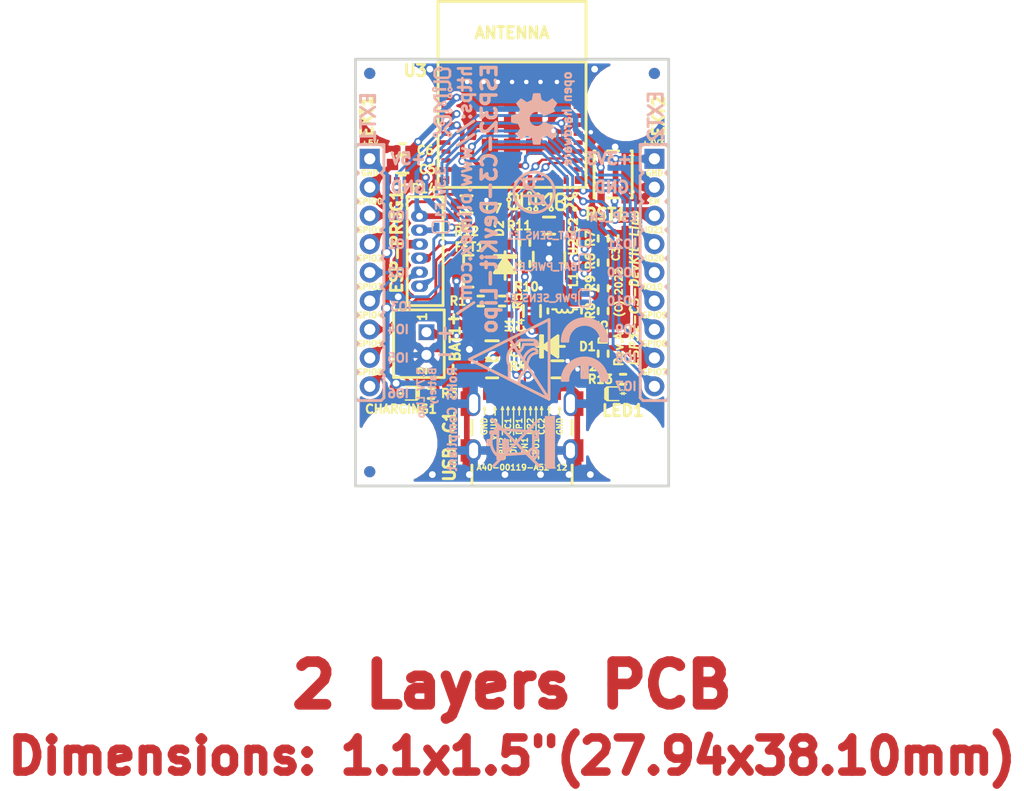
<source format=kicad_pcb>
(kicad_pcb (version 20171130) (host pcbnew 5.1.6-c6e7f7d~87~ubuntu18.04.1)
  (title_block (title ESP32-C3-DevKit-Lipo) (date 2022-06-29) (rev A) (company "OLIMEX Ltd.") (comment 1 https://www.olimex.com))
  (layers (0 F.Cu mixed) (31 B.Cu mixed) (34 B.Paste user hide) (35 F.Paste user hide) (36 B.SilkS user hide) (37 F.SilkS user) (38 B.Mask user hide) (39 F.Mask user hide) (44 Edge.Cuts user))
  (net 0 "")
  (net 1 +5V)
  (net 2 GND)
  (net 3 +3V3)
  (net 4 /ESP_EN)
  (net 5 "Net-(CHARGING1-Pad1)")
  (net 6 "Net-(C2-Pad1)")
  (net 7 /GPIO5)
  (net 8 /GPIO4)
  (net 9 /GPIO0)
  (net 10 /GPIO2)
  (net 11 "Net-(L1-Pad1)")
  (net 12 "Net-(R3-Pad2)")
  (net 13 "Net-(FID1-PadFid1)")
  (net 14 "Net-(FID2-PadFid1)")
  (net 15 "Net-(FID3-PadFid1)")
  (net 16 VBAT)
  (net 17 "Net-(BAT_SENS_E1-Pad1)")
  (net 18 "Net-(PWR_SENS_E1-Pad1)")
  (net 19 "Net-(BAT_PWR_E1-Pad1)")
  (net 20 "Net-(FID4-PadFid1)")
  (net 21 "Net-(3.3V_E1-Pad1)")
  (net 22 /GPIO3)
  (net 23 +5V_USB)
  (net 24 /GPIO21\U0TXD)
  (net 25 /GPIO9)
  (net 26 /GPIO20\U0RXD)
  (net 27 /GPIO6)
  (net 28 /GPIO1)
  (net 29 /GPIO10)
  (net 30 /GPIO8)
  (net 31 /GPIO7)
  (net 32 "Net-(LED1-Pad2)")
  (net 33 /CC2)
  (net 34 /CC1)
  (net 35 "Net-(R5-Pad1)")
  (net 36 "Net-(R10-Pad1)")
  (net 37 "Net-(U3-Pad24)")
  (net 38 "Net-(U3-Pad25)")
  (net 39 "Net-(U3-Pad35)")
  (net 40 "Net-(U3-Pad4)")
  (net 41 "Net-(U3-Pad7)")
  (net 42 "Net-(U3-Pad9)")
  (net 43 "Net-(U3-Pad10)")
  (net 44 "Net-(U3-Pad15)")
  (net 45 "Net-(U3-Pad17)")
  (net 46 /GPIO18\USB_D-)
  (net 47 /GPIO19\USB_D+)
  (net 48 "Net-(U3-Pad28)")
  (net 49 "Net-(U3-Pad29)")
  (net 50 "Net-(U3-Pad32)")
  (net 51 "Net-(U3-Pad33)")
  (net 52 "Net-(U3-Pad34)")
  (net 53 "Net-(USB-C1-PadA8)")
  (net 54 "Net-(USB-C1-PadB8)")
  (net 55 "Net-(FID5-PadFid1)")
  (net 56 "Net-(FID6-PadFid1)")
  (module OLIMEX_RLC-FP:R_0402_5MIL_DWS (layer F.Cu) (at 151.638 93.472 90)
    (fp_text reference R7 (at 0 -1.143 270) (layer F.SilkS) (effects (font (size 0.762 0.762) (thickness 0.1905))))
    (fp_text value 470k/R0402)
    (pad 2 smd rect (at 0.508 0 90) (size 0.5 0.55) (layers F.Cu F.Paste F.Mask) (net 2 GND))
    (pad 1 smd rect (at -0.508 0 270) (size 0.5 0.55) (layers F.Cu F.Paste F.Mask) (net 17 "Net-(BAT_SENS_E1-Pad1)"))
  )
  (module OLIMEX_Signs-FP:Sign_RecycleBin_1 (layer B.Cu) (at 147.32 109.347 270)
    (fp_text reference Sign_RecycleBin_1 hide)
    (fp_text value Sign_RecycleBin_1 hide)
  )
  (module OLIMEX_Signs-FP:Sign_PB-Free (layer B.Cu) (at 145.161 89.154 90)
    (fp_text reference Sign_PB-Free)
    (fp_text value Sign_PB-Free)
    (fp_text user Pb (at -0.08636 0.33528 90) (layer B.SilkS) (effects (font (size 1.7 1.5) (thickness 0.254)) (justify mirror)))
  )
  (module OLIMEX_Signs-FP:Sign_OSHW_7.3x6.0mmn (layer B.Cu) (at 146.177 82.804 270)
    (fp_text reference Sign_OSHW_7.3x6.0mm hide)
    (fp_text value Sign_OSHW_7.3x6.0mm hide)
    (fp_text user "open hardware" (at 0 -2.25 90) (layer B.SilkS) (effects (font (size 0.762 0.762) (thickness 0.1905)) (justify mirror)))
  )
  (module OLIMEX_Signs-FP:Sign_Antistatic (layer B.Cu) (at 146.812 100.711 270)
    (fp_text reference Sign_Antistatic hide)
    (fp_text value Sign_Antistatic hide)
  )
  (module OLIMEX_Signs-FP:CE_Sign (layer B.Cu) (at 149.987 104.394 270)
    (fp_text reference Sign_CE hide)
    (fp_text value CE_Sign hide)
  )
  (module OLIMEX_Signs-FP:Logo_OLIMEX_80 (layer B.Cu) (at 137.287 81.28 270)
    (fp_text reference Logo_OLIMEX_2 hide)
    (fp_text value Logo_OLIMEX_2 hide)
  )
  (module OLIMEX_Signs-FP:Logo_OLIMEX_80 (layer F.Cu) (at 146.177 90.17)
    (fp_text reference Logo_OLIMEX_1 hide)
    (fp_text value Logo_OLIMEX_1 hide)
  )
  (module OLIMEX_Cases-FP:ESP32-­C3-­MINI­-1 (layer F.Cu) (at 143.51 83.312)
    (fp_text reference U3 (at -8.636 -4.826) (layer F.SilkS) (effects (font (size 1.016 1.016) (thickness 0.254))))
    (fp_text value ESP32-C3-MINI-1-N4)
    (fp_text user ANTENNA (at 0 -8.2) (layer F.SilkS) (effects (font (size 1.016 1.016) (thickness 0.254))))
    (pad 49 smd rect (at 0 -1.975 90) (size 1.45 1.45) (layers F.Cu F.Paste F.Mask) (net 2 GND))
    (pad 49 smd rect (at 1.975 0 90) (size 1.45 1.45) (layers F.Cu F.Paste F.Mask) (net 2 GND))
    (pad 49 smd rect (at -1.975 0 90) (size 1.45 1.45) (layers F.Cu F.Paste F.Mask) (net 2 GND))
    (pad 49 smd rect (at -1.975 -1.975 90) (size 1.45 1.45) (layers F.Cu F.Paste F.Mask) (net 2 GND))
    (pad 49 smd rect (at 1.975 -1.975 90) (size 1.45 1.45) (layers F.Cu F.Paste F.Mask) (net 2 GND))
    (pad 49 smd rect (at -1.975 1.975 90) (size 1.45 1.45) (layers F.Cu F.Paste F.Mask) (net 2 GND))
    (pad 49 smd rect (at 1.975 1.975 90) (size 1.45 1.45) (layers F.Cu F.Paste F.Mask) (net 2 GND))
    (pad 49 smd rect (at 0 0 90) (size 1.45 1.45) (layers F.Cu F.Paste F.Mask) (net 2 GND))
    (pad 49 smd rect (at 0 1.975 90) (size 1.45 1.45) (layers F.Cu F.Paste F.Mask) (net 2 GND))
    (pad 47 smd rect (at -4 -4.9) (size 0.4 0.8) (layers F.Cu F.Paste F.Mask) (net 2 GND))
    (pad 46 smd rect (at -3.2 -4.9) (size 0.4 0.8) (layers F.Cu F.Paste F.Mask) (net 2 GND))
    (pad 45 smd rect (at -2.4 -4.9) (size 0.4 0.8) (layers F.Cu F.Paste F.Mask) (net 2 GND))
    (pad 44 smd rect (at -1.6 -4.9) (size 0.4 0.8) (layers F.Cu F.Paste F.Mask) (net 2 GND))
    (pad 43 smd rect (at -0.8 -4.9) (size 0.4 0.8) (layers F.Cu F.Paste F.Mask) (net 2 GND))
    (pad 42 smd rect (at 0 -4.9) (size 0.4 0.8) (layers F.Cu F.Paste F.Mask) (net 2 GND))
    (pad 41 smd rect (at 0.8 -4.9) (size 0.4 0.8) (layers F.Cu F.Paste F.Mask) (net 2 GND))
    (pad 40 smd rect (at 1.6 -4.9) (size 0.4 0.8) (layers F.Cu F.Paste F.Mask) (net 2 GND))
    (pad 39 smd rect (at 2.4 -4.9) (size 0.4 0.8) (layers F.Cu F.Paste F.Mask) (net 2 GND))
    (pad 38 smd rect (at 3.2 -4.9) (size 0.4 0.8) (layers F.Cu F.Paste F.Mask) (net 2 GND))
    (pad 37 smd rect (at 4 -4.9) (size 0.4 0.8) (layers F.Cu F.Paste F.Mask) (net 2 GND))
    (pad 34 smd rect (at 5.9 -3.2 90) (size 0.4 0.8) (layers F.Cu F.Paste F.Mask) (net 52 "Net-(U3-Pad34)"))
    (pad 33 smd rect (at 5.9 -2.4 90) (size 0.4 0.8) (layers F.Cu F.Paste F.Mask) (net 51 "Net-(U3-Pad33)"))
    (pad 32 smd rect (at 5.9 -1.6 90) (size 0.4 0.8) (layers F.Cu F.Paste F.Mask) (net 50 "Net-(U3-Pad32)"))
    (pad 31 smd rect (at 5.9 -0.8 90) (size 0.4 0.8) (layers F.Cu F.Paste F.Mask) (net 24 /GPIO21\U0TXD))
    (pad 30 smd rect (at 5.9 0 90) (size 0.4 0.8) (layers F.Cu F.Paste F.Mask) (net 26 /GPIO20\U0RXD))
    (pad 29 smd rect (at 5.9 0.8 90) (size 0.4 0.8) (layers F.Cu F.Paste F.Mask) (net 49 "Net-(U3-Pad29)"))
    (pad 28 smd rect (at 5.9 1.6 90) (size 0.4 0.8) (layers F.Cu F.Paste F.Mask) (net 48 "Net-(U3-Pad28)"))
    (pad 27 smd rect (at 5.9 2.4 90) (size 0.4 0.8) (layers F.Cu F.Paste F.Mask) (net 47 /GPIO19\USB_D+))
    (pad 26 smd rect (at 5.9 3.2 90) (size 0.4 0.8) (layers F.Cu F.Paste F.Mask) (net 46 /GPIO18\USB_D-))
    (pad 23 smd rect (at 4 4.9) (size 0.4 0.8) (layers F.Cu F.Paste F.Mask) (net 25 /GPIO9))
    (pad 22 smd rect (at 3.2 4.9) (size 0.4 0.8) (layers F.Cu F.Paste F.Mask) (net 30 /GPIO8))
    (pad 21 smd rect (at 2.4 4.9) (size 0.4 0.8) (layers F.Cu F.Paste F.Mask) (net 31 /GPIO7))
    (pad 20 smd rect (at 1.6 4.9) (size 0.4 0.8) (layers F.Cu F.Paste F.Mask) (net 27 /GPIO6))
    (pad 19 smd rect (at 0.8 4.9) (size 0.4 0.8) (layers F.Cu F.Paste F.Mask) (net 7 /GPIO5))
    (pad 18 smd rect (at 0 4.9) (size 0.4 0.8) (layers F.Cu F.Paste F.Mask) (net 8 /GPIO4))
    (pad 17 smd rect (at -0.8 4.9) (size 0.4 0.8) (layers F.Cu F.Paste F.Mask) (net 45 "Net-(U3-Pad17)"))
    (pad 16 smd rect (at -1.6 4.9) (size 0.4 0.8) (layers F.Cu F.Paste F.Mask) (net 29 /GPIO10))
    (pad 15 smd rect (at -2.4 4.9) (size 0.4 0.8) (layers F.Cu F.Paste F.Mask) (net 44 "Net-(U3-Pad15)"))
    (pad 14 smd rect (at -3.2 4.9) (size 0.4 0.8) (layers F.Cu F.Paste F.Mask) (net 2 GND))
    (pad 13 smd rect (at -4 4.9) (size 0.4 0.8) (layers F.Cu F.Paste F.Mask) (net 28 /GPIO1))
    (pad 10 smd rect (at -5.9 3.2 90) (size 0.4 0.8) (layers F.Cu F.Paste F.Mask) (net 43 "Net-(U3-Pad10)"))
    (pad 9 smd rect (at -5.9 2.4 90) (size 0.4 0.8) (layers F.Cu F.Paste F.Mask) (net 42 "Net-(U3-Pad9)"))
    (pad 8 smd rect (at -5.9 1.6 90) (size 0.4 0.8) (layers F.Cu F.Paste F.Mask) (net 4 /ESP_EN))
    (pad 7 smd rect (at -5.9 0.8 90) (size 0.4 0.8) (layers F.Cu F.Paste F.Mask) (net 41 "Net-(U3-Pad7)"))
    (pad 6 smd rect (at -5.9 0 90) (size 0.4 0.8) (layers F.Cu F.Paste F.Mask) (net 22 /GPIO3))
    (pad 5 smd rect (at -5.9 -0.8 90) (size 0.4 0.8) (layers F.Cu F.Paste F.Mask) (net 10 /GPIO2))
    (pad 4 smd rect (at -5.9 -1.6 90) (size 0.4 0.8) (layers F.Cu F.Paste F.Mask) (net 40 "Net-(U3-Pad4)"))
    (pad 3 smd rect (at -5.9 -2.4 90) (size 0.4 0.8) (layers F.Cu F.Paste F.Mask) (net 3 +3V3))
    (pad 2 smd rect (at -5.9 -3.2 90) (size 0.4 0.8) (layers F.Cu F.Paste F.Mask) (net 2 GND))
    (pad 35 smd rect (at 5.9 -4 90) (size 0.4 0.8) (layers F.Cu F.Paste F.Mask) (net 39 "Net-(U3-Pad35)"))
    (pad 25 smd rect (at 5.9 4 90) (size 0.4 0.8) (layers F.Cu F.Paste F.Mask) (net 38 "Net-(U3-Pad25)"))
    (pad 11 smd rect (at -5.9 4 90) (size 0.4 0.8) (layers F.Cu F.Paste F.Mask) (net 2 GND))
    (pad 1 smd rect (at -5.9 -4 90) (size 0.4 0.8) (layers F.Cu F.Paste F.Mask) (net 2 GND))
    (pad 24 smd rect (at 4.8 4.9) (size 0.4 0.8) (layers F.Cu F.Paste F.Mask) (net 37 "Net-(U3-Pad24)"))
    (pad 36 smd rect (at 4.8 -4.9) (size 0.4 0.8) (layers F.Cu F.Paste F.Mask) (net 2 GND))
    (pad 53 smd rect (at -5.95 -4.95) (size 0.7 0.7) (layers F.Cu F.Paste F.Mask) (net 2 GND))
    (pad 52 smd rect (at -5.95 4.95) (size 0.7 0.7) (layers F.Cu F.Paste F.Mask) (net 2 GND))
    (pad 50 smd rect (at 5.95 -4.95) (size 0.7 0.7) (layers F.Cu F.Paste F.Mask) (net 2 GND))
    (pad 51 smd rect (at 5.95 4.95) (size 0.7 0.7) (layers F.Cu F.Paste F.Mask) (net 2 GND))
    (pad 48 smd rect (at -4.8 -4.9) (size 0.4 0.8) (layers F.Cu F.Paste F.Mask) (net 2 GND))
    (pad 12 smd rect (at -4.8 4.9) (size 0.4 0.8) (layers F.Cu F.Paste F.Mask) (net 9 /GPIO0))
  )
  (module OLIMEX_Connectors-FP:LIPO_BAT_VERTICAL_DW02S (layer F.Cu) (at 132.334 102.87 270)
    (fp_text reference BAT1 (at 0 -6.096 90) (layer F.SilkS) (effects (font (size 0.889 0.889) (thickness 0.22225))))
    (fp_text value DW02S)
    (fp_text user 1 (at -2.413 -3.175 90) (layer F.SilkS) (effects (font (size 0.762 0.762) (thickness 0.1905))))
    (fp_text user 2 (at 2.413 -3.175 90) (layer F.SilkS) (effects (font (size 0.762 0.762) (thickness 0.1905))))
    (pad 2 thru_hole circle (at 1.00076 -3.53822 270) (size 1.4 1.4) (drill 0.9) (layers *.Cu *.Mask) (net 2 GND))
    (pad 1 thru_hole rect (at -1.0287 -3.53568 270) (size 1.4 1.4) (drill 0.9) (layers *.Cu *.Mask) (net 16 VBAT))
  )
  (module OLIMEX_Jumpers-FP:SJ_1_SMALLER (layer B.Cu) (at 149.987 95.631 90)
    (fp_text reference BAT_PWR_E1 (at -0.381 -3.556 180) (layer B.SilkS) (effects (font (size 0.635 0.635) (thickness 0.15875)) (justify mirror)))
    (fp_text value Opened hide)
    (pad 2 smd rect (at 0.381 0 90) (size 0.508 0.762) (layers B.Cu B.Mask) (net 16 VBAT) (clearance 0.0508))
    (pad 1 smd rect (at -0.381 0 90) (size 0.508 0.762) (layers B.Cu B.Mask) (net 19 "Net-(BAT_PWR_E1-Pad1)") (clearance 0.0508))
  )
  (module OLIMEX_LEDs-FP:LED_0603_KA (layer F.Cu) (at 133.604 107.314999 180)
    (fp_text reference CHARGING1 (at 0 -1.397001 180) (layer F.SilkS) (effects (font (size 0.762 0.762) (thickness 0.1905))))
    (fp_text value LED/YELLOW/0603)
    (pad 1 smd rect (at -0.762 0) (size 0.8 0.8) (layers F.Cu F.Paste F.Mask) (net 5 "Net-(CHARGING1-Pad1)"))
    (pad 2 smd rect (at 0.762 0) (size 0.8 0.8) (layers F.Cu F.Paste F.Mask) (net 1 +5V))
  )
  (module OLIMEX_RLC-FP:C_0603_5MIL_DWS (layer F.Cu) (at 145.288 99.949 90)
    (fp_text reference C4 (at -1.27 -1.016 90) (layer F.SilkS) (effects (font (size 0.635 0.635) (thickness 0.15875))))
    (fp_text value 22uF/6.3V/20%/X5R/C0603)
    (pad 2 smd rect (at 0.889 0 90) (size 1.016 1.016) (layers F.Cu F.Paste F.Mask) (net 2 GND) (clearance 0.0508))
    (pad 1 smd rect (at -0.889 0 90) (size 1.016 1.016) (layers F.Cu F.Paste F.Mask) (net 3 +3V3) (clearance 0.0508))
  )
  (module OLIMEX_Transistors-FP:SOT23 (layer F.Cu) (at 139.827 96.393)
    (fp_text reference FET1 (at -0.127 -2.159) (layer F.SilkS) (effects (font (size 0.762 0.762) (thickness 0.1905))))
    (fp_text value WPM2015-3/TR)
    (pad 1 smd rect (at 1.10744 0.94996) (size 1.4 1) (layers F.Cu F.Paste F.Mask) (net 1 +5V) (clearance 0.0508))
    (pad 2 smd rect (at 1.10744 -0.9525) (size 1.4 1) (layers F.Cu F.Paste F.Mask) (net 6 "Net-(C2-Pad1)") (clearance 0.0508))
    (pad 3 smd rect (at -1.10236 0.00254) (size 1.4 1) (layers F.Cu F.Paste F.Mask) (net 16 VBAT) (clearance 0.0508))
  )
  (module OLIMEX_Other-FP:Fiducial1x3 (layer F.Cu) (at 130.81 114.3)
    (fp_text reference FID1 hide)
    (fp_text value Fiducial hide)
    (pad Fid1 connect circle (at 0 0) (size 1 1) (layers F.Cu F.Mask) (net 13 "Net-(FID1-PadFid1)") (clearance 1.016))
  )
  (module OLIMEX_Other-FP:Fiducial1x3 (layer F.Cu) (at 130.81 78.74)
    (fp_text reference FID2 hide)
    (fp_text value Fiducial hide)
    (pad Fid1 connect circle (at 0 0) (size 1 1) (layers F.Cu F.Mask) (net 14 "Net-(FID2-PadFid1)") (clearance 1.016))
  )
  (module OLIMEX_Other-FP:Fiducial1x3 (layer F.Cu) (at 156.21 78.74)
    (fp_text reference FID3 hide)
    (fp_text value Fiducial hide)
    (pad Fid1 connect circle (at 0 0) (size 1 1) (layers F.Cu F.Mask) (net 15 "Net-(FID3-PadFid1)") (clearance 1.016))
  )
  (module OLIMEX_RLC-FP:CD32 (layer F.Cu) (at 148.209 99.949 270)
    (fp_text reference L1 (at -2.794 -0.762 90) (layer F.SilkS) (effects (font (size 0.762 0.762) (thickness 0.1905))))
    (fp_text value "2.2uH/1.5A/DCR=72mR/20%/3.00x3.00x1.50mm/CD32(NR3015T2R2M)")
    (pad 2 smd rect (at 1.2 0 90) (size 1.6 3) (layers F.Cu F.Paste F.Mask) (net 3 +3V3) (clearance 0.0508))
    (pad 1 smd rect (at -1.2 0 90) (size 1.6 3) (layers F.Cu F.Paste F.Mask) (net 11 "Net-(L1-Pad1)") (clearance 0.0508))
  )
  (module OLIMEX_IC-FP:SOT-23-5 (layer F.Cu) (at 141.732 101.219 180)
    (fp_text reference U1 (at -1.524 0 90) (layer F.SilkS) (effects (font (size 0.635 0.635) (thickness 0.15875))))
    (fp_text value "BL4054B-42TPRN(SOT23-5)")
    (pad 1 smd rect (at 1.3 0.95 180) (size 1.2 0.55) (layers F.Cu F.Paste F.Mask) (net 12 "Net-(R3-Pad2)") (clearance 0.0508))
    (pad 2 smd rect (at 1.3 0 180) (size 1.2 0.55) (layers F.Cu F.Paste F.Mask) (net 2 GND) (clearance 0.0508))
    (pad 3 smd rect (at 1.3 -0.95 180) (size 1.2 0.55) (layers F.Cu F.Paste F.Mask) (net 16 VBAT) (clearance 0.0508))
    (pad 5 smd rect (at -1.3 0.95 180) (size 1.2 0.55) (layers F.Cu F.Paste F.Mask) (net 35 "Net-(R5-Pad1)") (clearance 0.0508))
    (pad 4 smd rect (at -1.3 -0.95 180) (size 1.2 0.55) (layers F.Cu F.Paste F.Mask) (net 1 +5V) (clearance 0.0508))
  )
  (module OLIMEX_Jumpers-FP:SJ_1_SMALLER (layer B.Cu) (at 149.987 93.472 90)
    (fp_text reference BAT_SENS_E1 (at 0.254 -3.81 180) (layer B.SilkS) (effects (font (size 0.635 0.635) (thickness 0.15875)) (justify mirror)))
    (fp_text value Opened hide)
    (pad 2 smd rect (at 0.381 0 90) (size 0.508 0.762) (layers B.Cu B.Mask) (net 22 /GPIO3) (clearance 0.0508))
    (pad 1 smd rect (at -0.381 0 90) (size 0.508 0.762) (layers B.Cu B.Mask) (net 17 "Net-(BAT_SENS_E1-Pad1)") (clearance 0.0508))
  )
  (module OLIMEX_Diodes-FP:SOD-123_1C-2A_KA (layer F.Cu) (at 146.939 103.124)
    (fp_text reference D1 (at 3.302 0) (layer F.SilkS) (effects (font (size 0.762 0.762) (thickness 0.1905))))
    (fp_text value 1N5819S4/SOD123)
    (pad 2 smd rect (at 1.9 0) (size 1 1.4) (layers F.Cu F.Paste F.Mask) (net 23 +5V_USB) (clearance 0.0508))
    (pad 1 smd rect (at -1.9 0) (size 1 1.4) (layers F.Cu F.Paste F.Mask) (net 1 +5V) (clearance 0.0508))
  )
  (module OLIMEX_Diodes-FP:SOD-123_1C-2A_KA (layer F.Cu) (at 142.875 95.885 270)
    (fp_text reference D2 (at -3.302 0.508 270) (layer F.SilkS) (effects (font (size 0.762 0.762) (thickness 0.1905))))
    (fp_text value 1N5819S4/SOD123)
    (pad 2 smd rect (at 1.9 0 270) (size 1 1.4) (layers F.Cu F.Paste F.Mask) (net 1 +5V) (clearance 0.0508))
    (pad 1 smd rect (at -1.9 0 270) (size 1 1.4) (layers F.Cu F.Paste F.Mask) (net 6 "Net-(C2-Pad1)") (clearance 0.0508))
  )
  (module OLIMEX_Jumpers-FP:SJ_1_SMALLER (layer B.Cu) (at 149.987 98.806 270)
    (fp_text reference PWR_SENS_E1 (at 0 3.937) (layer B.SilkS) (effects (font (size 0.635 0.635) (thickness 0.15875)) (justify mirror)))
    (fp_text value Opened hide)
    (pad 2 smd rect (at 0.381 0 270) (size 0.508 0.762) (layers B.Cu B.Mask) (net 8 /GPIO4) (clearance 0.0508))
    (pad 1 smd rect (at -0.381 0 270) (size 0.508 0.762) (layers B.Cu B.Mask) (net 18 "Net-(PWR_SENS_E1-Pad1)") (clearance 0.0508))
  )
  (module OLIMEX_RLC-FP:C_0603_5MIL_DWS (layer F.Cu) (at 141.732 103.378 180)
    (fp_text reference C1 (at -2.0955 0 90) (layer F.SilkS) (effects (font (size 0.762 0.762) (thickness 0.1905))))
    (fp_text value 22uF/6.3V/20%/X5R/C0603)
    (pad 2 smd rect (at 0.889 0 180) (size 1.016 1.016) (layers F.Cu F.Paste F.Mask) (net 2 GND) (clearance 0.0508))
    (pad 1 smd rect (at -0.889 0 180) (size 1.016 1.016) (layers F.Cu F.Paste F.Mask) (net 1 +5V) (clearance 0.0508))
  )
  (module OLIMEX_RLC-FP:C_0603_5MIL_DWS (layer F.Cu) (at 139.446 90.424)
    (fp_text reference C7 (at 2.413 0.381 180) (layer F.SilkS) (effects (font (size 0.762 0.762) (thickness 0.1905))))
    (fp_text value 1uF/10V/10%/X5R/C0603)
    (pad 2 smd rect (at 0.889 0) (size 1.016 1.016) (layers F.Cu F.Paste F.Mask) (net 2 GND) (clearance 0.0508))
    (pad 1 smd rect (at -0.889 0) (size 1.016 1.016) (layers F.Cu F.Paste F.Mask) (net 4 /ESP_EN) (clearance 0.0508))
  )
  (module OLIMEX_RLC-FP:R_0402_5MIL_DWS (layer F.Cu) (at 140.716 99.06 180)
    (fp_text reference R1 (at 2.032 0 180) (layer F.SilkS) (effects (font (size 0.762 0.762) (thickness 0.1905))))
    (fp_text value 10k/R0402)
    (pad 2 smd rect (at 0.508 0 180) (size 0.5 0.55) (layers F.Cu F.Paste F.Mask) (net 2 GND))
    (pad 1 smd rect (at -0.508 0) (size 0.5 0.55) (layers F.Cu F.Paste F.Mask) (net 1 +5V))
  )
  (module OLIMEX_RLC-FP:R_0402_5MIL_DWS (layer F.Cu) (at 136.271 107.315)
    (fp_text reference R3 (at 1.651 0) (layer F.SilkS) (effects (font (size 0.762 0.762) (thickness 0.1905))))
    (fp_text value 2.2k/R0402)
    (pad 2 smd rect (at 0.508 0) (size 0.5 0.55) (layers F.Cu F.Paste F.Mask) (net 12 "Net-(R3-Pad2)"))
    (pad 1 smd rect (at -0.508 0 180) (size 0.5 0.55) (layers F.Cu F.Paste F.Mask) (net 5 "Net-(CHARGING1-Pad1)"))
  )
  (module OLIMEX_RLC-FP:R_0402_5MIL_DWS (layer F.Cu) (at 142.621 99.06)
    (fp_text reference R5 (at 1.397 0 270) (layer F.SilkS) (effects (font (size 0.762 0.762) (thickness 0.1905))))
    (fp_text value 10k/R0402)
    (pad 2 smd rect (at 0.508 0) (size 0.5 0.55) (layers F.Cu F.Paste F.Mask) (net 2 GND))
    (pad 1 smd rect (at -0.508 0 180) (size 0.5 0.55) (layers F.Cu F.Paste F.Mask) (net 35 "Net-(R5-Pad1)"))
  )
  (module OLIMEX_RLC-FP:R_0402_5MIL_DWS (layer F.Cu) (at 151.638 95.631 90)
    (fp_text reference R6 (at 0.127 -1.143 90) (layer F.SilkS) (effects (font (size 0.762 0.762) (thickness 0.1905))))
    (fp_text value 470k/R0402)
    (pad 2 smd rect (at 0.508 0 90) (size 0.5 0.55) (layers F.Cu F.Paste F.Mask) (net 17 "Net-(BAT_SENS_E1-Pad1)"))
    (pad 1 smd rect (at -0.508 0 270) (size 0.5 0.55) (layers F.Cu F.Paste F.Mask) (net 19 "Net-(BAT_PWR_E1-Pad1)"))
  )
  (module OLIMEX_RLC-FP:R_0402_5MIL_DWS (layer F.Cu) (at 151.638 99.949 90)
    (fp_text reference R8 (at 0 -1.143 90) (layer F.SilkS) (effects (font (size 0.762 0.762) (thickness 0.1905))))
    (fp_text value 220k/R0402)
    (pad 2 smd rect (at 0.508 0 90) (size 0.5 0.55) (layers F.Cu F.Paste F.Mask) (net 18 "Net-(PWR_SENS_E1-Pad1)"))
    (pad 1 smd rect (at -0.508 0 270) (size 0.5 0.55) (layers F.Cu F.Paste F.Mask) (net 1 +5V))
  )
  (module OLIMEX_RLC-FP:R_0402_5MIL_DWS (layer F.Cu) (at 151.638 97.917 90)
    (fp_text reference R9 (at 0.4445 -1.143 270) (layer F.SilkS) (effects (font (size 0.762 0.762) (thickness 0.1905))))
    (fp_text value 470k/R0402)
    (pad 2 smd rect (at 0.508 0 90) (size 0.5 0.55) (layers F.Cu F.Paste F.Mask) (net 2 GND))
    (pad 1 smd rect (at -0.508 0 270) (size 0.5 0.55) (layers F.Cu F.Paste F.Mask) (net 18 "Net-(PWR_SENS_E1-Pad1)"))
  )
  (module OLIMEX_RLC-FP:R_0402_5MIL_DWS (layer F.Cu) (at 144.653 95.758 270)
    (fp_text reference R10 (at 2.032 -0.127) (layer F.SilkS) (effects (font (size 0.762 0.762) (thickness 0.1905))))
    (fp_text value 220k/R0402)
    (pad 2 smd rect (at 0.508 0 270) (size 0.5 0.55) (layers F.Cu F.Paste F.Mask) (net 3 +3V3))
    (pad 1 smd rect (at -0.508 0 90) (size 0.5 0.55) (layers F.Cu F.Paste F.Mask) (net 36 "Net-(R10-Pad1)"))
  )
  (module OLIMEX_RLC-FP:R_0402_5MIL_DWS (layer F.Cu) (at 144.653 93.853 90)
    (fp_text reference R11 (at 1.524 -0.508 180) (layer F.SilkS) (effects (font (size 0.762 0.762) (thickness 0.1905))))
    (fp_text value 49.9k/1%/R0402)
    (pad 2 smd rect (at 0.508 0 90) (size 0.5 0.55) (layers F.Cu F.Paste F.Mask) (net 2 GND))
    (pad 1 smd rect (at -0.508 0 270) (size 0.5 0.55) (layers F.Cu F.Paste F.Mask) (net 36 "Net-(R10-Pad1)"))
  )
  (module OLIMEX_RLC-FP:R_0402_5MIL_DWS (layer F.Cu) (at 139.065 91.694 180)
    (fp_text reference R12 (at -0.381 -1.143) (layer F.SilkS) (effects (font (size 0.762 0.762) (thickness 0.1905))))
    (fp_text value 10k/R0402)
    (pad 2 smd rect (at 0.508 0 180) (size 0.5 0.55) (layers F.Cu F.Paste F.Mask) (net 4 /ESP_EN))
    (pad 1 smd rect (at -0.508 0) (size 0.5 0.55) (layers F.Cu F.Paste F.Mask) (net 3 +3V3))
  )
  (module OLIMEX_RLC-FP:R_0402_5MIL_DWS (layer F.Cu) (at 153.416 106.045)
    (fp_text reference R13 (at -2.032 0 180) (layer F.SilkS) (effects (font (size 0.762 0.762) (thickness 0.1905))))
    (fp_text value 2.2k/R0402)
    (pad 2 smd rect (at 0.508 0) (size 0.5 0.55) (layers F.Cu F.Paste F.Mask) (net 32 "Net-(LED1-Pad2)"))
    (pad 1 smd rect (at -0.508 0 180) (size 0.5 0.55) (layers F.Cu F.Paste F.Mask) (net 3 +3V3))
  )
  (module OLIMEX_RLC-FP:R_0402_5MIL_DWS (layer F.Cu) (at 151.638 103.759 90)
    (fp_text reference R15 (at 1.905 0 270) (layer F.SilkS) (effects (font (size 0.762 0.762) (thickness 0.1905))))
    (fp_text value 33k/R0402)
    (pad 2 smd rect (at 0.508 0 90) (size 0.5 0.55) (layers F.Cu F.Paste F.Mask) (net 30 /GPIO8))
    (pad 1 smd rect (at -0.508 0 270) (size 0.5 0.55) (layers F.Cu F.Paste F.Mask) (net 3 +3V3))
  )
  (module OLIMEX_RLC-FP:C_0402_5MIL_DWS (layer F.Cu) (at 152.527 93.472 270)
    (fp_text reference C3 (at 1.397 -0.254 90) (layer F.SilkS) (effects (font (size 0.635 0.635) (thickness 0.15875))))
    (fp_text value 100nF/10V/10%/X7R/C0402)
    (pad 2 smd rect (at 0.508 0 270) (size 0.5 0.55) (layers F.Cu F.Paste F.Mask) (net 17 "Net-(BAT_SENS_E1-Pad1)"))
    (pad 1 smd rect (at -0.508 0 90) (size 0.5 0.55) (layers F.Cu F.Paste F.Mask) (net 2 GND))
  )
  (module OLIMEX_Other-FP:Fiducial1x3 (layer B.Cu) (at 130.81 114.3)
    (fp_text reference FID4 hide)
    (fp_text value Fiducial hide)
    (pad Fid1 connect circle (at 0 0) (size 1 1) (layers B.Cu B.Mask) (net 20 "Net-(FID4-PadFid1)") (clearance 1.016))
  )
  (module OLIMEX_Jumpers-FP:SJ_1_SMALLER (layer B.Cu) (at 137.16 92.456)
    (fp_text reference 3.3V_E1 (at 0 -3.048 270) (layer B.SilkS) (effects (font (size 0.8 0.8) (thickness 0.2)) (justify mirror)))
    (fp_text value Opened hide)
    (pad 1 smd rect (at -0.381 0) (size 0.508 0.762) (layers B.Cu B.Mask) (net 21 "Net-(3.3V_E1-Pad1)") (clearance 0.0508))
    (pad 2 smd rect (at 0.381 0) (size 0.508 0.762) (layers B.Cu B.Mask) (net 3 +3V3) (clearance 0.0508))
  )
  (module OLIMEX_RLC-FP:C_0603_5MIL_DWS (layer F.Cu) (at 146.812 92.329001 180)
    (fp_text reference C2 (at -2.159 0.000001 90) (layer F.SilkS) (effects (font (size 0.762 0.762) (thickness 0.1905))))
    (fp_text value 22uF/6.3V/20%/X5R/C0603)
    (pad 2 smd rect (at 0.889 0 180) (size 1.016 1.016) (layers F.Cu F.Paste F.Mask) (net 2 GND) (clearance 0.0508))
    (pad 1 smd rect (at -0.889 0 180) (size 1.016 1.016) (layers F.Cu F.Paste F.Mask) (net 6 "Net-(C2-Pad1)") (clearance 0.0508))
  )
  (module OLIMEX_RLC-FP:C_0603_5MIL_DWS (layer F.Cu) (at 133.731 86.868 180)
    (fp_text reference C5 (at -2.2225 -0.4445) (layer F.SilkS) (effects (font (size 0.762 0.762) (thickness 0.1905))))
    (fp_text value 22uF/6.3V/20%/X5R/C0603)
    (pad 1 smd rect (at -0.889 0 180) (size 1.016 1.016) (layers F.Cu F.Paste F.Mask) (net 3 +3V3) (clearance 0.0508))
    (pad 2 smd rect (at 0.889 0 180) (size 1.016 1.016) (layers F.Cu F.Paste F.Mask) (net 2 GND) (clearance 0.0508))
  )
  (module OLIMEX_RLC-FP:C_0402_5MIL_DWS (layer F.Cu) (at 133.731 85.471 180)
    (fp_text reference C6 (at -2.032 -0.127) (layer F.SilkS) (effects (font (size 0.762 0.762) (thickness 0.1905))))
    (fp_text value 100nF/10V/10%/X7R/C0402)
    (pad 1 smd rect (at -0.508 0) (size 0.5 0.55) (layers F.Cu F.Paste F.Mask) (net 3 +3V3))
    (pad 2 smd rect (at 0.508 0 180) (size 0.5 0.55) (layers F.Cu F.Paste F.Mask) (net 2 GND))
  )
  (module OLIMEX_Connectors-FP:WU06S (layer F.Cu) (at 135.255 94.615 90)
    (fp_text reference ESP-PROG1 (at 0.889 -2.032 90) (layer F.SilkS) (effects (font (size 1.016 1.016) (thickness 0.254))))
    (fp_text value WU06S)
    (pad 1 thru_hole oval (at -3.125 0 90) (size 1 1.5) (drill 0.6) (layers *.Cu *.Mask) (net 24 /GPIO21\U0TXD))
    (pad 2 thru_hole oval (at -1.875 0 90) (size 1 1.5) (drill 0.6) (layers *.Cu *.Mask) (net 25 /GPIO9))
    (pad 3 thru_hole oval (at -0.625 0 90) (size 1 1.5) (drill 0.6) (layers *.Cu *.Mask) (net 26 /GPIO20\U0RXD))
    (pad 4 thru_hole oval (at 0.625 0 90) (size 1 1.5) (drill 0.6) (layers *.Cu *.Mask) (net 2 GND))
    (pad 5 thru_hole oval (at 1.875 0 90) (size 1 1.5) (drill 0.6) (layers *.Cu *.Mask) (net 21 "Net-(3.3V_E1-Pad1)"))
    (pad 6 thru_hole oval (at 3.125 0 90) (size 1 1.5) (drill 0.6) (layers *.Cu *.Mask) (net 4 /ESP_EN))
  )
  (module OLIMEX_Connectors-FP:HN1x9 (layer B.Cu) (at 130.81 96.52 270)
    (fp_text reference EXT1 (at -13.843 0.127 90) (layer B.SilkS) (effects (font (size 1.27 1.27) (thickness 0.254)) (justify mirror)))
    (fp_text value HN1x9)
    (pad 9 thru_hole circle (at 10.16 0 270) (size 1.778 1.778) (drill 1) (layers *.Cu *.Mask) (net 27 /GPIO6))
    (pad 7 thru_hole circle (at 5.08 0 270) (size 1.778 1.778) (drill 1) (layers *.Cu *.Mask) (net 8 /GPIO4))
    (pad 8 thru_hole circle (at 7.62 0 270) (size 1.778 1.778) (drill 1) (layers *.Cu *.Mask) (net 7 /GPIO5))
    (pad 6 thru_hole circle (at 2.54 0 270) (size 1.778 1.778) (drill 1) (layers *.Cu *.Mask) (net 22 /GPIO3))
    (pad 5 thru_hole circle (at 0 0 270) (size 1.778 1.778) (drill 1) (layers *.Cu *.Mask) (net 10 /GPIO2))
    (pad 1 thru_hole rect (at -10.16 0 270) (size 1.778 1.778) (drill 1) (layers *.Cu *.Mask) (net 1 +5V))
    (pad 2 thru_hole circle (at -7.62 0 270) (size 1.778 1.778) (drill 1) (layers *.Cu *.Mask) (net 2 GND))
    (pad 3 thru_hole circle (at -5.08 0 270) (size 1.778 1.778) (drill 1) (layers *.Cu *.Mask) (net 9 /GPIO0))
    (pad 4 thru_hole circle (at -2.54 0 270) (size 1.778 1.778) (drill 1) (layers *.Cu *.Mask) (net 28 /GPIO1))
  )
  (module OLIMEX_Connectors-FP:HN1x9 (layer B.Cu) (at 156.21 96.52 270)
    (fp_text reference EXT2 (at -13.97 -0.127 90) (layer B.SilkS) (effects (font (size 1.27 1.27) (thickness 0.254)) (justify mirror)))
    (fp_text value HN1x9)
    (pad 4 thru_hole circle (at -2.54 0 270) (size 1.778 1.778) (drill 1) (layers *.Cu *.Mask) (net 24 /GPIO21\U0TXD))
    (pad 3 thru_hole circle (at -5.08 0 270) (size 1.778 1.778) (drill 1) (layers *.Cu *.Mask) (net 4 /ESP_EN))
    (pad 2 thru_hole circle (at -7.62 0 270) (size 1.778 1.778) (drill 1) (layers *.Cu *.Mask) (net 2 GND))
    (pad 1 thru_hole rect (at -10.16 0 270) (size 1.778 1.778) (drill 1) (layers *.Cu *.Mask) (net 3 +3V3))
    (pad 5 thru_hole circle (at 0 0 270) (size 1.778 1.778) (drill 1) (layers *.Cu *.Mask) (net 26 /GPIO20\U0RXD))
    (pad 6 thru_hole circle (at 2.54 0 270) (size 1.778 1.778) (drill 1) (layers *.Cu *.Mask) (net 29 /GPIO10))
    (pad 8 thru_hole circle (at 7.62 0 270) (size 1.778 1.778) (drill 1) (layers *.Cu *.Mask) (net 30 /GPIO8))
    (pad 7 thru_hole circle (at 5.08 0 270) (size 1.778 1.778) (drill 1) (layers *.Cu *.Mask) (net 25 /GPIO9))
    (pad 9 thru_hole circle (at 10.16 0 270) (size 1.778 1.778) (drill 1) (layers *.Cu *.Mask) (net 31 /GPIO7))
  )
  (module OLIMEX_LEDs-FP:LED_0603_KA (layer F.Cu) (at 153.416 107.315)
    (fp_text reference LED1 (at 0 1.524) (layer F.SilkS) (effects (font (size 1.016 1.016) (thickness 0.254))))
    (fp_text value LED/Green/0603)
    (pad 2 smd rect (at 0.762 0 180) (size 0.8 0.8) (layers F.Cu F.Paste F.Mask) (net 32 "Net-(LED1-Pad2)"))
    (pad 1 smd rect (at -0.762 0 180) (size 0.8 0.8) (layers F.Cu F.Paste F.Mask) (net 30 /GPIO8))
  )
  (module OLIMEX_Other-FP:Mounting_Hole_Drill-3.3mm_Clerance-7mm (layer F.Cu) (at 133.35 111.76)
    (fp_text reference MH1 hide)
    (fp_text value Mounting_Hole_NPTH hide)
    (pad "" np_thru_hole circle (at 0 0) (size 3.300001 3.300001) (drill 3.300001) (layers *.Cu *.Mask) (clearance 1.85))
  )
  (module OLIMEX_Other-FP:Mounting_Hole_Drill-3.3mm_Clerance-7mm (layer F.Cu) (at 153.67 111.76)
    (fp_text reference MH2 hide)
    (fp_text value Mounting_Hole_NPTH hide)
    (pad "" np_thru_hole circle (at 0 0) (size 3.300001 3.300001) (drill 3.300001) (layers *.Cu *.Mask) (clearance 1.85))
  )
  (module OLIMEX_Other-FP:Mounting_Hole_Drill-3.3mm_Clerance-7mm (layer F.Cu) (at 153.67 81.28)
    (fp_text reference MH3 hide)
    (fp_text value Mounting_Hole_NPTH hide)
    (pad "" np_thru_hole circle (at 0 0) (size 3.300001 3.300001) (drill 3.300001) (layers *.Cu *.Mask) (clearance 1.85))
  )
  (module OLIMEX_Other-FP:Mounting_Hole_Drill-3.3mm_Clerance-7mm (layer F.Cu) (at 133.35 81.28)
    (fp_text reference MH4 hide)
    (fp_text value Mounting_Hole_NPTH hide)
    (pad "" np_thru_hole circle (at 0 0) (size 3.300001 3.300001) (drill 3.300001) (layers *.Cu *.Mask) (clearance 1.85))
  )
  (module OLIMEX_RLC-FP:R_0603_5MIL_DWS (layer F.Cu) (at 147.574 105.156 180)
    (fp_text reference R2 (at -2.794 0.254) (layer F.SilkS) (effects (font (size 0.762 0.762) (thickness 0.1905))))
    (fp_text value 5.1k/R0603)
    (pad 1 smd rect (at -0.889 0 180) (size 1.016 1.016) (layers F.Cu F.Paste F.Mask) (net 2 GND))
    (pad 2 smd rect (at 0.889 0 180) (size 1.016 1.016) (layers F.Cu F.Paste F.Mask) (net 33 /CC2))
  )
  (module OLIMEX_RLC-FP:R_0603_5MIL_DWS (layer F.Cu) (at 141.732 105.156)
    (fp_text reference R4 (at 2.286 -0.254) (layer F.SilkS) (effects (font (size 0.762 0.762) (thickness 0.1905))))
    (fp_text value 5.1k/R0603)
    (pad 2 smd rect (at 0.889 0) (size 1.016 1.016) (layers F.Cu F.Paste F.Mask) (net 34 /CC1))
    (pad 1 smd rect (at -0.889 0) (size 1.016 1.016) (layers F.Cu F.Paste F.Mask) (net 2 GND))
  )
  (module OLIMEX_RLC-FP:R_0402_5MIL_DWS (layer F.Cu) (at 133.731 88.265 180)
    (fp_text reference R14 (at -1.905 -0.762) (layer F.SilkS) (effects (font (size 0.762 0.762) (thickness 0.1905))))
    (fp_text value 33k/R0402)
    (pad 1 smd rect (at -0.508 0) (size 0.5 0.55) (layers F.Cu F.Paste F.Mask) (net 3 +3V3))
    (pad 2 smd rect (at 0.508 0 180) (size 0.5 0.55) (layers F.Cu F.Paste F.Mask) (net 10 /GPIO2))
  )
  (module OLIMEX_Buttons-FP:YTS-A016-X (layer F.Cu) (at 152.527 87.757 270)
    (fp_text reference RST1 (at 3.556 0.635 180) (layer F.SilkS) (effects (font (size 1.016 1.016) (thickness 0.254))))
    (fp_text value YTS-A016-X hide)
    (pad 2 smd rect (at 2.075 1.075 270) (size 1.05 0.65) (layers F.Cu F.Paste F.Mask) (net 4 /ESP_EN))
    (pad 2 smd rect (at -2.075 1.075 270) (size 1.05 0.65) (layers F.Cu F.Paste F.Mask) (net 4 /ESP_EN))
    (pad 1 smd rect (at 2.075 -1.075 270) (size 1.05 0.65) (layers F.Cu F.Paste F.Mask) (net 2 GND))
    (pad 1 smd rect (at -2.075 -1.075 270) (size 1.05 0.65) (layers F.Cu F.Paste F.Mask) (net 2 GND))
  )
  (module OLIMEX_Regulators-FP:SOT-23-5 (layer F.Cu) (at 146.812 95.249999 270)
    (fp_text reference U2 (at -1.015999 -2.159 90) (layer F.SilkS) (effects (font (size 0.762 0.762) (thickness 0.1905))))
    (fp_text value "SY8089AAAC(SOT23-5)")
    (pad 4 smd rect (at -1.3 -0.95 270) (size 1.2 0.55) (layers F.Cu F.Paste F.Mask) (net 6 "Net-(C2-Pad1)") (clearance 0.0508))
    (pad 5 smd rect (at -1.3 0.95 270) (size 1.2 0.55) (layers F.Cu F.Paste F.Mask) (net 36 "Net-(R10-Pad1)") (clearance 0.0508))
    (pad 3 smd rect (at 1.3 -0.95 270) (size 1.2 0.55) (layers F.Cu F.Paste F.Mask) (net 11 "Net-(L1-Pad1)") (clearance 0.0508))
    (pad 2 smd rect (at 1.3 0 270) (size 1.2 0.55) (layers F.Cu F.Paste F.Mask) (net 2 GND) (clearance 0.0508))
    (pad 1 smd rect (at 1.3 0.95 270) (size 1.2 0.55) (layers F.Cu F.Paste F.Mask) (net 6 "Net-(C2-Pad1)") (clearance 0.0508))
  )
  (module "OLIMEX_Connectors-FP:USB2.0_TYPE-C(A40-00119-A52-12)" (layer F.Cu) (at 144.399 111.252 270)
    (fp_text reference USB-C1 (at 0.762 6.477 270) (layer F.SilkS) (effects (font (size 1.016 1.016) (thickness 0.254))))
    (fp_text value "USB-C-16P-F(A40-00119-A52-12)")
    (fp_text user A40-00119-A52-12 (at 2.667 0) (layer F.SilkS) (effects (font (size 0.508 0.508) (thickness 0.127))))
    (fp_text user GND (at -1 3.3655 90) (layer F.SilkS) (effects (font (size 0.508 0.508) (thickness 0.127))))
    (fp_text user VBUS (at -0.75 2.5 90) (layer F.SilkS) (effects (font (size 0.508 0.508) (thickness 0.127))))
    (fp_text user SBU2 (at 1 1.75 90) (layer F.SilkS) (effects (font (size 0.508 0.508) (thickness 0.127))))
    (fp_text user CC1 (at -1 1.25 90) (layer F.SilkS) (effects (font (size 0.508 0.508) (thickness 0.127))))
    (fp_text user DN2 (at 0.75 0.75 90) (layer F.SilkS) (effects (font (size 0.508 0.508) (thickness 0.127))))
    (fp_text user DP1 (at -1 0.25 90) (layer F.SilkS) (effects (font (size 0.508 0.508) (thickness 0.127))))
    (fp_text user DN1 (at 0.75 -0.25 90) (layer F.SilkS) (effects (font (size 0.508 0.508) (thickness 0.127))))
    (fp_text user DP2 (at -1 -0.75 90) (layer F.SilkS) (effects (font (size 0.508 0.508) (thickness 0.127))))
    (fp_text user SBU1 (at 1 -1.25 90) (layer F.SilkS) (effects (font (size 0.508 0.508) (thickness 0.127))))
    (fp_text user CC2 (at -1 -1.75 90) (layer F.SilkS) (effects (font (size 0.508 0.508) (thickness 0.127))))
    (fp_text user VBUS (at -0.75 -2.5 90) (layer F.SilkS) (effects (font (size 0.508 0.508) (thickness 0.127))))
    (fp_text user GND (at -1 -3.3655 90) (layer F.SilkS) (effects (font (size 0.508 0.508) (thickness 0.127))))
    (pad A12 smd rect (at -3.932 -3.325) (size 0.3 1.15) (layers F.Cu F.Paste F.Mask) (net 2 GND))
    (pad A1 smd rect (at -3.932 3.325) (size 0.3 1.15) (layers F.Cu F.Paste F.Mask) (net 2 GND))
    (pad B1 smd rect (at -3.932 -3.075) (size 0.3 1.15) (layers F.Cu F.Paste F.Mask) (net 2 GND))
    (pad B12 smd rect (at -3.932 3.075) (size 0.3 1.15) (layers F.Cu F.Paste F.Mask) (net 2 GND))
    (pad A9 smd rect (at -3.932 -2.525) (size 0.3 1.15) (layers F.Cu F.Paste F.Mask) (net 23 +5V_USB))
    (pad A4 smd rect (at -3.932 2.525) (size 0.3 1.15) (layers F.Cu F.Paste F.Mask) (net 23 +5V_USB))
    (pad B4 smd rect (at -3.932 -2.275) (size 0.3 1.15) (layers F.Cu F.Paste F.Mask) (net 23 +5V_USB))
    (pad B9 smd rect (at -3.932 2.275) (size 0.3 1.15) (layers F.Cu F.Paste F.Mask) (net 23 +5V_USB))
    (pad 0 thru_hole oval (at -3.03 4.32) (size 1.2 2.2) (drill oval 0.8 1.7) (layers *.Cu *.Mask) (net 2 GND))
    (pad "" np_thru_hole circle (at -2.53 2.89) (size 0.6 0.6) (drill 0.6) (layers *.Cu *.Mask))
    (pad 0 thru_hole oval (at 1.15 4.32) (size 1.3 2) (drill oval 0.8 1.4) (layers *.Cu *.Mask) (net 2 GND))
    (pad 0 thru_hole oval (at 1.15 -4.32) (size 1.3 2) (drill oval 0.8 1.4) (layers *.Cu *.Mask) (net 2 GND))
    (pad 0 thru_hole oval (at -3.03 -4.32) (size 1.2 2.2) (drill oval 0.8 1.7) (layers *.Cu *.Mask) (net 2 GND))
    (pad A6 smd rect (at -3.932 0.25) (size 0.25 1.15) (layers F.Cu F.Paste F.Mask) (net 47 /GPIO19\USB_D+))
    (pad B6 smd rect (at -3.932 -0.75) (size 0.25 1.15) (layers F.Cu F.Paste F.Mask) (net 47 /GPIO19\USB_D+))
    (pad A8 smd rect (at -3.932 -1.25) (size 0.25 1.15) (layers F.Cu F.Paste F.Mask) (net 53 "Net-(USB-C1-PadA8)"))
    (pad A7 smd rect (at -3.932 -0.25) (size 0.25 1.15) (layers F.Cu F.Paste F.Mask) (net 46 /GPIO18\USB_D-))
    (pad B5 smd rect (at -3.932 -1.75) (size 0.25 1.15) (layers F.Cu F.Paste F.Mask) (net 33 /CC2))
    (pad B7 smd rect (at -3.932 0.75) (size 0.25 1.15) (layers F.Cu F.Paste F.Mask) (net 46 /GPIO18\USB_D-))
    (pad A5 smd rect (at -3.932 1.25) (size 0.25 1.15) (layers F.Cu F.Paste F.Mask) (net 34 /CC1))
    (pad B8 smd rect (at -3.932 1.75) (size 0.25 1.15) (layers F.Cu F.Paste F.Mask) (net 54 "Net-(USB-C1-PadB8)"))
    (pad "" np_thru_hole circle (at -2.53 -2.89) (size 0.6 0.6) (drill 0.6) (layers *.Cu *.Mask))
    (pad 0 connect rect (at -3.03 4.9276) (size 1.1 2.2) (layers F.Cu F.Mask) (net 2 GND))
    (pad 0 connect rect (at 1.15 4.9276) (size 1.1 2) (layers F.Cu F.Mask) (net 2 GND))
    (pad 0 connect rect (at -3.03 -4.9276) (size 1.1 2.2) (layers F.Cu F.Mask) (net 2 GND))
    (pad 0 connect rect (at 1.15 -4.9276) (size 1.1 2) (layers F.Cu F.Mask) (net 2 GND))
  )
  (module OLIMEX_Other-FP:Fiducial1x3 (layer B.Cu) (at 130.81 78.74)
    (fp_text reference FID5 hide)
    (fp_text value Fiducial hide)
    (pad Fid1 connect circle (at 0 0) (size 1 1) (layers B.Cu B.Mask) (net 55 "Net-(FID5-PadFid1)") (clearance 1.016))
  )
  (module OLIMEX_Other-FP:Fiducial1x3 (layer B.Cu) (at 156.21 78.74)
    (fp_text reference FID6 hide)
    (fp_text value Fiducial hide)
    (pad Fid1 connect circle (at 0 0) (size 1 1) (layers B.Cu B.Mask) (net 56 "Net-(FID6-PadFid1)") (clearance 1.016))
  )
  (gr_text +3V3 (at 152.146 86.36) (layer B.SilkS) (effects (font (size 1.016 1.016) (thickness 0.254)) (justify mirror)))
  (gr_text GND (at 152.4 88.9) (layer B.SilkS) (effects (font (size 1.016 1.016) (thickness 0.254)) (justify mirror)))
  (gr_text ESP_EN (at 152.527 91.567) (layer B.SilkS) (effects (font (size 0.762 0.762) (thickness 0.1905)) (justify mirror)))
  (gr_text IO21 (at 153.289 93.98) (layer B.SilkS) (effects (font (size 0.762 0.762) (thickness 0.1905)) (justify mirror)))
  (gr_text IO20 (at 153.289 96.52) (layer B.SilkS) (effects (font (size 0.762 0.762) (thickness 0.1905)) (justify mirror)))
  (gr_text IO10 (at 153.289 99.06) (layer B.SilkS) (effects (font (size 0.762 0.762) (thickness 0.1905)) (justify mirror)))
  (gr_text IO9 (at 153.67 101.6) (layer B.SilkS) (effects (font (size 0.762 0.762) (thickness 0.1905)) (justify mirror)))
  (gr_text IO8 (at 153.67 104.14) (layer B.SilkS) (effects (font (size 0.762 0.762) (thickness 0.1905)) (justify mirror)))
  (gr_text IO7 (at 153.67 106.68) (layer B.SilkS) (effects (font (size 0.762 0.762) (thickness 0.1905)) (justify mirror)))
  (gr_text - (at 137.541 103.759) (layer B.SilkS) (effects (font (size 1.27 1.27) (thickness 0.254)) (justify mirror)))
  (gr_text IO6 (at 133.35 107.315) (layer B.SilkS) (effects (font (size 0.762 0.762) (thickness 0.1905)) (justify mirror)))
  (gr_text IO5 (at 133.35 104.14) (layer B.SilkS) (effects (font (size 0.762 0.762) (thickness 0.1905)) (justify mirror)))
  (gr_text IO4 (at 133.35 101.6) (layer B.SilkS) (effects (font (size 0.762 0.762) (thickness 0.1905)) (justify mirror)))
  (gr_text IO3 (at 133.604 99.568) (layer B.SilkS) (effects (font (size 0.762 0.762) (thickness 0.1905)) (justify mirror)))
  (gr_text IO2 (at 133.35 96.52) (layer B.SilkS) (effects (font (size 0.762 0.762) (thickness 0.1905)) (justify mirror)))
  (gr_text IO1 (at 133.35 93.98) (layer B.SilkS) (effects (font (size 0.762 0.762) (thickness 0.1905)) (justify mirror)))
  (gr_text https://www.olimex.com/ (at 139.319 89.154 90) (layer B.SilkS) (effects (font (size 1.143 1.143) (thickness 0.254)) (justify mirror)))
  (gr_text IO0 (at 133.35 91.44) (layer B.SilkS) (effects (font (size 0.762 0.762) (thickness 0.1905)) (justify mirror)))
  (gr_text GND (at 134.239 88.9) (layer B.SilkS) (effects (font (size 1.016 1.016) (thickness 0.254)) (justify mirror)))
  (gr_text IO21 (at 156.21 92.71) (layer F.SilkS) (effects (font (size 0.508 0.508) (thickness 0.127))))
  (gr_text IO20 (at 156.21 95.25) (layer F.SilkS) (effects (font (size 0.508 0.508) (thickness 0.127))))
  (gr_text +5V (at 130.81 84.963) (layer F.SilkS) (effects (font (size 0.508 0.508) (thickness 0.127))))
  (gr_text "(C) 2022" (at 153.035 98.298 90) (layer F.SilkS) (effects (font (size 0.635 0.635) (thickness 0.15875))))
  (gr_line (start 129.54 115.57) (end 157.48 115.57) (layer Edge.Cuts) (width 0.254))
  (gr_line (start 129.54 77.47) (end 129.54 115.57) (layer Edge.Cuts) (width 0.254))
  (gr_line (start 157.48 77.47) (end 129.54 77.47) (layer Edge.Cuts) (width 0.254))
  (gr_line (start 157.48 115.57) (end 157.48 77.47) (layer Edge.Cuts) (width 0.254))
  (gr_text + (at 137.541 101.854) (layer B.SilkS) (effects (font (size 1.27 1.27) (thickness 0.254)) (justify mirror)))
  (gr_text + (at 138.303 100.584) (layer F.SilkS) (effects (font (size 1.016 1.016) (thickness 0.254))))
  (gr_text - (at 138.176 105.156 90) (layer F.SilkS) (effects (font (size 1.016 1.016) (thickness 0.254))))
  (gr_text "3.7V Lipo\nBattery" (at 135.89 104.902 90) (layer B.SilkS) (effects (font (size 0.635 0.635) (thickness 0.15875)) (justify left mirror)))
  (gr_text "RoHS Compliant" (at 138.176 109.601 90) (layer B.SilkS) (effects (font (size 0.762 0.762) (thickness 0.1905)) (justify mirror)))
  (gr_text +5V (at 134.239 86.36) (layer B.SilkS) (effects (font (size 1.016 1.016) (thickness 0.254)) (justify mirror)))
  (gr_text EXT2 (at 156.591 82.55 90) (layer F.SilkS) (effects (font (size 1.016 1.016) (thickness 0.254))))
  (gr_text EXT1 (at 130.556 82.55 90) (layer F.SilkS) (effects (font (size 1.016 1.016) (thickness 0.254))))
  (gr_text GPIO6 (at 130.81 105.41) (layer F.SilkS) (effects (font (size 0.508 0.508) (thickness 0.127))))
  (gr_text GPIO7 (at 156.21 105.41) (layer F.SilkS) (effects (font (size 0.508 0.508) (thickness 0.127))))
  (gr_text GPIO8 (at 156.21 102.87) (layer F.SilkS) (effects (font (size 0.508 0.508) (thickness 0.127))))
  (gr_text GPIO2 (at 130.81 95.25) (layer F.SilkS) (effects (font (size 0.508 0.508) (thickness 0.127))))
  (gr_text GPIO0 (at 130.81 90.17) (layer F.SilkS) (effects (font (size 0.508 0.508) (thickness 0.127))))
  (gr_text GPIO4 (at 130.81 100.33) (layer F.SilkS) (effects (font (size 0.508 0.508) (thickness 0.127))))
  (gr_text GPIO5 (at 130.81 102.87) (layer F.SilkS) (effects (font (size 0.508 0.508) (thickness 0.127))))
  (gr_text GND (at 156.21 87.63) (layer F.SilkS) (effects (font (size 0.508 0.508) (thickness 0.127))))
  (gr_text GPIO3 (at 130.81 97.79) (layer F.SilkS) (effects (font (size 0.508 0.508) (thickness 0.127))))
  (gr_text GPIO1 (at 130.81 92.71) (layer F.SilkS) (effects (font (size 0.508 0.508) (thickness 0.127))))
  (gr_text Rev.A (at 153.035 103.378 90) (layer F.SilkS) (effects (font (size 0.762 0.762) (thickness 0.1905))))
  (gr_text GND (at 130.81 87.63) (layer F.SilkS) (effects (font (size 0.508 0.508) (thickness 0.127))))
  (gr_text IO10 (at 156.083 97.79) (layer F.SilkS) (effects (font (size 0.508 0.508) (thickness 0.127))))
  (gr_text GPIO9 (at 156.21 100.33) (layer F.SilkS) (effects (font (size 0.508 0.508) (thickness 0.127))))
  (gr_text EN (at 156.21 90.17) (layer F.SilkS) (effects (font (size 0.508 0.508) (thickness 0.127))))
  (gr_text +3V3 (at 156.083 84.963) (layer F.SilkS) (effects (font (size 0.508 0.508) (thickness 0.127))))
  (gr_text ESP32-C3-DevKit-Lipo (at 141.478 89.916 90) (layer B.SilkS) (effects (font (size 1.3208 1.3208) (thickness 0.3175)) (justify mirror)))
  (gr_text ESP32-C3-DevKit-Lipo (at 154.432 97.917 90) (layer F.SilkS) (effects (font (size 0.762 0.762) (thickness 0.1905) italic)))
  (gr_text "Dimensions: 1.1x1.5\"(27.94x38.10mm)" (at 143.51 139.7) (layer F.Cu) (effects (font (size 3.048 3.048) (thickness 0.762))))
  (gr_text "2 Layers PCB" (at 143.51 133.35) (layer F.Cu) (effects (font (size 3.81 3.81) (thickness 0.9525))))
  (segment (start 142.621 103.378) (end 144.78 103.378) (width 0.508) (layer F.Cu) (net 1))
  (segment (start 144.78 103.378) (end 145.034 103.124) (width 0.508) (layer F.Cu) (net 1))
  (segment (start 143.032 102.169) (end 142.814 102.169) (width 0.508) (layer F.Cu) (net 1))
  (segment (start 142.814 102.169) (end 142.621 102.362) (width 0.508) (layer F.Cu) (net 1))
  (segment (start 142.621 102.362) (end 142.621 102.616) (width 0.508) (layer F.Cu) (net 1))
  (segment (start 142.621 102.616) (end 142.621 103.378) (width 0.508) (layer F.Cu) (net 1))
  (segment (start 141.224 97.63252) (end 141.224 98.171) (width 0.508) (layer F.Cu) (net 1))
  (segment (start 140.93444 97.34296) (end 141.224 97.63252) (width 0.508) (layer F.Cu) (net 1))
  (segment (start 142.875 97.785) (end 141.229 97.785) (width 0.508) (layer F.Cu) (net 1))
  (segment (start 141.229 97.785) (end 141.224 97.79) (width 0.508) (layer F.Cu) (net 1))
  (segment (start 145.039 102.875) (end 145.039 103.124) (width 0.508) (layer F.Cu) (net 1))
  (segment (start 144.333 102.169) (end 145.039 102.875) (width 0.508) (layer F.Cu) (net 1))
  (via (at 132.334 94.742) (size 1) (drill 0.6) (layers F.Cu B.Cu) (net 1))
  (segment (start 132.334028 94.741972) (end 132.334 94.742) (width 0.508) (layer B.Cu) (net 1))
  (segment (start 130.81 86.36) (end 132.334028 87.884028) (width 0.508) (layer B.Cu) (net 1))
  (segment (start 132.334028 87.884028) (end 132.334028 94.741972) (width 0.508) (layer B.Cu) (net 1))
  (segment (start 132.842 106.723981) (end 133.16421 106.401771) (width 0.508) (layer F.Cu) (net 1))
  (via (at 133.16421 106.401771) (size 1) (drill 0.6) (layers F.Cu B.Cu) (net 1))
  (segment (start 132.842 107.315) (end 132.842 106.723981) (width 0.508) (layer F.Cu) (net 1))
  (segment (start 141.737 97.785) (end 141.224 98.298) (width 0.508) (layer F.Cu) (net 1))
  (segment (start 142.875 97.785) (end 141.737 97.785) (width 0.508) (layer F.Cu) (net 1))
  (segment (start 141.224 99.06) (end 141.224 98.298) (width 0.508) (layer F.Cu) (net 1))
  (segment (start 141.224 98.298) (end 141.224 98.171) (width 0.508) (layer F.Cu) (net 1))
  (segment (start 142.875 97.785) (end 142.362 97.785) (width 0.508) (layer F.Cu) (net 1))
  (segment (start 142.362 97.785) (end 141.859 97.282) (width 0.508) (layer F.Cu) (net 1))
  (segment (start 141.859 97.282) (end 141.097 97.282) (width 0.508) (layer F.Cu) (net 1))
  (segment (start 141.859 97.282) (end 141.6685 97.0915) (width 0.508) (layer F.Cu) (net 1))
  (segment (start 141.6685 97.0915) (end 140.843 97.0915) (width 0.508) (layer F.Cu) (net 1))
  (segment (start 141.224 98.171) (end 140.589 97.536) (width 0.508) (layer F.Cu) (net 1))
  (segment (start 133.16421 106.401771) (end 132.334004 105.571565) (width 0.508) (layer B.Cu) (net 1))
  (segment (start 132.334 99.694996) (end 132.334004 99.695) (width 0.508) (layer F.Cu) (net 1))
  (segment (start 132.334004 105.571565) (end 132.334004 99.695) (width 0.508) (layer B.Cu) (net 1))
  (segment (start 132.334 94.742) (end 132.334 99.694996) (width 0.508) (layer F.Cu) (net 1))
  (via (at 132.334004 99.695) (size 1) (drill 0.6) (layers F.Cu B.Cu) (net 1))
  (segment (start 142.621 103.378) (end 141.859 104.14) (width 0.508) (layer F.Cu) (net 1))
  (via (at 141.859 104.14) (size 0.7) (drill 0.4) (layers F.Cu B.Cu) (net 1))
  (segment (start 142.621 102.616) (end 144.78 102.616) (width 0.508) (layer F.Cu) (net 1))
  (segment (start 142.621 103.378) (end 143.002 102.997) (width 0.508) (layer F.Cu) (net 1))
  (segment (start 143.002 102.997) (end 145.034 102.997) (width 0.508) (layer F.Cu) (net 1))
  (segment (start 141.224 99.441) (end 141.224 99.06) (width 0.508) (layer F.Cu) (net 1))
  (segment (start 141.732 99.949) (end 141.224 99.441) (width 0.508) (layer F.Cu) (net 1))
  (segment (start 142.621 102.616) (end 142.621 101.473) (width 0.508) (layer F.Cu) (net 1))
  (segment (start 141.732 100.584) (end 141.732 99.949) (width 0.508) (layer F.Cu) (net 1))
  (segment (start 142.621 101.473) (end 141.732 100.584) (width 0.508) (layer F.Cu) (net 1))
  (segment (start 142.621 101.473) (end 143.383 102.235) (width 0.508) (layer F.Cu) (net 1))
  (segment (start 144.333 101.666) (end 143.83 102.169) (width 0.254) (layer F.Cu) (net 1))
  (segment (start 143.83 102.169) (end 144.333 102.169) (width 0.508) (layer F.Cu) (net 1))
  (segment (start 143.032 102.169) (end 143.83 102.169) (width 0.508) (layer F.Cu) (net 1))
  (segment (start 144.333 102.169) (end 144.333 101.666) (width 0.254) (layer F.Cu) (net 1))
  (segment (start 150.368 99.949) (end 150.876 100.457) (width 0.254) (layer F.Cu) (net 1))
  (segment (start 144.526 99.949) (end 150.368 99.949) (width 0.254) (layer F.Cu) (net 1))
  (segment (start 144.333 101.666) (end 144.333 100.142) (width 0.254) (layer F.Cu) (net 1))
  (segment (start 144.333 100.142) (end 144.526 99.949) (width 0.254) (layer F.Cu) (net 1))
  (segment (start 151.638 100.457) (end 150.876 100.457) (width 0.508) (layer F.Cu) (net 1))
  (segment (start 141.097 104.902) (end 141.859 104.14) (width 0.508) (layer B.Cu) (net 1))
  (segment (start 138.6205 104.902) (end 141.097 104.902) (width 0.508) (layer B.Cu) (net 1))
  (segment (start 133.16421 106.401771) (end 137.120729 106.401771) (width 0.508) (layer B.Cu) (net 1))
  (segment (start 137.120729 106.401771) (end 138.6205 104.902) (width 0.508) (layer B.Cu) (net 1))
  (segment (start 141.074 107.32) (end 141.074 106.276) (width 0.254) (layer F.Cu) (net 2))
  (segment (start 141.074 106.276) (end 140.843 106.045) (width 0.762) (layer F.Cu) (net 2))
  (segment (start 140.843 106.045) (end 140.843 105.156) (width 0.762) (layer F.Cu) (net 2))
  (segment (start 141.324 106.526) (end 141.074 106.276) (width 0.254) (layer F.Cu) (net 2))
  (segment (start 141.324 107.32) (end 141.324 106.526) (width 0.254) (layer F.Cu) (net 2))
  (segment (start 139.4714 108.222) (end 139.4714 106.4006) (width 0.762) (layer F.Cu) (net 2))
  (segment (start 139.827 106.045) (end 140.843 106.045) (width 0.762) (layer F.Cu) (net 2))
  (segment (start 139.4714 106.4006) (end 139.7635 106.1085) (width 0.762) (layer F.Cu) (net 2))
  (via (at 148.463 104.408201) (size 0.7) (drill 0.4) (layers F.Cu B.Cu) (net 2))
  (segment (start 148.463 105.156) (end 148.463 104.408201) (width 0.762) (layer F.Cu) (net 2))
  (segment (start 147.724 107.32) (end 147.724 106.9745) (width 0.254) (layer F.Cu) (net 2))
  (segment (start 149.3266 107.2896) (end 149.3266 108.222) (width 0.508) (layer F.Cu) (net 2))
  (segment (start 148.9075 106.8705) (end 149.3266 107.2896) (width 0.508) (layer F.Cu) (net 2))
  (segment (start 147.701 106.9975) (end 147.828 106.8705) (width 0.508) (layer F.Cu) (net 2))
  (segment (start 147.828 106.8705) (end 148.9075 106.8705) (width 0.508) (layer F.Cu) (net 2))
  (segment (start 140.843 103.378) (end 139.7 103.378) (width 0.508) (layer F.Cu) (net 2))
  (segment (start 136.36498 103.378) (end 136.906 103.378) (width 0.508) (layer F.Cu) (net 2))
  (segment (start 135.87222 103.87076) (end 136.36498 103.378) (width 0.508) (layer F.Cu) (net 2))
  (segment (start 141.097 101.219) (end 140.432 101.219) (width 0.508) (layer F.Cu) (net 2))
  (segment (start 141.605 101.727) (end 141.097 101.219) (width 0.508) (layer F.Cu) (net 2))
  (segment (start 140.843 103.378) (end 141.605 102.616) (width 0.508) (layer F.Cu) (net 2))
  (segment (start 141.605 102.616) (end 141.605 101.727) (width 0.508) (layer F.Cu) (net 2))
  (segment (start 139.7 103.378) (end 136.906 103.378) (width 0.508) (layer F.Cu) (net 2))
  (via (at 139.7 103.378) (size 1) (drill 0.6) (layers F.Cu B.Cu) (net 2))
  (segment (start 139.7635 106.1085) (end 139.827 106.045) (width 0.762) (layer F.Cu) (net 2))
  (segment (start 139.4714 108.222) (end 140.063 108.222) (width 0.508) (layer F.Cu) (net 2))
  (segment (start 140.063 108.222) (end 140.081 108.204) (width 0.508) (layer F.Cu) (net 2))
  (segment (start 144.653 93.345) (end 145.288 92.71) (width 0.508) (layer F.Cu) (net 2))
  (segment (start 145.668999 92.329001) (end 145.288 92.71) (width 0.508) (layer F.Cu) (net 2))
  (segment (start 145.923 92.329001) (end 145.668999 92.329001) (width 0.508) (layer F.Cu) (net 2))
  (segment (start 145.923001 92.329001) (end 145.923 92.329001) (width 0.508) (layer F.Cu) (net 2))
  (segment (start 146.812 93.218) (end 145.923001 92.329001) (width 0.508) (layer F.Cu) (net 2))
  (segment (start 146.812 96.549999) (end 146.812 97.155) (width 0.508) (layer F.Cu) (net 2))
  (segment (start 146.812 97.155) (end 145.288 98.679) (width 0.508) (layer F.Cu) (net 2))
  (segment (start 145.288 98.679) (end 145.288 98.933) (width 0.508) (layer F.Cu) (net 2))
  (via (at 139.573 99.06) (size 0.7) (drill 0.4) (layers F.Cu B.Cu) (net 2))
  (segment (start 140.208 99.06) (end 139.573 99.06) (width 0.508) (layer F.Cu) (net 2))
  (segment (start 139.573 103.251) (end 139.7 103.378) (width 0.508) (layer B.Cu) (net 2))
  (segment (start 139.573 99.06) (end 139.573 103.251) (width 0.508) (layer B.Cu) (net 2))
  (segment (start 143.129 99.06) (end 145.161 99.06) (width 0.508) (layer F.Cu) (net 2))
  (segment (start 145.161 99.06) (end 145.288 98.933) (width 0.508) (layer F.Cu) (net 2))
  (segment (start 139.4714 108.222) (end 139.4714 110.7186) (width 0.508) (layer F.Cu) (net 2))
  (segment (start 139.4714 112.402) (end 139.4714 110.7186) (width 0.508) (layer F.Cu) (net 2))
  (segment (start 149.3266 108.222) (end 149.3266 110.5916) (width 0.508) (layer F.Cu) (net 2))
  (segment (start 149.3266 112.402) (end 149.3266 110.5916) (width 0.508) (layer F.Cu) (net 2))
  (segment (start 149.3266 112.402) (end 148.724 112.402) (width 0.508) (layer F.Cu) (net 2))
  (segment (start 148.724 112.402) (end 148.717 112.395) (width 0.508) (layer F.Cu) (net 2))
  (segment (start 139.4714 112.402) (end 140.074 112.402) (width 0.508) (layer F.Cu) (net 2))
  (segment (start 140.074 112.402) (end 140.081 112.395) (width 0.508) (layer F.Cu) (net 2))
  (segment (start 149.3266 108.222) (end 148.735 108.222) (width 0.508) (layer F.Cu) (net 2))
  (segment (start 148.735 108.222) (end 148.717 108.204) (width 0.508) (layer F.Cu) (net 2))
  (segment (start 140.079 112.402) (end 147.059 112.402) (width 0.508) (layer F.Cu) (net 2))
  (segment (start 148.719 112.402) (end 147.059 112.402) (width 0.508) (layer F.Cu) (net 2))
  (segment (start 146.812 96.549999) (end 146.812 95.25) (width 0.508) (layer F.Cu) (net 2))
  (segment (start 146.812 95.25) (end 146.812 93.218) (width 0.508) (layer F.Cu) (net 2))
  (segment (start 148.494201 95.584238) (end 148.159963 95.25) (width 0.508) (layer F.Cu) (net 2))
  (segment (start 148.494201 97.059201) (end 148.494201 95.584238) (width 0.508) (layer F.Cu) (net 2))
  (segment (start 151.638 97.409) (end 148.844 97.409) (width 0.508) (layer F.Cu) (net 2))
  (segment (start 148.159963 95.25) (end 146.812 95.25) (width 0.508) (layer F.Cu) (net 2))
  (segment (start 148.844 97.409) (end 148.494201 97.059201) (width 0.508) (layer F.Cu) (net 2))
  (segment (start 153.602 85.682) (end 153.602 87.308) (width 0.508) (layer F.Cu) (net 2))
  (segment (start 156.21 88.9) (end 153.67 88.9) (width 0.508) (layer F.Cu) (net 2))
  (segment (start 153.602 89.832) (end 153.602 88.832) (width 0.508) (layer F.Cu) (net 2))
  (segment (start 153.67 88.9) (end 153.602 88.832) (width 0.508) (layer F.Cu) (net 2))
  (segment (start 153.602 88.832) (end 153.602 87.308) (width 0.508) (layer F.Cu) (net 2))
  (segment (start 152.527 92.964) (end 151.638 92.964) (width 0.508) (layer F.Cu) (net 2))
  (segment (start 152.527 92.964) (end 152.781 92.964) (width 0.508) (layer F.Cu) (net 2))
  (segment (start 152.781 92.964) (end 153.289 93.472) (width 0.508) (layer F.Cu) (net 2))
  (segment (start 153.289 93.472) (end 153.289 96.901) (width 0.508) (layer F.Cu) (net 2))
  (segment (start 153.289 96.901) (end 152.781 97.409) (width 0.508) (layer F.Cu) (net 2))
  (segment (start 151.638 97.409) (end 152.781 97.409) (width 0.508) (layer F.Cu) (net 2))
  (segment (start 153.602 85.682) (end 153.602 85.488476) (width 0.508) (layer F.Cu) (net 2))
  (via (at 152.7072 85.300782) (size 1) (drill 0.6) (layers F.Cu B.Cu) (net 2))
  (segment (start 153.602 85.488476) (end 153.414306 85.300782) (width 0.508) (layer F.Cu) (net 2))
  (segment (start 153.414306 85.300782) (end 152.7072 85.300782) (width 0.508) (layer F.Cu) (net 2))
  (segment (start 150.669799 88.185799) (end 150.669799 91.995799) (width 0.508) (layer F.Cu) (net 2))
  (segment (start 150.669799 91.995799) (end 151.638 92.964) (width 0.508) (layer F.Cu) (net 2))
  (segment (start 137.56 88.262) (end 136.702 88.262) (width 0.508) (layer F.Cu) (net 2))
  (segment (start 132.842 86.868) (end 133.223 86.487) (width 0.508) (layer F.Cu) (net 2))
  (segment (start 133.223 86.487) (end 133.223 85.471) (width 0.508) (layer F.Cu) (net 2))
  (segment (start 132.842 86.868) (end 130.81 88.9) (width 0.508) (layer F.Cu) (net 2))
  (segment (start 147.474 107.32) (end 147.696 107.32) (width 0.2032) (layer F.Cu) (net 2))
  (segment (start 147.696 107.32) (end 147.701 107.315) (width 0.2032) (layer F.Cu) (net 2))
  (via (at 146.812 95.249999) (size 1) (drill 0.6) (layers F.Cu B.Cu) (net 2))
  (segment (start 140.31 88.212) (end 140.31 90.399) (width 0.4064) (layer F.Cu) (net 2))
  (segment (start 140.31 90.399) (end 140.335 90.424) (width 0.4064) (layer F.Cu) (net 2))
  (via (at 141.224 90.043) (size 0.7) (drill 0.4) (layers F.Cu B.Cu) (net 2))
  (segment (start 140.335 90.424) (end 140.843 90.424) (width 0.762) (layer F.Cu) (net 2))
  (segment (start 140.843 90.424) (end 141.224 90.043) (width 0.762) (layer F.Cu) (net 2))
  (via (at 150.536881 83.988875) (size 0.7) (drill 0.4) (layers F.Cu B.Cu) (net 2))
  (segment (start 151.848788 85.300782) (end 150.536881 83.988875) (width 0.508) (layer B.Cu) (net 2))
  (segment (start 150.536881 84.483849) (end 150.536881 83.988875) (width 0.508) (layer F.Cu) (net 2))
  (segment (start 150.536881 88.052881) (end 150.536881 84.483849) (width 0.508) (layer F.Cu) (net 2))
  (segment (start 150.669799 88.185799) (end 150.536881 88.052881) (width 0.508) (layer F.Cu) (net 2))
  (segment (start 152.7072 85.300782) (end 151.848788 85.300782) (width 0.508) (layer B.Cu) (net 2))
  (via (at 149.352 105.156) (size 0.7) (drill 0.4) (layers F.Cu B.Cu) (net 2))
  (segment (start 148.463 105.156) (end 149.352 105.156) (width 0.762) (layer F.Cu) (net 2))
  (segment (start 139.573 95.885) (end 139.573 99.06) (width 0.508) (layer B.Cu) (net 2))
  (segment (start 141.224 90.043) (end 141.224 94.234) (width 0.508) (layer B.Cu) (net 2))
  (segment (start 141.224 94.234) (end 139.573 95.885) (width 0.508) (layer B.Cu) (net 2))
  (segment (start 134.420003 103.886) (end 133.35 102.815997) (width 0.508) (layer B.Cu) (net 2))
  (segment (start 133.35 94.615) (end 133.35 98.679) (width 0.508) (layer F.Cu) (net 2))
  (segment (start 133.35 102.815997) (end 133.35 98.679) (width 0.508) (layer B.Cu) (net 2))
  (via (at 133.35 98.679) (size 1) (drill 0.6) (layers F.Cu B.Cu) (net 2))
  (segment (start 135.89 103.886) (end 134.420003 103.886) (width 0.508) (layer B.Cu) (net 2))
  (segment (start 133.975 93.99) (end 133.35 94.615) (width 0.508) (layer F.Cu) (net 2))
  (via (at 146.05 97.917) (size 0.7) (drill 0.4) (layers F.Cu B.Cu) (net 2))
  (via (at 146.812 93.98) (size 0.7) (drill 0.4) (layers F.Cu B.Cu) (net 2))
  (segment (start 140.843 103.378) (end 140.843 105.156) (width 0.762) (layer F.Cu) (net 2))
  (via (at 147.5105 79.502) (size 0.7) (drill 0.4) (layers F.Cu B.Cu) (net 2))
  (segment (start 147.51 78.412) (end 147.51 79.5015) (width 0.4064) (layer F.Cu) (net 2))
  (segment (start 147.51 79.5015) (end 147.5105 79.502) (width 0.4064) (layer F.Cu) (net 2))
  (via (at 139.5095 79.502) (size 0.7) (drill 0.4) (layers F.Cu B.Cu) (net 2))
  (segment (start 139.51 79.5015) (end 139.5095 79.502) (width 0.4064) (layer F.Cu) (net 2))
  (segment (start 139.51 78.412) (end 139.51 79.5015) (width 0.4064) (layer F.Cu) (net 2))
  (segment (start 146.71 79.4135) (end 146.6215 79.502) (width 0.4064) (layer F.Cu) (net 2))
  (segment (start 146.71 78.412) (end 146.71 79.4135) (width 0.4064) (layer F.Cu) (net 2))
  (segment (start 146.6215 79.502) (end 147.5105 79.502) (width 0.4064) (layer F.Cu) (net 2))
  (segment (start 145.91 79.4255) (end 145.9865 79.502) (width 0.4064) (layer F.Cu) (net 2))
  (segment (start 145.91 78.412) (end 145.91 79.4255) (width 0.4064) (layer F.Cu) (net 2))
  (segment (start 145.9865 79.502) (end 146.6215 79.502) (width 0.4064) (layer F.Cu) (net 2))
  (segment (start 145.11 79.426) (end 145.034 79.502) (width 0.4064) (layer F.Cu) (net 2))
  (segment (start 145.11 78.412) (end 145.11 79.426) (width 0.4064) (layer F.Cu) (net 2))
  (segment (start 145.034 79.502) (end 145.9865 79.502) (width 0.4064) (layer F.Cu) (net 2))
  (segment (start 144.31 78.412) (end 144.31 79.4005) (width 0.4064) (layer F.Cu) (net 2))
  (segment (start 144.31 79.4005) (end 144.2085 79.502) (width 0.4064) (layer F.Cu) (net 2))
  (segment (start 144.2085 79.502) (end 145.034 79.502) (width 0.4064) (layer F.Cu) (net 2))
  (segment (start 143.51 79.4385) (end 143.4465 79.502) (width 0.4064) (layer F.Cu) (net 2))
  (segment (start 143.51 78.412) (end 143.51 79.4385) (width 0.4064) (layer F.Cu) (net 2))
  (segment (start 143.4465 79.502) (end 144.2085 79.502) (width 0.4064) (layer F.Cu) (net 2))
  (segment (start 142.71 79.464) (end 142.748 79.502) (width 0.4064) (layer F.Cu) (net 2))
  (segment (start 142.71 78.412) (end 142.71 79.464) (width 0.4064) (layer F.Cu) (net 2))
  (segment (start 142.748 79.502) (end 143.4465 79.502) (width 0.4064) (layer F.Cu) (net 2))
  (segment (start 141.91 79.4895) (end 141.9225 79.502) (width 0.4064) (layer F.Cu) (net 2))
  (segment (start 141.91 78.412) (end 141.91 79.4895) (width 0.4064) (layer F.Cu) (net 2))
  (segment (start 141.9225 79.502) (end 142.748 79.502) (width 0.4064) (layer F.Cu) (net 2))
  (segment (start 141.11 78.412) (end 141.11 79.4255) (width 0.4064) (layer F.Cu) (net 2))
  (segment (start 141.11 79.4255) (end 141.0335 79.502) (width 0.4064) (layer F.Cu) (net 2))
  (segment (start 141.0335 79.502) (end 141.9225 79.502) (width 0.4064) (layer F.Cu) (net 2))
  (segment (start 140.31 79.4635) (end 140.2715 79.502) (width 0.4064) (layer F.Cu) (net 2))
  (segment (start 140.31 78.412) (end 140.31 79.4635) (width 0.4064) (layer F.Cu) (net 2))
  (segment (start 139.5095 79.502) (end 140.2715 79.502) (width 0.4064) (layer F.Cu) (net 2))
  (segment (start 140.2715 79.502) (end 141.0335 79.502) (width 0.4064) (layer F.Cu) (net 2))
  (segment (start 138.71 78.412) (end 138.71 79.4645) (width 0.4064) (layer F.Cu) (net 2))
  (segment (start 138.7475 79.502) (end 139.5095 79.502) (width 0.4064) (layer F.Cu) (net 2))
  (segment (start 138.71 79.4645) (end 138.7475 79.502) (width 0.4064) (layer F.Cu) (net 2))
  (segment (start 138.5575 79.312) (end 138.71 79.4645) (width 0.4064) (layer F.Cu) (net 2))
  (segment (start 137.61 79.312) (end 138.5575 79.312) (width 0.4064) (layer F.Cu) (net 2))
  (segment (start 137.61 80.112) (end 138.6455 80.112) (width 0.4064) (layer F.Cu) (net 2))
  (segment (start 138.71 80.0475) (end 138.71 79.4645) (width 0.4064) (layer F.Cu) (net 2))
  (segment (start 138.6455 80.112) (end 138.71 80.0475) (width 0.4064) (layer F.Cu) (net 2))
  (segment (start 148.31 78.412) (end 148.31 79.4645) (width 0.4064) (layer F.Cu) (net 2))
  (segment (start 148.2725 79.502) (end 147.5105 79.502) (width 0.4064) (layer F.Cu) (net 2))
  (segment (start 148.31 79.4645) (end 148.2725 79.502) (width 0.4064) (layer F.Cu) (net 2))
  (segment (start 148.543 78.412) (end 148.593 78.362) (width 0.4064) (layer F.Cu) (net 2))
  (segment (start 148.31 78.412) (end 148.543 78.412) (width 0.4064) (layer F.Cu) (net 2))
  (segment (start 137.56 78.362) (end 138.4905 78.362) (width 0.762) (layer F.Cu) (net 2))
  (via (at 136.175882 78.362) (size 1) (drill 0.6) (layers F.Cu B.Cu) (net 2))
  (segment (start 137.56 78.362) (end 136.175882 78.362) (width 0.762) (layer F.Cu) (net 2))
  (segment (start 149.885421 83.337415) (end 149.885421 79.361173) (width 0.508) (layer B.Cu) (net 2))
  (segment (start 150.536881 83.988875) (end 149.885421 83.337415) (width 0.508) (layer B.Cu) (net 2))
  (via (at 150.876002 78.359) (size 1) (drill 0.6) (layers F.Cu B.Cu) (net 2))
  (segment (start 149.885421 79.361173) (end 150.876002 78.370592) (width 0.508) (layer B.Cu) (net 2))
  (segment (start 150.876002 78.370592) (end 150.876002 78.359) (width 0.508) (layer B.Cu) (net 2))
  (segment (start 150.873002 78.362) (end 150.876002 78.359) (width 0.762) (layer F.Cu) (net 2))
  (segment (start 149.46 78.362) (end 150.873002 78.362) (width 0.762) (layer F.Cu) (net 2))
  (via (at 140.97 79.502) (size 0.7) (drill 0.4) (layers F.Cu B.Cu) (net 2))
  (via (at 142.24 79.502) (size 0.7) (drill 0.4) (layers F.Cu B.Cu) (net 2))
  (via (at 143.51 79.502) (size 0.7) (drill 0.4) (layers F.Cu B.Cu) (net 2))
  (via (at 144.78 79.502) (size 0.7) (drill 0.4) (layers F.Cu B.Cu) (net 2))
  (via (at 146.05 79.502) (size 0.7) (drill 0.4) (layers F.Cu B.Cu) (net 2))
  (segment (start 137.61 79.312) (end 136.716 79.312) (width 0.4064) (layer F.Cu) (net 2))
  (segment (start 136.175882 78.771882) (end 136.175882 78.362) (width 0.4064) (layer F.Cu) (net 2))
  (segment (start 136.716 79.312) (end 136.175882 78.771882) (width 0.4064) (layer F.Cu) (net 2))
  (segment (start 149.46 78.362) (end 149.095 78.362) (width 0.762) (layer F.Cu) (net 2))
  (segment (start 149.095 78.362) (end 148.593 78.362) (width 0.762) (layer F.Cu) (net 2))
  (segment (start 137.795 78.105) (end 148.838 78.105) (width 0.254) (layer F.Cu) (net 2))
  (segment (start 136.175882 78.362) (end 137.538 78.362) (width 0.254) (layer F.Cu) (net 2))
  (segment (start 148.838 78.105) (end 149.095 78.362) (width 0.254) (layer F.Cu) (net 2))
  (segment (start 137.538 78.362) (end 137.795 78.105) (width 0.254) (layer F.Cu) (net 2))
  (segment (start 140.31 87.620154) (end 140.31 88.212) (width 0.4064) (layer F.Cu) (net 2))
  (segment (start 137.61 87.312) (end 137.618077 87.320077) (width 0.4064) (layer F.Cu) (net 2))
  (segment (start 140.009923 87.320077) (end 140.31 87.620154) (width 0.4064) (layer F.Cu) (net 2))
  (segment (start 137.618077 87.320077) (end 140.009923 87.320077) (width 0.4064) (layer F.Cu) (net 2))
  (segment (start 136.702 87.58) (end 136.702 88.262) (width 0.4064) (layer F.Cu) (net 2))
  (segment (start 137.61 87.312) (end 136.97 87.312) (width 0.4064) (layer F.Cu) (net 2))
  (segment (start 136.97 87.312) (end 136.702 87.58) (width 0.4064) (layer F.Cu) (net 2))
  (segment (start 139.4714 112.402) (end 138.31 112.402) (width 0.762) (layer F.Cu) (net 2))
  (segment (start 139.4714 108.222) (end 138.321 108.222) (width 0.762) (layer F.Cu) (net 2))
  (segment (start 139.4714 112.402) (end 139.4714 114.2746) (width 0.762) (layer F.Cu) (net 2))
  (segment (start 140.079 108.222) (end 138.194 108.222) (width 0.762) (layer B.Cu) (net 2))
  (segment (start 140.079 108.222) (end 140.079 106.174) (width 0.762) (layer B.Cu) (net 2))
  (segment (start 140.079 112.402) (end 138.31 112.402) (width 0.762) (layer B.Cu) (net 2))
  (segment (start 140.079 112.402) (end 141.598 112.402) (width 0.762) (layer B.Cu) (net 2))
  (segment (start 148.719 105.789) (end 149.352 105.156) (width 0.762) (layer B.Cu) (net 2))
  (segment (start 148.719 108.222) (end 148.719 105.789) (width 0.762) (layer B.Cu) (net 2))
  (segment (start 148.719 108.222) (end 150.985 108.222) (width 0.762) (layer B.Cu) (net 2))
  (segment (start 148.719 112.402) (end 146.946 112.402) (width 0.762) (layer B.Cu) (net 2))
  (segment (start 148.719 112.402) (end 148.719 114.298) (width 0.762) (layer B.Cu) (net 2))
  (segment (start 140.079 112.402) (end 140.079 114.298) (width 0.762) (layer B.Cu) (net 2))
  (segment (start 149.3266 108.222) (end 150.731 108.222) (width 0.762) (layer F.Cu) (net 2))
  (segment (start 149.3266 112.402) (end 149.3266 114.2746) (width 0.762) (layer F.Cu) (net 2))
  (via (at 136.398 114.554) (size 1) (drill 0.6) (layers F.Cu B.Cu) (net 2))
  (via (at 139.7 114.554) (size 1) (drill 0.6) (layers F.Cu B.Cu) (net 2))
  (via (at 142.875 114.554) (size 1) (drill 0.6) (layers F.Cu B.Cu) (net 2))
  (via (at 146.05 114.554) (size 1) (drill 0.6) (layers F.Cu B.Cu) (net 2))
  (via (at 148.59 114.554) (size 1) (drill 0.6) (layers F.Cu B.Cu) (net 2))
  (via (at 150.495 114.554) (size 1) (drill 0.6) (layers F.Cu B.Cu) (net 2))
  (segment (start 135.255 93.99) (end 133.975 93.99) (width 0.762) (layer F.Cu) (net 2))
  (segment (start 150.327762 88.262) (end 150.536881 88.052881) (width 0.508) (layer F.Cu) (net 2))
  (segment (start 149.46 88.262) (end 150.327762 88.262) (width 0.508) (layer F.Cu) (net 2))
  (segment (start 132.08 90.17) (end 130.81 88.9) (width 0.508) (layer F.Cu) (net 2))
  (segment (start 133.14766 90.17) (end 132.08 90.17) (width 0.508) (layer F.Cu) (net 2))
  (segment (start 134.245459 89.072201) (end 133.14766 90.17) (width 0.508) (layer F.Cu) (net 2))
  (segment (start 135.949279 89.072201) (end 134.245459 89.072201) (width 0.508) (layer F.Cu) (net 2))
  (segment (start 136.702 88.262) (end 136.702 88.31948) (width 0.508) (layer F.Cu) (net 2))
  (segment (start 136.702 88.31948) (end 135.949279 89.072201) (width 0.508) (layer F.Cu) (net 2))
  (segment (start 152.527 104.267) (end 151.638 104.267) (width 0.508) (layer F.Cu) (net 3))
  (segment (start 152.908 106.045) (end 152.908 104.648) (width 0.508) (layer F.Cu) (net 3))
  (segment (start 152.908 104.648) (end 152.527 104.267) (width 0.508) (layer F.Cu) (net 3))
  (segment (start 148.209 101.149) (end 148.901 101.149) (width 0.508) (layer F.Cu) (net 3))
  (segment (start 148.901 101.149) (end 149.86 102.108) (width 0.508) (layer F.Cu) (net 3))
  (via (at 145.288 101.727014) (size 0.7) (drill 0.4) (layers F.Cu B.Cu) (net 3))
  (segment (start 145.288 100.711) (end 145.288 101.727014) (width 0.508) (layer F.Cu) (net 3))
  (segment (start 145.726 101.149) (end 145.415 100.838) (width 1.016) (layer F.Cu) (net 3))
  (segment (start 148.209 101.149) (end 145.726 101.149) (width 1.016) (layer F.Cu) (net 3))
  (via (at 152.74351 86.35336) (size 0.7) (drill 0.4) (layers F.Cu B.Cu) (net 3))
  (segment (start 156.21 86.36) (end 152.75015 86.36) (width 0.508) (layer B.Cu) (net 3))
  (segment (start 152.75015 86.36) (end 152.74351 86.35336) (width 0.508) (layer B.Cu) (net 3))
  (segment (start 152.74351 86.35336) (end 152.74351 90.047352) (width 0.508) (layer F.Cu) (net 3))
  (via (at 152.658653 90.132209) (size 0.7) (drill 0.4) (layers F.Cu B.Cu) (net 3))
  (segment (start 152.74351 90.047352) (end 152.658653 90.132209) (width 0.508) (layer F.Cu) (net 3))
  (segment (start 152.658653 90.132209) (end 152.658653 91.786967) (width 0.508) (layer B.Cu) (net 3))
  (segment (start 152.658653 91.786967) (end 152.69921 91.827524) (width 0.508) (layer B.Cu) (net 3))
  (via (at 152.69921 91.827524) (size 0.7) (drill 0.4) (layers F.Cu B.Cu) (net 3))
  (segment (start 134.366 86.868) (end 134.239 86.741) (width 0.508) (layer F.Cu) (net 3))
  (segment (start 134.62 86.868) (end 134.366 86.868) (width 0.508) (layer F.Cu) (net 3))
  (segment (start 134.239 88.265) (end 134.239 86.741) (width 0.508) (layer F.Cu) (net 3))
  (segment (start 134.239 86.741) (end 134.239 85.471) (width 0.508) (layer F.Cu) (net 3))
  (segment (start 137.61 80.912) (end 138.544 80.912) (width 0.4064) (layer F.Cu) (net 3))
  (via (at 138.557 80.899) (size 0.7) (drill 0.4) (layers F.Cu B.Cu) (net 3))
  (segment (start 138.544 80.912) (end 138.557 80.899) (width 0.4064) (layer F.Cu) (net 3))
  (segment (start 134.62 88.265) (end 134.239 88.265) (width 0.508) (layer F.Cu) (net 3))
  (via (at 138.117822 92.488861) (size 0.7) (drill 0.4) (layers F.Cu B.Cu) (net 3))
  (segment (start 139.573 91.86201) (end 138.946149 92.488861) (width 0.508) (layer F.Cu) (net 3))
  (segment (start 138.946149 92.488861) (end 138.117822 92.488861) (width 0.508) (layer F.Cu) (net 3))
  (segment (start 139.573 91.694) (end 139.573 91.86201) (width 0.508) (layer F.Cu) (net 3))
  (segment (start 138.084961 92.456) (end 138.117822 92.488861) (width 0.508) (layer B.Cu) (net 3))
  (segment (start 137.541 92.456) (end 138.084961 92.456) (width 0.508) (layer B.Cu) (net 3))
  (via (at 144.653 96.901) (size 0.7) (drill 0.4) (layers F.Cu B.Cu) (net 3))
  (segment (start 144.653 96.266) (end 144.653 96.901) (width 0.508) (layer F.Cu) (net 3))
  (segment (start 144.653 101.092014) (end 144.653 96.901) (width 0.508) (layer B.Cu) (net 3))
  (segment (start 145.288 101.727014) (end 144.653 101.092014) (width 0.508) (layer B.Cu) (net 3))
  (segment (start 137.573861 92.488861) (end 138.117822 92.488861) (width 0.508) (layer B.Cu) (net 3))
  (segment (start 137.541 92.456) (end 137.573861 92.488861) (width 0.508) (layer B.Cu) (net 3))
  (segment (start 135.763008 88.011) (end 135.789867 88.037859) (width 0.508) (layer F.Cu) (net 3))
  (segment (start 134.874 88.011) (end 135.763008 88.011) (width 0.508) (layer F.Cu) (net 3))
  (segment (start 137.541 91.567) (end 135.789867 89.815867) (width 0.508) (layer B.Cu) (net 3))
  (segment (start 137.541 92.456) (end 137.541 91.567) (width 0.508) (layer B.Cu) (net 3))
  (via (at 135.789867 88.037859) (size 0.7) (drill 0.4) (layers F.Cu B.Cu) (net 3))
  (segment (start 135.789867 89.815867) (end 135.789867 88.037859) (width 0.508) (layer B.Cu) (net 3))
  (segment (start 151.257 104.267) (end 151.638 104.267) (width 0.508) (layer F.Cu) (net 3))
  (segment (start 150.876 103.886) (end 151.257 104.267) (width 0.508) (layer F.Cu) (net 3))
  (segment (start 150.495 102.108) (end 150.876 102.489) (width 0.508) (layer F.Cu) (net 3))
  (segment (start 150.114 102.108) (end 150.495 102.108) (width 0.508) (layer F.Cu) (net 3))
  (segment (start 150.876 102.489) (end 150.876 103.886) (width 0.508) (layer F.Cu) (net 3))
  (segment (start 150.876 102.108) (end 150.876 102.489) (width 0.508) (layer F.Cu) (net 3))
  (segment (start 149.86 102.108) (end 150.114 102.108) (width 0.508) (layer F.Cu) (net 3))
  (segment (start 151.257 102.108) (end 151.384 102.108) (width 0.508) (layer F.Cu) (net 3))
  (segment (start 150.876 102.489) (end 151.257 102.108) (width 0.508) (layer F.Cu) (net 3))
  (segment (start 150.114 102.108) (end 151.384 102.108) (width 0.508) (layer F.Cu) (net 3))
  (segment (start 139.446 80.899) (end 138.557 80.899) (width 0.508) (layer B.Cu) (net 3))
  (segment (start 151.75836 86.35336) (end 149.174203 83.769203) (width 0.508) (layer B.Cu) (net 3))
  (segment (start 152.74351 86.35336) (end 151.75836 86.35336) (width 0.508) (layer B.Cu) (net 3))
  (segment (start 140.462 81.915) (end 139.446 80.899) (width 0.508) (layer B.Cu) (net 3))
  (segment (start 149.174203 83.769203) (end 149.174203 82.622104) (width 0.508) (layer B.Cu) (net 3))
  (segment (start 149.174203 82.622104) (end 148.467099 81.915) (width 0.508) (layer B.Cu) (net 3))
  (segment (start 148.467099 81.915) (end 140.462 81.915) (width 0.508) (layer B.Cu) (net 3))
  (segment (start 135.789867 88.037859) (end 134.646859 88.037859) (width 0.762) (layer F.Cu) (net 3))
  (segment (start 134.62 88.265) (end 134.62 88.011) (width 0.4064) (layer F.Cu) (net 3))
  (segment (start 134.646859 88.037859) (end 134.62 88.011) (width 0.762) (layer F.Cu) (net 3))
  (segment (start 134.62 86.868) (end 135.001 87.249) (width 0.762) (layer F.Cu) (net 3))
  (segment (start 135.789867 88.037859) (end 134.620008 86.868) (width 0.762) (layer F.Cu) (net 3))
  (segment (start 134.620008 86.868) (end 134.62 86.868) (width 0.762) (layer F.Cu) (net 3))
  (segment (start 134.493 85.471) (end 135.128 84.836) (width 0.508) (layer F.Cu) (net 3))
  (segment (start 134.874 88.011) (end 134.874 85.09) (width 0.508) (layer F.Cu) (net 3))
  (segment (start 134.239 85.471) (end 134.493 85.471) (width 0.508) (layer F.Cu) (net 3))
  (segment (start 137.205209 82.250791) (end 137.205209 82.758791) (width 0.508) (layer B.Cu) (net 3))
  (segment (start 134.62 88.011) (end 134.62 85.344) (width 0.4064) (layer F.Cu) (net 3))
  (via (at 135.128 84.836) (size 0.7) (drill 0.4) (layers F.Cu B.Cu) (net 3))
  (segment (start 134.62 85.344) (end 135.128 84.836) (width 0.4064) (layer F.Cu) (net 3))
  (segment (start 138.557 80.899) (end 137.205209 82.250791) (width 0.508) (layer B.Cu) (net 3))
  (segment (start 137.205209 82.758791) (end 135.128 84.836) (width 0.508) (layer B.Cu) (net 3))
  (segment (start 134.874 85.09) (end 135.128 84.836) (width 0.508) (layer F.Cu) (net 3))
  (segment (start 135.562726 88.265) (end 135.789867 88.037859) (width 0.508) (layer F.Cu) (net 3))
  (segment (start 134.62 88.265) (end 135.562726 88.265) (width 0.508) (layer F.Cu) (net 3))
  (segment (start 145.288 101.727014) (end 149.478986 101.727014) (width 0.508) (layer F.Cu) (net 3))
  (segment (start 149.478986 101.727014) (end 149.479 101.727) (width 0.508) (layer F.Cu) (net 3))
  (segment (start 145.288 101.727014) (end 145.034 101.473014) (width 0.508) (layer F.Cu) (net 3))
  (segment (start 145.034 101.473014) (end 145.034 100.838) (width 0.508) (layer F.Cu) (net 3))
  (segment (start 145.034 100.838) (end 145.288 100.838) (width 0.508) (layer F.Cu) (net 3))
  (segment (start 145.288 100.838) (end 145.542 100.584) (width 0.508) (layer F.Cu) (net 3))
  (segment (start 145.542 100.584) (end 148.082 100.584) (width 0.508) (layer F.Cu) (net 3))
  (segment (start 154.057524 91.827524) (end 152.69921 91.827524) (width 0.508) (layer F.Cu) (net 3))
  (segment (start 154.559 92.329) (end 154.057524 91.827524) (width 0.508) (layer F.Cu) (net 3))
  (segment (start 154.559 101.219) (end 154.559 92.329) (width 0.508) (layer F.Cu) (net 3))
  (segment (start 151.384 102.108) (end 153.67 102.108) (width 0.508) (layer F.Cu) (net 3))
  (segment (start 153.67 102.108) (end 154.559 101.219) (width 0.508) (layer F.Cu) (net 3))
  (segment (start 155.70941 90.93941) (end 156.21 91.44) (width 0.508) (layer F.Cu) (net 4))
  (segment (start 152.15341 90.93941) (end 155.70941 90.93941) (width 0.508) (layer F.Cu) (net 4))
  (segment (start 151.452 89.832) (end 151.452 90.238) (width 0.508) (layer F.Cu) (net 4))
  (segment (start 151.452 90.238) (end 152.15341 90.93941) (width 0.508) (layer F.Cu) (net 4))
  (segment (start 138.557 90.424) (end 138.557 91.694) (width 0.508) (layer F.Cu) (net 4))
  (segment (start 135.255 91.49) (end 138.353 91.49) (width 0.508) (layer F.Cu) (net 4))
  (segment (start 138.353 91.49) (end 138.557 91.694) (width 0.508) (layer F.Cu) (net 4))
  (via (at 151.424192 87.133533) (size 0.7) (drill 0.4) (layers F.Cu B.Cu) (net 4))
  (segment (start 151.452 85.682) (end 151.452 87.105725) (width 0.508) (layer F.Cu) (net 4))
  (segment (start 151.452 87.161341) (end 151.424192 87.133533) (width 0.508) (layer F.Cu) (net 4))
  (segment (start 151.452 89.832) (end 151.452 87.161341) (width 0.508) (layer F.Cu) (net 4))
  (segment (start 151.452 87.105725) (end 151.424192 87.133533) (width 0.508) (layer F.Cu) (net 4))
  (segment (start 135.006598 87.594352) (end 136.117457 86.483493) (width 0.4064) (layer B.Cu) (net 4))
  (segment (start 135.006598 91.191598) (end 135.006598 87.594352) (width 0.4064) (layer B.Cu) (net 4))
  (segment (start 136.117457 85.598143) (end 136.117457 86.483493) (width 0.4064) (layer F.Cu) (net 4))
  (segment (start 136.8036 84.912) (end 136.117457 85.598143) (width 0.4064) (layer F.Cu) (net 4))
  (segment (start 137.61 84.912) (end 136.8036 84.912) (width 0.4064) (layer F.Cu) (net 4))
  (via (at 136.117457 86.483493) (size 0.7) (drill 0.4) (layers F.Cu B.Cu) (net 4))
  (segment (start 135.255 91.44) (end 135.006598 91.191598) (width 0.4064) (layer B.Cu) (net 4))
  (segment (start 151.424192 87.133533) (end 148.59 84.299341) (width 0.254) (layer B.Cu) (net 4))
  (segment (start 138.560419 84.040531) (end 136.117457 86.483493) (width 0.254) (layer B.Cu) (net 4))
  (segment (start 148.59 82.8641) (end 148.225111 82.499211) (width 0.254) (layer B.Cu) (net 4))
  (segment (start 138.905837 84.040531) (end 138.560419 84.040531) (width 0.254) (layer B.Cu) (net 4))
  (segment (start 148.59 84.299341) (end 148.59 82.8641) (width 0.254) (layer B.Cu) (net 4))
  (segment (start 140.447157 82.499211) (end 138.905837 84.040531) (width 0.254) (layer B.Cu) (net 4))
  (segment (start 148.225111 82.499211) (end 140.447157 82.499211) (width 0.254) (layer B.Cu) (net 4))
  (segment (start 135.763 107.315) (end 134.366 107.315) (width 0.508) (layer F.Cu) (net 5))
  (segment (start 147.762 93.949999) (end 147.762 92.39) (width 0.508) (layer F.Cu) (net 6))
  (segment (start 147.762 92.39) (end 147.701 92.329) (width 0.508) (layer F.Cu) (net 6))
  (segment (start 144.145 91.313) (end 142.875 92.583) (width 0.508) (layer F.Cu) (net 6))
  (segment (start 146.684999 91.313) (end 144.145 91.313) (width 0.508) (layer F.Cu) (net 6))
  (segment (start 142.875 92.583) (end 142.875 93.985) (width 0.508) (layer F.Cu) (net 6))
  (segment (start 147.701 92.329001) (end 146.684999 91.313) (width 0.508) (layer F.Cu) (net 6))
  (segment (start 140.93444 95.41256) (end 140.93444 95.4405) (width 0.508) (layer F.Cu) (net 6))
  (segment (start 142.875 93.985) (end 142.362 93.985) (width 0.508) (layer F.Cu) (net 6))
  (segment (start 142.362 93.985) (end 140.93444 95.41256) (width 0.508) (layer F.Cu) (net 6))
  (segment (start 145.862 96.962) (end 145.242798 97.581202) (width 0.508) (layer F.Cu) (net 6))
  (segment (start 145.862 96.549999) (end 145.862 96.962) (width 0.508) (layer F.Cu) (net 6))
  (segment (start 144.190202 97.581202) (end 145.242798 97.581202) (width 0.254) (layer F.Cu) (net 6))
  (segment (start 143.905201 97.296201) (end 144.190202 97.581202) (width 0.254) (layer F.Cu) (net 6))
  (segment (start 142.875 93.985) (end 143.134 93.985) (width 0.254) (layer F.Cu) (net 6))
  (segment (start 143.905201 94.756201) (end 143.905201 97.296201) (width 0.254) (layer F.Cu) (net 6))
  (segment (start 143.134 93.985) (end 143.905201 94.756201) (width 0.254) (layer F.Cu) (net 6))
  (segment (start 137.165587 98.685006) (end 137.165587 95.637004) (width 0.254) (layer F.Cu) (net 7))
  (segment (start 132.461 102.489) (end 132.461 102.078294) (width 0.254) (layer F.Cu) (net 7))
  (segment (start 138.230789 94.945211) (end 144.31 88.866) (width 0.254) (layer F.Cu) (net 7))
  (segment (start 132.461 102.078294) (end 135.184716 99.354578) (width 0.254) (layer F.Cu) (net 7))
  (segment (start 136.496015 99.354578) (end 137.165587 98.685006) (width 0.254) (layer F.Cu) (net 7))
  (segment (start 137.85738 94.945211) (end 138.230789 94.945211) (width 0.254) (layer F.Cu) (net 7))
  (segment (start 137.165587 95.637004) (end 137.85738 94.945211) (width 0.254) (layer F.Cu) (net 7))
  (segment (start 135.184716 99.354578) (end 136.496015 99.354578) (width 0.254) (layer F.Cu) (net 7))
  (segment (start 130.81 104.14) (end 132.461 102.489) (width 0.254) (layer F.Cu) (net 7))
  (segment (start 144.31 88.212) (end 144.31 88.866) (width 0.4064) (layer F.Cu) (net 7))
  (via (at 144.696832 86.986716) (size 0.7) (drill 0.4) (layers F.Cu B.Cu) (net 8))
  (segment (start 145.034 85.852) (end 144.696832 86.189168) (width 0.254) (layer B.Cu) (net 8))
  (segment (start 146.213397 85.852) (end 145.034 85.852) (width 0.254) (layer B.Cu) (net 8))
  (segment (start 148.457935 88.096538) (end 146.213397 85.852) (width 0.254) (layer B.Cu) (net 8))
  (segment (start 148.457935 98.673935) (end 148.457935 88.096538) (width 0.254) (layer B.Cu) (net 8))
  (segment (start 148.971 99.187) (end 148.457935 98.673935) (width 0.254) (layer B.Cu) (net 8))
  (segment (start 144.696832 86.189168) (end 144.696832 86.986716) (width 0.254) (layer B.Cu) (net 8))
  (segment (start 143.772284 86.986716) (end 144.696832 86.986716) (width 0.4064) (layer F.Cu) (net 8))
  (segment (start 143.51 87.249) (end 143.772284 86.986716) (width 0.4064) (layer F.Cu) (net 8))
  (segment (start 143.51 88.212) (end 143.51 87.249) (width 0.4064) (layer F.Cu) (net 8))
  (segment (start 143.51 88.866) (end 137.888 94.488) (width 0.254) (layer F.Cu) (net 8))
  (segment (start 137.667998 94.488) (end 136.708376 95.447622) (width 0.254) (layer F.Cu) (net 8))
  (segment (start 137.888 94.488) (end 137.667998 94.488) (width 0.254) (layer F.Cu) (net 8))
  (segment (start 132.273668 101.6) (end 130.81 101.6) (width 0.254) (layer F.Cu) (net 8))
  (segment (start 136.708376 98.495624) (end 136.306633 98.897367) (width 0.254) (layer F.Cu) (net 8))
  (segment (start 134.976301 98.897367) (end 132.273668 101.6) (width 0.254) (layer F.Cu) (net 8))
  (segment (start 136.708376 95.447622) (end 136.708376 98.495624) (width 0.254) (layer F.Cu) (net 8))
  (segment (start 136.306633 98.897367) (end 134.976301 98.897367) (width 0.254) (layer F.Cu) (net 8))
  (segment (start 143.51 88.212) (end 143.51 88.866) (width 0.4064) (layer F.Cu) (net 8))
  (segment (start 149.987 99.187) (end 148.971 99.187) (width 0.508) (layer B.Cu) (net 8))
  (segment (start 138.71 88.866) (end 138.549 89.027) (width 0.254) (layer F.Cu) (net 9))
  (segment (start 138.549 89.027) (end 136.843198 89.027) (width 0.254) (layer F.Cu) (net 9))
  (segment (start 136.131988 89.73821) (end 134.405649 89.73821) (width 0.254) (layer F.Cu) (net 9))
  (segment (start 134.405649 89.73821) (end 132.703859 91.44) (width 0.254) (layer F.Cu) (net 9))
  (segment (start 136.843198 89.027) (end 136.131988 89.73821) (width 0.254) (layer F.Cu) (net 9))
  (segment (start 132.703859 91.44) (end 130.81 91.44) (width 0.254) (layer F.Cu) (net 9))
  (segment (start 138.71 88.212) (end 138.71 88.866) (width 0.4064) (layer F.Cu) (net 9))
  (segment (start 133.223 88.265) (end 133.223 88.869113) (width 0.508) (layer F.Cu) (net 10))
  (via (at 133.195203 88.89691) (size 0.7) (drill 0.4) (layers F.Cu B.Cu) (net 10))
  (segment (start 133.223 88.869113) (end 133.195203 88.89691) (width 0.508) (layer F.Cu) (net 10))
  (segment (start 133.223 95.885) (end 133.223 88.924707) (width 0.254) (layer B.Cu) (net 10))
  (segment (start 130.81 96.52) (end 132.588 96.52) (width 0.254) (layer B.Cu) (net 10))
  (segment (start 133.223 88.924707) (end 133.195203 88.89691) (width 0.254) (layer B.Cu) (net 10))
  (segment (start 132.588 96.52) (end 133.223 95.885) (width 0.254) (layer B.Cu) (net 10))
  (via (at 138.561783 82.352115) (size 0.7) (drill 0.4) (layers F.Cu B.Cu) (net 10))
  (segment (start 133.195203 88.89691) (end 133.195203 87.782504) (width 0.254) (layer B.Cu) (net 10))
  (segment (start 138.561783 82.415924) (end 138.561783 82.352115) (width 0.254) (layer B.Cu) (net 10))
  (segment (start 133.195203 87.782504) (end 138.561783 82.415924) (width 0.254) (layer B.Cu) (net 10))
  (segment (start 138.401898 82.512) (end 138.561783 82.352115) (width 0.4064) (layer F.Cu) (net 10))
  (segment (start 137.61 82.512) (end 138.401898 82.512) (width 0.4064) (layer F.Cu) (net 10))
  (segment (start 148.152 98.749) (end 147.762 98.359) (width 0.508) (layer F.Cu) (net 11))
  (segment (start 148.209 98.749) (end 148.152 98.749) (width 0.508) (layer F.Cu) (net 11))
  (segment (start 147.762 96.549999) (end 147.762 97.348) (width 0.508) (layer F.Cu) (net 11))
  (segment (start 147.762 97.348) (end 147.762 98.359) (width 0.508) (layer F.Cu) (net 11))
  (segment (start 147.762 97.348) (end 147.762 97.602) (width 0.508) (layer F.Cu) (net 11))
  (segment (start 147.762 97.602) (end 147.193 98.171) (width 0.508) (layer F.Cu) (net 11))
  (segment (start 147.193 98.171) (end 147.193 98.552) (width 0.508) (layer F.Cu) (net 11))
  (segment (start 148.463 98.298) (end 148.463 98.806) (width 0.508) (layer F.Cu) (net 11))
  (segment (start 147.762 97.348) (end 147.762 97.597) (width 0.508) (layer F.Cu) (net 11))
  (segment (start 147.762 97.597) (end 148.463 98.298) (width 0.508) (layer F.Cu) (net 11))
  (segment (start 140.432 100.269) (end 139.131 100.269) (width 0.508) (layer F.Cu) (net 12))
  (segment (start 136.754 107.315) (end 136.779 107.29) (width 0.254) (layer F.Cu) (net 12))
  (segment (start 136.779 107.315) (end 136.779 106.807) (width 0.508) (layer F.Cu) (net 12))
  (segment (start 133.477 105.41) (end 133.477 102.35548) (width 0.254) (layer F.Cu) (net 12))
  (segment (start 134.6075 106.5405) (end 133.477 105.41) (width 0.254) (layer F.Cu) (net 12))
  (segment (start 136.779 106.807) (end 136.5125 106.5405) (width 0.254) (layer F.Cu) (net 12))
  (segment (start 135.56348 100.269) (end 139.131 100.269) (width 0.254) (layer F.Cu) (net 12))
  (segment (start 133.477 102.35548) (end 135.56348 100.269) (width 0.254) (layer F.Cu) (net 12))
  (segment (start 136.5125 106.5405) (end 134.6075 106.5405) (width 0.254) (layer F.Cu) (net 12))
  (segment (start 140.432 102.169) (end 137.221 102.169) (width 0.508) (layer F.Cu) (net 16))
  (segment (start 136.19738 102.169) (end 137.221 102.169) (width 0.508) (layer F.Cu) (net 16))
  (segment (start 135.86968 101.8413) (end 136.19738 102.169) (width 0.508) (layer F.Cu) (net 16))
  (via (at 149.228278 95.248499) (size 0.7) (drill 0.4) (layers F.Cu B.Cu) (net 16))
  (segment (start 149.987 95.25) (end 149.229779 95.25) (width 0.508) (layer B.Cu) (net 16))
  (segment (start 149.229779 95.25) (end 149.228278 95.248499) (width 0.508) (layer B.Cu) (net 16))
  (via (at 138.557 97.282002) (size 0.7) (drill 0.4) (layers F.Cu B.Cu) (net 16))
  (segment (start 138.557 97.282002) (end 138.557 102.1665) (width 0.508) (layer B.Cu) (net 16))
  (via (at 138.5595 102.169) (size 0.7) (drill 0.4) (layers F.Cu B.Cu) (net 16))
  (segment (start 138.557 102.1665) (end 138.5595 102.169) (width 0.508) (layer B.Cu) (net 16))
  (segment (start 147.624789 90.728789) (end 143.903012 90.728789) (width 0.254) (layer F.Cu) (net 16))
  (segment (start 149.228278 92.332278) (end 147.624789 90.728789) (width 0.254) (layer F.Cu) (net 16))
  (segment (start 149.228278 95.248499) (end 149.228278 92.332278) (width 0.254) (layer F.Cu) (net 16))
  (segment (start 143.903012 90.728789) (end 139.7 94.931801) (width 0.254) (layer F.Cu) (net 16))
  (segment (start 139.7 94.931801) (end 139.7 95.631) (width 0.254) (layer F.Cu) (net 16))
  (segment (start 138.93546 96.39554) (end 138.72464 96.39554) (width 0.254) (layer F.Cu) (net 16))
  (segment (start 139.7 95.631) (end 138.93546 96.39554) (width 0.254) (layer F.Cu) (net 16))
  (segment (start 138.72464 96.39554) (end 138.557 96.56318) (width 0.762) (layer F.Cu) (net 16))
  (segment (start 138.557 96.56318) (end 138.557 97.282002) (width 0.762) (layer F.Cu) (net 16))
  (segment (start 151.638 95.123) (end 151.638 94.488) (width 0.508) (layer F.Cu) (net 17))
  (segment (start 151.638 93.98) (end 151.638 94.488) (width 0.508) (layer F.Cu) (net 17))
  (segment (start 152.527 93.98) (end 151.638 93.98) (width 0.508) (layer F.Cu) (net 17))
  (segment (start 149.987 93.853) (end 149.987 94.442778) (width 0.508) (layer B.Cu) (net 17))
  (segment (start 150.449778 93.98) (end 149.987 94.442778) (width 0.508) (layer F.Cu) (net 17))
  (segment (start 151.638 93.98) (end 150.449778 93.98) (width 0.508) (layer F.Cu) (net 17))
  (via (at 149.987 94.442778) (size 0.7) (drill 0.4) (layers F.Cu B.Cu) (net 17))
  (segment (start 151.638 99.441) (end 151.638 98.425) (width 0.508) (layer F.Cu) (net 18))
  (via (at 150.622 98.425) (size 0.7) (drill 0.4) (layers F.Cu B.Cu) (net 18))
  (segment (start 149.987 98.425) (end 150.622 98.425) (width 0.508) (layer B.Cu) (net 18))
  (segment (start 151.3205 98.4885) (end 151.3205 99.1235) (width 0.508) (layer F.Cu) (net 18))
  (segment (start 151.3205 99.1235) (end 151.638 99.441) (width 0.508) (layer F.Cu) (net 18))
  (segment (start 150.622 98.425) (end 151.3205 99.1235) (width 0.508) (layer F.Cu) (net 18))
  (segment (start 151.257 98.425) (end 151.3205 98.4885) (width 0.508) (layer F.Cu) (net 18))
  (segment (start 151.638 98.425) (end 151.257 98.425) (width 0.508) (layer F.Cu) (net 18))
  (segment (start 151.257 98.425) (end 150.622 98.425) (width 0.508) (layer F.Cu) (net 18))
  (segment (start 149.987 96.012) (end 149.987 96.60179) (width 0.508) (layer B.Cu) (net 19))
  (segment (start 150.44979 96.139) (end 149.987 96.60179) (width 0.508) (layer F.Cu) (net 19))
  (segment (start 151.638 96.139) (end 150.44979 96.139) (width 0.508) (layer F.Cu) (net 19))
  (via (at 149.987 96.60179) (size 0.7) (drill 0.4) (layers F.Cu B.Cu) (net 19))
  (segment (start 135.255 92.74) (end 136.495 92.74) (width 0.508) (layer B.Cu) (net 21))
  (segment (start 136.495 92.74) (end 136.779 92.456) (width 0.508) (layer B.Cu) (net 21))
  (via (at 139.065 86.563676) (size 0.7) (drill 0.4) (layers F.Cu B.Cu) (net 22))
  (via (at 138.57934 83.36033) (size 0.7) (drill 0.4) (layers F.Cu B.Cu) (net 22))
  (segment (start 130.81 99.06) (end 133.875413 95.994587) (width 0.254) (layer B.Cu) (net 22))
  (segment (start 133.875413 95.994587) (end 133.875413 87.748887) (width 0.254) (layer B.Cu) (net 22))
  (segment (start 133.875413 87.748887) (end 138.26397 83.36033) (width 0.254) (layer B.Cu) (net 22))
  (segment (start 138.26397 83.36033) (end 138.57934 83.36033) (width 0.254) (layer B.Cu) (net 22))
  (segment (start 138.53101 83.312) (end 138.57934 83.36033) (width 0.4064) (layer F.Cu) (net 22))
  (segment (start 137.61 83.312) (end 138.53101 83.312) (width 0.4064) (layer F.Cu) (net 22))
  (segment (start 139.065 83.84599) (end 138.57934 83.36033) (width 0.4064) (layer F.Cu) (net 22))
  (segment (start 139.065 86.563676) (end 139.065 83.84599) (width 0.4064) (layer F.Cu) (net 22))
  (segment (start 149.987 93.091) (end 149.225 93.091) (width 0.508) (layer B.Cu) (net 22))
  (segment (start 140.322971 86.563676) (end 139.065 86.563676) (width 0.254) (layer B.Cu) (net 22))
  (segment (start 146.35199 85.344) (end 141.542647 85.344) (width 0.254) (layer B.Cu) (net 22))
  (segment (start 141.542647 85.344) (end 140.322971 86.563676) (width 0.254) (layer B.Cu) (net 22))
  (segment (start 148.915146 87.907156) (end 146.35199 85.344) (width 0.254) (layer B.Cu) (net 22))
  (segment (start 149.225 93.091) (end 148.915146 92.781146) (width 0.254) (layer B.Cu) (net 22))
  (segment (start 148.915146 92.781146) (end 148.915146 87.907156) (width 0.254) (layer B.Cu) (net 22))
  (segment (start 146.674 107.32) (end 146.674 106.564) (width 0.254) (layer F.Cu) (net 23))
  (segment (start 146.674 106.564) (end 146.950201 106.287799) (width 0.254) (layer F.Cu) (net 23))
  (segment (start 146.924 106.568) (end 147.32 106.172) (width 0.254) (layer F.Cu) (net 23))
  (segment (start 146.924 107.32) (end 146.924 106.568) (width 0.254) (layer F.Cu) (net 23))
  (segment (start 147.243799 106.045) (end 147.457161 106.045) (width 0.254) (layer F.Cu) (net 23))
  (segment (start 147.193 106.045) (end 147.243799 106.045) (width 0.254) (layer F.Cu) (net 23))
  (segment (start 146.950201 106.287799) (end 147.193 106.045) (width 0.254) (layer F.Cu) (net 23))
  (segment (start 147.32 106.172) (end 147.701 106.172) (width 0.254) (layer F.Cu) (net 23))
  (segment (start 147.193 106.045) (end 147.32 106.172) (width 0.254) (layer F.Cu) (net 23))
  (segment (start 147.585201 106.287799) (end 147.713711 106.159289) (width 0.254) (layer F.Cu) (net 23))
  (segment (start 146.950201 106.287799) (end 147.585201 106.287799) (width 0.254) (layer F.Cu) (net 23))
  (segment (start 146.812 108.077) (end 146.812 107.823) (width 0.508) (layer F.Cu) (net 23))
  (segment (start 146.924 107.965) (end 146.812 108.077) (width 0.254) (layer F.Cu) (net 23))
  (segment (start 146.924 107.32) (end 146.924 107.965) (width 0.254) (layer F.Cu) (net 23))
  (segment (start 146.674 107.939) (end 146.812 108.077) (width 0.254) (layer F.Cu) (net 23))
  (segment (start 146.674 107.32) (end 146.674 107.939) (width 0.254) (layer F.Cu) (net 23))
  (segment (start 145.923 108.966) (end 146.812 108.077) (width 0.508) (layer F.Cu) (net 23))
  (segment (start 142.9385 108.966) (end 145.923 108.966) (width 0.508) (layer F.Cu) (net 23))
  (segment (start 142.9385 108.966) (end 142.875 108.966) (width 0.508) (layer F.Cu) (net 23))
  (segment (start 142.875 108.966) (end 141.986 108.077) (width 0.508) (layer F.Cu) (net 23))
  (segment (start 141.986 108.077) (end 141.986 107.696) (width 0.508) (layer F.Cu) (net 23))
  (segment (start 149.872711 106.159289) (end 147.332711 106.159289) (width 0.508) (layer F.Cu) (net 23))
  (segment (start 150.241 105.791) (end 149.872711 106.159289) (width 0.508) (layer F.Cu) (net 23))
  (segment (start 148.839 103.124) (end 150.241 104.526) (width 0.508) (layer F.Cu) (net 23))
  (segment (start 150.241 104.526) (end 150.241 105.791) (width 0.508) (layer F.Cu) (net 23))
  (via (at 147.90979 83.19059) (size 0.7) (drill 0.4) (layers F.Cu B.Cu) (net 24))
  (segment (start 148.012445 84.418083) (end 148.012445 83.293245) (width 0.254) (layer B.Cu) (net 24))
  (segment (start 150.74399 87.460031) (end 150.74399 87.149628) (width 0.254) (layer B.Cu) (net 24))
  (segment (start 150.74399 87.149628) (end 148.012445 84.418083) (width 0.254) (layer B.Cu) (net 24))
  (segment (start 148.012445 83.293245) (end 147.90979 83.19059) (width 0.254) (layer B.Cu) (net 24))
  (segment (start 151.097694 87.813735) (end 150.74399 87.460031) (width 0.254) (layer B.Cu) (net 24))
  (segment (start 148.58838 82.512) (end 147.90979 83.19059) (width 0.4064) (layer F.Cu) (net 24))
  (segment (start 154.990799 92.760799) (end 154.990799 89.562612) (width 0.254) (layer B.Cu) (net 24))
  (segment (start 153.241921 87.813735) (end 151.097694 87.813735) (width 0.254) (layer B.Cu) (net 24))
  (segment (start 149.41 82.512) (end 148.58838 82.512) (width 0.4064) (layer F.Cu) (net 24))
  (segment (start 154.990799 89.562612) (end 153.241921 87.813735) (width 0.254) (layer B.Cu) (net 24))
  (segment (start 156.21 93.98) (end 154.990799 92.760799) (width 0.254) (layer B.Cu) (net 24))
  (segment (start 147.9042 83.185) (end 147.90979 83.19059) (width 0.254) (layer B.Cu) (net 24))
  (segment (start 136.887702 93.172798) (end 138.452017 93.172798) (width 0.254) (layer B.Cu) (net 24))
  (segment (start 138.912578 92.712238) (end 138.912578 92.072764) (width 0.254) (layer B.Cu) (net 24))
  (segment (start 136.795869 86.532921) (end 138.831048 84.497742) (width 0.254) (layer B.Cu) (net 24))
  (segment (start 136.525 93.5355) (end 136.887702 93.172798) (width 0.254) (layer B.Cu) (net 24))
  (segment (start 138.452017 93.172798) (end 138.912578 92.712238) (width 0.254) (layer B.Cu) (net 24))
  (segment (start 140.407961 83.185) (end 147.9042 83.185) (width 0.254) (layer B.Cu) (net 24))
  (segment (start 136.525 96.9645) (end 136.525 93.5355) (width 0.254) (layer B.Cu) (net 24))
  (segment (start 135.255 97.74) (end 135.7495 97.74) (width 0.254) (layer B.Cu) (net 24))
  (segment (start 138.912578 92.072764) (end 136.795869 89.956055) (width 0.254) (layer B.Cu) (net 24))
  (segment (start 135.7495 97.74) (end 136.525 96.9645) (width 0.254) (layer B.Cu) (net 24))
  (segment (start 136.795869 89.956055) (end 136.795869 86.532921) (width 0.254) (layer B.Cu) (net 24))
  (segment (start 138.831048 84.497742) (end 139.095219 84.497742) (width 0.254) (layer B.Cu) (net 24))
  (segment (start 139.095219 84.497742) (end 140.407961 83.185) (width 0.254) (layer B.Cu) (net 24))
  (via (at 149.862599 89.210635) (size 0.7) (drill 0.4) (layers F.Cu B.Cu) (net 25))
  (segment (start 152.699043 89.210635) (end 149.862599 89.210635) (width 0.254) (layer B.Cu) (net 25))
  (segment (start 156.21 101.6) (end 153.543 98.933) (width 0.254) (layer B.Cu) (net 25))
  (segment (start 153.543 98.933) (end 153.543 90.054592) (width 0.254) (layer B.Cu) (net 25))
  (segment (start 153.543 90.054592) (end 152.699043 89.210635) (width 0.254) (layer B.Cu) (net 25))
  (segment (start 149.856753 89.204789) (end 149.862599 89.210635) (width 0.254) (layer F.Cu) (net 25))
  (segment (start 147.751789 89.204789) (end 149.856753 89.204789) (width 0.254) (layer F.Cu) (net 25))
  (segment (start 147.51 88.963) (end 147.751789 89.204789) (width 0.254) (layer F.Cu) (net 25))
  (segment (start 147.51 88.212) (end 147.51 88.963) (width 0.4064) (layer F.Cu) (net 25))
  (segment (start 149.862599 88.518419) (end 149.862599 89.210635) (width 0.254) (layer B.Cu) (net 25))
  (segment (start 139.525351 85.883466) (end 139.747885 86.106) (width 0.254) (layer B.Cu) (net 25))
  (segment (start 140.062209 86.106) (end 141.332209 84.836) (width 0.254) (layer B.Cu) (net 25))
  (segment (start 133.985 97.282) (end 133.985 98.044) (width 0.254) (layer B.Cu) (net 25))
  (segment (start 138.73851 85.883466) (end 139.525351 85.883466) (width 0.254) (layer B.Cu) (net 25))
  (segment (start 137.033 95.885002) (end 139.827 93.091002) (width 0.254) (layer B.Cu) (net 25))
  (segment (start 137.710291 89.577291) (end 137.710291 86.911685) (width 0.254) (layer B.Cu) (net 25))
  (segment (start 139.827 91.694) (end 137.710291 89.577291) (width 0.254) (layer B.Cu) (net 25))
  (segment (start 139.827 93.091002) (end 139.827 91.694) (width 0.254) (layer B.Cu) (net 25))
  (segment (start 137.710291 86.911685) (end 138.73851 85.883466) (width 0.254) (layer B.Cu) (net 25))
  (segment (start 137.033 97.663) (end 137.033 95.885002) (width 0.254) (layer B.Cu) (net 25))
  (segment (start 136.017 98.679) (end 137.033 97.663) (width 0.254) (layer B.Cu) (net 25))
  (segment (start 135.255 96.49) (end 134.777 96.49) (width 0.254) (layer B.Cu) (net 25))
  (segment (start 139.747885 86.106) (end 140.062209 86.106) (width 0.254) (layer B.Cu) (net 25))
  (segment (start 134.777 96.49) (end 133.985 97.282) (width 0.254) (layer B.Cu) (net 25))
  (segment (start 133.985 98.044) (end 134.62 98.679) (width 0.254) (layer B.Cu) (net 25))
  (segment (start 134.62 98.679) (end 136.017 98.679) (width 0.254) (layer B.Cu) (net 25))
  (segment (start 141.332209 84.836) (end 146.490583 84.836) (width 0.254) (layer B.Cu) (net 25))
  (segment (start 146.490583 84.836) (end 149.372357 87.717774) (width 0.254) (layer B.Cu) (net 25))
  (segment (start 149.372357 87.717774) (end 149.372357 88.028177) (width 0.254) (layer B.Cu) (net 25))
  (segment (start 149.372357 88.028177) (end 149.862599 88.518419) (width 0.254) (layer B.Cu) (net 25))
  (via (at 137.287 93.853) (size 0.7) (drill 0.4) (layers F.Cu B.Cu) (net 26))
  (segment (start 135.9 95.24) (end 137.287 93.853) (width 0.254) (layer F.Cu) (net 26))
  (via (at 147.205235 83.86521) (size 0.7) (drill 0.4) (layers F.Cu B.Cu) (net 26))
  (segment (start 150.286779 87.649413) (end 150.286779 87.33901) (width 0.254) (layer B.Cu) (net 26))
  (segment (start 147.555234 84.607465) (end 147.555234 84.215209) (width 0.254) (layer B.Cu) (net 26))
  (segment (start 150.286779 87.33901) (end 147.555234 84.607465) (width 0.254) (layer B.Cu) (net 26))
  (segment (start 156.21 96.52) (end 154.533588 94.843588) (width 0.254) (layer B.Cu) (net 26))
  (segment (start 154.533588 94.843588) (end 154.533588 89.751995) (width 0.254) (layer B.Cu) (net 26))
  (segment (start 147.555234 84.215209) (end 147.205235 83.86521) (width 0.254) (layer B.Cu) (net 26))
  (segment (start 154.533588 89.751995) (end 153.052539 88.270946) (width 0.254) (layer B.Cu) (net 26))
  (segment (start 153.052539 88.270946) (end 150.908312 88.270946) (width 0.254) (layer B.Cu) (net 26))
  (segment (start 150.908312 88.270946) (end 150.286779 87.649413) (width 0.254) (layer B.Cu) (net 26))
  (segment (start 139.369789 91.883381) (end 137.25308 89.766673) (width 0.254) (layer B.Cu) (net 26))
  (segment (start 137.287 93.853) (end 138.418408 93.853) (width 0.254) (layer B.Cu) (net 26))
  (segment (start 137.25308 86.722303) (end 139.02043 84.954953) (width 0.254) (layer B.Cu) (net 26))
  (segment (start 138.418408 93.853) (end 139.369789 92.90162) (width 0.254) (layer B.Cu) (net 26))
  (segment (start 139.369789 92.90162) (end 139.369789 91.883381) (width 0.254) (layer B.Cu) (net 26))
  (segment (start 137.25308 89.766673) (end 137.25308 86.722303) (width 0.254) (layer B.Cu) (net 26))
  (segment (start 139.02043 84.954953) (end 139.284601 84.954953) (width 0.254) (layer B.Cu) (net 26))
  (segment (start 139.284601 84.954953) (end 140.374344 83.86521) (width 0.254) (layer B.Cu) (net 26))
  (segment (start 140.374344 83.86521) (end 147.205235 83.86521) (width 0.254) (layer B.Cu) (net 26))
  (segment (start 147.287025 83.947) (end 147.205235 83.86521) (width 0.4064) (layer F.Cu) (net 26))
  (segment (start 148.270843 83.947) (end 147.287025 83.947) (width 0.4064) (layer F.Cu) (net 26))
  (segment (start 149.41 83.312) (end 148.905843 83.312) (width 0.4064) (layer F.Cu) (net 26))
  (segment (start 148.905843 83.312) (end 148.270843 83.947) (width 0.4064) (layer F.Cu) (net 26))
  (segment (start 135.255 95.24) (end 135.9 95.24) (width 0.762) (layer F.Cu) (net 26))
  (segment (start 137.622798 95.826386) (end 138.046762 95.402422) (width 0.254) (layer F.Cu) (net 27))
  (segment (start 135.374098 99.811789) (end 136.685397 99.811789) (width 0.254) (layer F.Cu) (net 27))
  (segment (start 130.81 106.68) (end 133.019789 104.470211) (width 0.254) (layer F.Cu) (net 27))
  (segment (start 133.019789 104.470211) (end 133.019789 102.166098) (width 0.254) (layer F.Cu) (net 27))
  (segment (start 136.685397 99.811789) (end 137.622798 98.874388) (width 0.254) (layer F.Cu) (net 27))
  (segment (start 133.019789 102.166098) (end 135.374098 99.811789) (width 0.254) (layer F.Cu) (net 27))
  (segment (start 138.046762 95.402422) (end 138.573578 95.402422) (width 0.254) (layer F.Cu) (net 27))
  (segment (start 137.622798 98.874388) (end 137.622798 95.826386) (width 0.254) (layer F.Cu) (net 27))
  (segment (start 145.11 88.212) (end 145.11 88.866) (width 0.4064) (layer F.Cu) (net 27))
  (segment (start 138.573578 95.402422) (end 145.11 88.866) (width 0.254) (layer F.Cu) (net 27))
  (segment (start 139.51 89.105) (end 139.08 89.535) (width 0.254) (layer F.Cu) (net 28))
  (segment (start 130.810451 93.98) (end 130.81 93.98) (width 0.254) (layer F.Cu) (net 28))
  (segment (start 136.32137 90.195421) (end 134.59503 90.195421) (width 0.254) (layer F.Cu) (net 28))
  (segment (start 139.08 89.535) (end 136.981791 89.535) (width 0.254) (layer F.Cu) (net 28))
  (segment (start 136.981791 89.535) (end 136.32137 90.195421) (width 0.254) (layer F.Cu) (net 28))
  (segment (start 134.59503 90.195421) (end 130.810451 93.98) (width 0.254) (layer F.Cu) (net 28))
  (segment (start 139.51 88.212) (end 139.51 89.105) (width 0.4064) (layer F.Cu) (net 28))
  (via (at 139.92505 85.276467) (size 0.7) (drill 0.4) (layers F.Cu B.Cu) (net 29))
  (segment (start 141.91 88.212) (end 141.91 87.2365) (width 0.4064) (layer F.Cu) (net 29))
  (segment (start 141.91 87.2365) (end 141.6685 86.995) (width 0.4064) (layer F.Cu) (net 29))
  (segment (start 141.6685 86.995) (end 140.589 86.995) (width 0.4064) (layer F.Cu) (net 29))
  (segment (start 140.589 86.995) (end 139.92505 86.33105) (width 0.4064) (layer F.Cu) (net 29))
  (segment (start 139.92505 86.33105) (end 139.92505 85.276467) (width 0.4064) (layer F.Cu) (net 29))
  (segment (start 154.051 89.916) (end 152.863157 88.728157) (width 0.254) (layer B.Cu) (net 29))
  (segment (start 154.051 96.901) (end 154.051 89.916) (width 0.254) (layer B.Cu) (net 29))
  (segment (start 156.21 99.06) (end 154.051 96.901) (width 0.254) (layer B.Cu) (net 29))
  (segment (start 149.829568 87.838795) (end 149.829568 87.528392) (width 0.254) (layer B.Cu) (net 29))
  (segment (start 150.71893 88.728157) (end 149.829568 87.838795) (width 0.254) (layer B.Cu) (net 29))
  (segment (start 149.829568 87.528392) (end 146.629176 84.328) (width 0.254) (layer B.Cu) (net 29))
  (segment (start 152.863157 88.728157) (end 150.71893 88.728157) (width 0.254) (layer B.Cu) (net 29))
  (segment (start 146.629176 84.328) (end 140.873517 84.328) (width 0.254) (layer B.Cu) (net 29))
  (segment (start 140.873517 84.328) (end 139.92505 85.276467) (width 0.254) (layer B.Cu) (net 29))
  (segment (start 156.21 104.14) (end 154.94 104.14) (width 0.508) (layer F.Cu) (net 30))
  (segment (start 154.94 104.14) (end 154.051 103.251) (width 0.508) (layer F.Cu) (net 30))
  (segment (start 154.686 108.077) (end 154.94 107.823) (width 0.254) (layer F.Cu) (net 30))
  (segment (start 153.289 108.077) (end 154.686 108.077) (width 0.254) (layer F.Cu) (net 30))
  (segment (start 152.654 107.315) (end 152.654 107.442) (width 0.254) (layer F.Cu) (net 30))
  (segment (start 152.654 107.442) (end 153.289 108.077) (width 0.254) (layer F.Cu) (net 30))
  (via (at 149.86 90.17) (size 0.7) (drill 0.4) (layers F.Cu B.Cu) (net 30))
  (segment (start 149.86 90.17) (end 151.511 90.17) (width 0.254) (layer B.Cu) (net 30))
  (segment (start 151.511 90.17) (end 152.019 90.678) (width 0.254) (layer B.Cu) (net 30))
  (segment (start 152.019 90.678) (end 152.019 92.202) (width 0.254) (layer B.Cu) (net 30))
  (segment (start 152.019 92.202) (end 153.035 93.218) (width 0.254) (layer B.Cu) (net 30))
  (segment (start 153.035 93.218) (end 153.035 100.965) (width 0.254) (layer B.Cu) (net 30))
  (segment (start 153.035 100.965) (end 156.21 104.14) (width 0.254) (layer B.Cu) (net 30))
  (segment (start 146.71 88.212) (end 146.71 89.002) (width 0.4064) (layer F.Cu) (net 30))
  (segment (start 149.352 89.662) (end 149.86 90.17) (width 0.254) (layer F.Cu) (net 30))
  (segment (start 147.32 89.662) (end 149.352 89.662) (width 0.254) (layer F.Cu) (net 30))
  (segment (start 146.71 89.002) (end 146.71 89.052) (width 0.254) (layer F.Cu) (net 30))
  (segment (start 146.71 89.052) (end 147.32 89.662) (width 0.254) (layer F.Cu) (net 30))
  (segment (start 154.94 104.775) (end 154.94 104.648) (width 0.254) (layer F.Cu) (net 30))
  (segment (start 154.94 104.775) (end 154.94 104.14) (width 0.254) (layer F.Cu) (net 30))
  (segment (start 154.94 104.648) (end 155.448 104.14) (width 0.254) (layer F.Cu) (net 30))
  (segment (start 154.94 104.902) (end 154.94 104.775) (width 0.254) (layer F.Cu) (net 30))
  (segment (start 154.94 105.156) (end 155.956 104.14) (width 0.254) (layer F.Cu) (net 30))
  (segment (start 154.94 105.156) (end 154.94 104.902) (width 0.254) (layer F.Cu) (net 30))
  (segment (start 154.94 107.823) (end 154.94 105.537) (width 0.254) (layer F.Cu) (net 30))
  (segment (start 154.94 105.537) (end 154.94 105.156) (width 0.254) (layer F.Cu) (net 30))
  (segment (start 154.94 105.41) (end 156.21 104.14) (width 0.254) (layer F.Cu) (net 30))
  (segment (start 154.94 105.537) (end 154.94 105.41) (width 0.254) (layer F.Cu) (net 30))
  (segment (start 154.051 103.251) (end 154.686 103.251) (width 0.508) (layer F.Cu) (net 30))
  (segment (start 154.686 103.251) (end 155.575 104.14) (width 0.508) (layer F.Cu) (net 30))
  (segment (start 154.686 103.251) (end 155.067 103.251) (width 0.508) (layer F.Cu) (net 30))
  (segment (start 155.067 103.251) (end 155.956 104.14) (width 0.508) (layer F.Cu) (net 30))
  (segment (start 153.543 103.251) (end 155.067 104.775) (width 0.508) (layer F.Cu) (net 30))
  (segment (start 153.289 103.251) (end 153.543 103.251) (width 0.508) (layer F.Cu) (net 30))
  (segment (start 155.067 104.775) (end 155.702 104.14) (width 0.254) (layer F.Cu) (net 30))
  (segment (start 154.94 104.902) (end 155.067 104.775) (width 0.254) (layer F.Cu) (net 30))
  (segment (start 154.051 103.251) (end 153.289 103.251) (width 0.508) (layer F.Cu) (net 30))
  (segment (start 153.289 103.251) (end 151.638 103.251) (width 0.508) (layer F.Cu) (net 30))
  (via (at 149.86 91.186) (size 0.7) (drill 0.4) (layers F.Cu B.Cu) (net 31))
  (segment (start 151.511 91.567) (end 151.13 91.186) (width 0.254) (layer B.Cu) (net 31))
  (segment (start 151.511 92.456) (end 151.511 91.567) (width 0.254) (layer B.Cu) (net 31))
  (segment (start 151.13 91.186) (end 149.86 91.186) (width 0.254) (layer B.Cu) (net 31))
  (segment (start 152.527 93.472) (end 151.511 92.456) (width 0.254) (layer B.Cu) (net 31))
  (segment (start 156.21 106.68) (end 152.527 102.997) (width 0.254) (layer B.Cu) (net 31))
  (segment (start 152.527 102.997) (end 152.527 93.472) (width 0.254) (layer B.Cu) (net 31))
  (segment (start 147.054407 90.17) (end 148.844 90.17) (width 0.254) (layer F.Cu) (net 31))
  (segment (start 148.844 90.17) (end 149.86 91.186) (width 0.254) (layer F.Cu) (net 31))
  (segment (start 145.91 89.025593) (end 147.054407 90.17) (width 0.254) (layer F.Cu) (net 31))
  (segment (start 145.91 88.212) (end 145.91 89.025593) (width 0.4064) (layer F.Cu) (net 31))
  (segment (start 154.178 107.315) (end 154.178 106.299) (width 0.508) (layer F.Cu) (net 32))
  (segment (start 154.178 106.299) (end 153.924 106.045) (width 0.508) (layer F.Cu) (net 32))
  (segment (start 146.149 107.32) (end 146.149 105.692) (width 0.2032) (layer F.Cu) (net 33))
  (segment (start 146.149 105.692) (end 146.685 105.156) (width 0.2032) (layer F.Cu) (net 33))
  (segment (start 143.149 107.32) (end 143.149 105.684) (width 0.2032) (layer F.Cu) (net 34))
  (segment (start 143.149 105.684) (end 142.621 105.156) (width 0.2032) (layer F.Cu) (net 34))
  (segment (start 143.032 100.269) (end 143.032 100.243196) (width 0.508) (layer F.Cu) (net 35))
  (segment (start 142.113 99.324196) (end 142.113 99.06) (width 0.508) (layer F.Cu) (net 35))
  (segment (start 143.032 100.243196) (end 142.113 99.324196) (width 0.508) (layer F.Cu) (net 35))
  (segment (start 142.113 99.187) (end 142.113 99.06) (width 0.254) (layer F.Cu) (net 35))
  (segment (start 144.653 95.25) (end 144.653 94.361) (width 0.508) (layer F.Cu) (net 36))
  (segment (start 145.862 93.949999) (end 145.450999 94.361) (width 0.508) (layer F.Cu) (net 36))
  (segment (start 145.450999 94.361) (end 144.653 94.361) (width 0.508) (layer F.Cu) (net 36))
  (segment (start 145.450999 94.361) (end 144.653 95.158999) (width 0.508) (layer F.Cu) (net 36))
  (segment (start 144.653 95.158999) (end 144.653 95.25) (width 0.508) (layer F.Cu) (net 36))
  (via (at 144.907 105.664) (size 0.7) (drill 0.4) (layers F.Cu B.Cu) (net 46))
  (segment (start 144.649 107.32) (end 144.649 105.922) (width 0.2032) (layer F.Cu) (net 46))
  (segment (start 144.649 105.922) (end 144.907 105.664) (width 0.2032) (layer F.Cu) (net 46))
  (segment (start 143.891 89.709366) (end 146.4999 87.100466) (width 0.2032) (layer B.Cu) (net 46))
  (segment (start 143.891 104.648) (end 143.891 89.709366) (width 0.2032) (layer B.Cu) (net 46))
  (segment (start 144.907 105.664) (end 143.891 104.648) (width 0.2032) (layer B.Cu) (net 46))
  (via (at 146.4999 87.100466) (size 0.7) (drill 0.4) (layers F.Cu B.Cu) (net 46))
  (segment (start 146.859366 86.741) (end 146.4999 87.100466) (width 0.2032) (layer F.Cu) (net 46))
  (segment (start 148.021751 86.741) (end 146.859366 86.741) (width 0.2032) (layer F.Cu) (net 46))
  (segment (start 148.250751 86.512) (end 148.021751 86.741) (width 0.2032) (layer F.Cu) (net 46))
  (segment (start 149.41 86.512) (end 148.615 86.512) (width 0.4064) (layer F.Cu) (net 46))
  (segment (start 148.615 86.512) (end 148.250751 86.512) (width 0.2032) (layer F.Cu) (net 46))
  (segment (start 143.649 108.216) (end 143.649 107.32) (width 0.2032) (layer F.Cu) (net 46))
  (segment (start 144.649 108.208) (end 144.526 108.331) (width 0.2032) (layer F.Cu) (net 46))
  (segment (start 144.649 107.32) (end 144.649 108.208) (width 0.2032) (layer F.Cu) (net 46))
  (segment (start 144.526 108.331) (end 143.764 108.331) (width 0.2032) (layer F.Cu) (net 46))
  (segment (start 143.764 108.331) (end 143.649 108.216) (width 0.2032) (layer F.Cu) (net 46))
  (via (at 143.891 105.664) (size 0.7) (drill 0.4) (layers F.Cu B.Cu) (net 47))
  (segment (start 147.85341 86.33459) (end 146.691026 86.33459) (width 0.2032) (layer F.Cu) (net 47))
  (segment (start 146.691026 86.33459) (end 146.579951 86.445665) (width 0.2032) (layer F.Cu) (net 47))
  (segment (start 148.476 85.712) (end 147.85341 86.33459) (width 0.2032) (layer F.Cu) (net 47))
  (segment (start 146.579951 86.445665) (end 146.193246 86.445665) (width 0.2032) (layer F.Cu) (net 47))
  (segment (start 146.193246 86.445665) (end 145.845099 86.793812) (width 0.2032) (layer F.Cu) (net 47))
  (segment (start 145.845099 86.793812) (end 145.598701 87.04021) (width 0.2032) (layer F.Cu) (net 47))
  (segment (start 149.41 85.712) (end 148.476 85.712) (width 0.4064) (layer F.Cu) (net 47))
  (segment (start 143.484589 105.257589) (end 143.484589 89.154322) (width 0.2032) (layer B.Cu) (net 47))
  (segment (start 143.484589 89.154322) (end 145.598701 87.04021) (width 0.2032) (layer B.Cu) (net 47))
  (segment (start 143.891 105.664) (end 143.484589 105.257589) (width 0.2032) (layer B.Cu) (net 47))
  (via (at 145.598701 87.04021) (size 0.7) (drill 0.4) (layers F.Cu B.Cu) (net 47))
  (segment (start 144.149 107.32) (end 144.149 105.922) (width 0.2032) (layer F.Cu) (net 47))
  (segment (start 144.149 105.922) (end 143.891 105.664) (width 0.2032) (layer F.Cu) (net 47))
  (segment (start 145.161 104.902) (end 144.653 104.902) (width 0.2032) (layer F.Cu) (net 47))
  (segment (start 145.149 106.438) (end 145.669 105.918) (width 0.2032) (layer F.Cu) (net 47))
  (segment (start 145.149 107.32) (end 145.149 106.438) (width 0.2032) (layer F.Cu) (net 47))
  (segment (start 145.669 105.918) (end 145.669 105.41) (width 0.2032) (layer F.Cu) (net 47))
  (segment (start 144.653 104.902) (end 143.891 105.664) (width 0.2032) (layer F.Cu) (net 47))
  (segment (start 145.669 105.41) (end 145.161 104.902) (width 0.2032) (layer F.Cu) (net 47))
  (zone (net 2) (net_name GND) (layer F.Cu) (priority 2) (connect_pads (clearance 0.254)) (min_thickness 0.254) (fill yes (arc_segments 16) (thermal_gap 0.508) (thermal_bridge_width 0.635))
    (polygon (pts (xy 127 74.93) (xy 160.02 74.93) (xy 160.02 118.11) (xy 127 118.11)))
  )
  (zone (net 2) (net_name GND) (layer B.Cu) (connect_pads (clearance 0.254)) (min_thickness 0.254) (fill yes (arc_segments 16) (thermal_gap 0.508) (thermal_bridge_width 0.635))
    (polygon (pts (xy 124.46 72.39) (xy 162.56 72.39) (xy 162.56 120.65) (xy 124.46 120.65)))
  )
  (zone (net 0) (net_name "") (layer F.Cu) (connect_pads (clearance 0.254)) (min_thickness 0.254)
    (keepout (tracks allowed) (vias allowed) (copperpour not_allowed))
    (fill (arc_segments 32) (thermal_gap 0.508) (thermal_bridge_width 0.508))
    (polygon (pts (xy 149.86 78.867) (xy 138.176 78.867) (xy 138.176 80.391) (xy 137.16 80.391) (xy 137.16 77.978) (xy 149.86 77.978)))
  )
  (zone (net 0) (net_name "") (layer F.Cu) (connect_pads (clearance 0.254)) (min_thickness 0.254)
    (keepout (tracks allowed) (vias allowed) (copperpour not_allowed))
    (fill (arc_segments 32) (thermal_gap 0.508) (thermal_bridge_width 0.508))
    (polygon (pts (xy 138.049 87.757) (xy 140.716 87.757) (xy 140.716 88.646) (xy 137.16 88.646) (xy 137.16 86.995) (xy 138.049 86.995)))
  )
  (zone (net 0) (net_name "") (layers F&B.Cu) (connect_pads (clearance 0.254)) (min_thickness 0.254)
    (keepout (tracks allowed) (vias allowed) (copperpour not_allowed))
    (fill (arc_segments 32) (thermal_gap 0.508) (thermal_bridge_width 0.508))
    (polygon (pts (xy 140.97 113.665) (xy 138.684 113.665) (xy 138.684 106.807) (xy 140.97 106.807)))
  )
  (zone (net 0) (net_name "") (layers F&B.Cu) (connect_pads (clearance 0.254)) (min_thickness 0.254)
    (keepout (tracks allowed) (vias allowed) (copperpour not_allowed))
    (fill (arc_segments 32) (thermal_gap 0.508) (thermal_bridge_width 0.508))
    (polygon (pts (xy 150.114 113.665) (xy 147.828 113.665) (xy 147.828 106.807) (xy 150.114 106.807)))
  )
  (zone (net 1) (net_name +5V) (layer B.Cu) (priority 16962) (connect_pads yes (clearance 0.2032)) (min_thickness 0.0254) (fill yes (arc_segments 32) (thermal_gap 0.508) (thermal_bridge_width 0.508))
    (polygon (pts (xy 132.073611 87.264401) (xy 132.001498 87.187079) (xy 131.937084 87.10704) (xy 131.88037 87.024283) (xy 131.831355 86.938808) (xy 131.79004 86.850616) (xy 131.756424 86.759706) (xy 131.730508 86.666078) (xy 131.712291 86.569733) (xy 131.701773 86.47067) (xy 131.698955 86.36889) (xy 130.495692 86.045692) (xy 130.81889 87.248955) (xy 130.92067 87.251773) (xy 131.019733 87.262291) (xy 131.116078 87.280508) (xy 131.209706 87.306424) (xy 131.300616 87.34004) (xy 131.388808 87.381355) (xy 131.474283 87.43037) (xy 131.55704 87.487084) (xy 131.637079 87.551498) (xy 131.714401 87.623611)))
  )
  (zone (net 1) (net_name +5V) (layer B.Cu) (priority 16962) (connect_pads yes (clearance 0.2032)) (min_thickness 0.0254) (fill yes (arc_segments 32) (thermal_gap 0.508) (thermal_bridge_width 0.508))
    (polygon (pts (xy 132.080029 94.091973) (xy 132.079063 94.130696) (xy 132.076178 94.167325) (xy 132.071374 94.201858) (xy 132.06465 94.234297) (xy 132.056007 94.26464) (xy 132.045445 94.292888) (xy 132.032963 94.319041) (xy 132.018561 94.343099) (xy 132.00224 94.365061) (xy 131.984 94.384929) (xy 132.334 94.992) (xy 132.684 94.384929) (xy 132.66576 94.365061) (xy 132.64944 94.343099) (xy 132.635042 94.319041) (xy 132.622563 94.292888) (xy 132.612006 94.26464) (xy 132.603369 94.234297) (xy 132.596652 94.201858) (xy 132.591856 94.167325) (xy 132.588981 94.130696) (xy 132.588027 94.091973)))
  )
  (zone (net 1) (net_name +5V) (layer B.Cu) (priority 16962) (connect_pads yes (clearance 0.2032)) (min_thickness 0.0254) (fill yes (arc_segments 32) (thermal_gap 0.508) (thermal_bridge_width 0.508))
    (polygon (pts (xy 132.524986 106.121757) (xy 132.551685 106.149814) (xy 132.575546 106.177747) (xy 132.596567 106.205557) (xy 132.614751 106.233244) (xy 132.630095 106.260807) (xy 132.642601 106.288247) (xy 132.652267 106.315563) (xy 132.659096 106.342756) (xy 132.663085 106.369825) (xy 132.664236 106.396771) (xy 133.340986 106.578547) (xy 133.15921 105.901797) (xy 133.132264 105.900646) (xy 133.105195 105.896657) (xy 133.078002 105.889828) (xy 133.050686 105.880162) (xy 133.023246 105.867656) (xy 132.995683 105.852312) (xy 132.967996 105.834128) (xy 132.940186 105.813107) (xy 132.912253 105.789246) (xy 132.884196 105.762547)))
  )
  (zone (net 1) (net_name +5V) (layer B.Cu) (priority 16962) (connect_pads yes (clearance 0.2032)) (min_thickness 0.0254) (fill yes (arc_segments 32) (thermal_gap 0.508) (thermal_bridge_width 0.508))
    (polygon (pts (xy 132.588003 100.344999) (xy 132.588963 100.30628) (xy 132.591843 100.269656) (xy 132.596643 100.235127) (xy 132.603363 100.202692) (xy 132.612003 100.172352) (xy 132.622563 100.144107) (xy 132.635043 100.117956) (xy 132.649443 100.093899) (xy 132.665763 100.071938) (xy 132.684004 100.052071) (xy 132.334004 99.445) (xy 131.984004 100.052071) (xy 132.002244 100.071938) (xy 132.018564 100.093899) (xy 132.032964 100.117956) (xy 132.045444 100.144107) (xy 132.056004 100.172352) (xy 132.064644 100.202692) (xy 132.071364 100.235127) (xy 132.076164 100.269656) (xy 132.079044 100.30628) (xy 132.080005 100.344999)))
  )
  (zone (net 1) (net_name +5V) (layer F.Cu) (priority 16962) (connect_pads yes (clearance 0.2032)) (min_thickness 0.0254) (fill yes (arc_segments 32) (thermal_gap 0.508) (thermal_bridge_width 0.508))
    (polygon (pts (xy 132.587999 95.391999) (xy 132.588959 95.35328) (xy 132.591839 95.316656) (xy 132.596639 95.282127) (xy 132.603359 95.249692) (xy 132.611999 95.219352) (xy 132.622559 95.191107) (xy 132.635039 95.164956) (xy 132.649439 95.140899) (xy 132.665759 95.118938) (xy 132.684 95.099071) (xy 132.334 94.492) (xy 131.984 95.099071) (xy 132.00224 95.118938) (xy 132.01856 95.140899) (xy 132.03296 95.164956) (xy 132.04544 95.191107) (xy 132.056 95.219352) (xy 132.06464 95.249692) (xy 132.07136 95.282127) (xy 132.07616 95.316656) (xy 132.07904 95.35328) (xy 132.080001 95.391999)))
  )
  (zone (net 1) (net_name +5V) (layer F.Cu) (priority 16962) (connect_pads yes (clearance 0.2032)) (min_thickness 0.0254) (fill yes (arc_segments 32) (thermal_gap 0.508) (thermal_bridge_width 0.508))
    (polygon (pts (xy 132.080001 99.044997) (xy 132.079041 99.083716) (xy 132.076162 99.12034) (xy 132.071362 99.15487) (xy 132.064643 99.187305) (xy 132.056003 99.217646) (xy 132.045444 99.245892) (xy 132.032964 99.272043) (xy 132.018564 99.2961) (xy 132.002244 99.318061) (xy 131.984004 99.337929) (xy 132.334004 99.945) (xy 132.684004 99.337929) (xy 132.665763 99.318061) (xy 132.649443 99.2961) (xy 132.635043 99.272043) (xy 132.622562 99.245892) (xy 132.612002 99.217646) (xy 132.603361 99.187305) (xy 132.596641 99.15487) (xy 132.59184 99.12034) (xy 132.588959 99.083716) (xy 132.587999 99.044997)))
  )
  (zone (net 1) (net_name +5V) (layer B.Cu) (priority 16962) (connect_pads yes (clearance 0.2032)) (min_thickness 0.0254) (fill yes (arc_segments 32) (thermal_gap 0.508) (thermal_bridge_width 0.508))
    (polygon (pts (xy 133.814209 106.147772) (xy 133.77549 106.146811) (xy 133.738866 106.143931) (xy 133.704337 106.139131) (xy 133.671902 106.132411) (xy 133.641562 106.123771) (xy 133.613317 106.113211) (xy 133.587166 106.100731) (xy 133.563109 106.086331) (xy 133.541148 106.070011) (xy 133.521281 106.051771) (xy 132.91421 106.401771) (xy 133.521281 106.751771) (xy 133.541148 106.73353) (xy 133.563109 106.71721) (xy 133.587166 106.70281) (xy 133.613317 106.69033) (xy 133.641562 106.67977) (xy 133.671902 106.67113) (xy 133.704337 106.66441) (xy 133.738866 106.65961) (xy 133.77549 106.65673) (xy 133.814209 106.65577)))
  )
  (zone (net 2) (net_name GND) (layer F.Cu) (priority 16962) (connect_pads yes (clearance 0.2032)) (min_thickness 0.0254) (fill yes (arc_segments 32) (thermal_gap 0.508) (thermal_bridge_width 0.508))
    (polygon (pts (xy 140.349999 103.124001) (xy 140.31128 103.12304) (xy 140.274656 103.12016) (xy 140.240127 103.11536) (xy 140.207692 103.10864) (xy 140.177352 103.1) (xy 140.149107 103.08944) (xy 140.122956 103.07696) (xy 140.098899 103.06256) (xy 140.076938 103.04624) (xy 140.057071 103.028) (xy 139.45 103.378) (xy 140.057071 103.728) (xy 140.076938 103.709759) (xy 140.098899 103.693439) (xy 140.122956 103.679039) (xy 140.149107 103.666559) (xy 140.177352 103.655999) (xy 140.207692 103.647359) (xy 140.240127 103.640639) (xy 140.274656 103.635839) (xy 140.31128 103.632959) (xy 140.349999 103.631999)))
  )
  (zone (net 2) (net_name GND) (layer F.Cu) (priority 16962) (connect_pads yes (clearance 0.2032)) (min_thickness 0.0254) (fill yes (arc_segments 32) (thermal_gap 0.508) (thermal_bridge_width 0.508))
    (polygon (pts (xy 139.050001 103.631999) (xy 139.088719 103.632959) (xy 139.125343 103.635839) (xy 139.159872 103.640639) (xy 139.192307 103.647359) (xy 139.222647 103.655999) (xy 139.250893 103.666559) (xy 139.277043 103.679039) (xy 139.3011 103.693439) (xy 139.323061 103.709759) (xy 139.342929 103.728) (xy 139.95 103.378) (xy 139.342929 103.028) (xy 139.323061 103.04624) (xy 139.3011 103.06256) (xy 139.277043 103.07696) (xy 139.250893 103.08944) (xy 139.222647 103.1) (xy 139.192307 103.10864) (xy 139.159872 103.11536) (xy 139.125343 103.12016) (xy 139.088719 103.12304) (xy 139.050001 103.124001)))
  )
  (zone (net 2) (net_name GND) (layer B.Cu) (priority 16962) (connect_pads yes (clearance 0.2032)) (min_thickness 0.0254) (fill yes (arc_segments 32) (thermal_gap 0.508) (thermal_bridge_width 0.508))
    (polygon (pts (xy 139.319001 102.601001) (xy 139.34217 102.663849) (xy 139.36088 102.722063) (xy 139.37513 102.775642) (xy 139.38492 102.824587) (xy 139.39025 102.868897) (xy 139.39112 102.908573) (xy 139.38753 102.943613) (xy 139.37948 102.97402) (xy 139.36697 102.999791) (xy 139.35 103.020929) (xy 139.7 103.628) (xy 140.05 103.020929) (xy 140.030489 102.999791) (xy 140.010359 102.97402) (xy 139.989609 102.943613) (xy 139.968239 102.908573) (xy 139.946249 102.868897) (xy 139.923639 102.824587) (xy 139.900409 102.775642) (xy 139.876559 102.722063) (xy 139.852089 102.663849) (xy 139.826999 102.601001)))
  )
  (zone (net 2) (net_name GND) (layer F.Cu) (priority 16962) (connect_pads yes (clearance 0.2032)) (min_thickness 0.0254) (fill yes (arc_segments 32) (thermal_gap 0.508) (thermal_bridge_width 0.508))
    (polygon (pts (xy 147.065999 95.899999) (xy 147.066959 95.86128) (xy 147.069839 95.824656) (xy 147.074639 95.790126) (xy 147.081359 95.757691) (xy 147.089999 95.727351) (xy 147.100559 95.699106) (xy 147.113039 95.672955) (xy 147.127439 95.648898) (xy 147.143759 95.626937) (xy 147.162 95.60707) (xy 146.812 94.999999) (xy 146.462 95.60707) (xy 146.48024 95.626937) (xy 146.49656 95.648898) (xy 146.51096 95.672955) (xy 146.52344 95.699106) (xy 146.534 95.727351) (xy 146.54264 95.757691) (xy 146.54936 95.790126) (xy 146.55416 95.824656) (xy 146.55704 95.86128) (xy 146.558001 95.899999)))
  )
  (zone (net 2) (net_name GND) (layer F.Cu) (priority 16962) (connect_pads yes (clearance 0.2032)) (min_thickness 0.0254) (fill yes (arc_segments 32) (thermal_gap 0.508) (thermal_bridge_width 0.508))
    (polygon (pts (xy 146.558001 94.600001) (xy 146.55704 94.638719) (xy 146.55416 94.675343) (xy 146.54936 94.709872) (xy 146.54264 94.742306) (xy 146.534 94.772646) (xy 146.52344 94.800892) (xy 146.51096 94.827042) (xy 146.49656 94.851099) (xy 146.48024 94.87306) (xy 146.462 94.892928) (xy 146.812 95.499999) (xy 147.162 94.892928) (xy 147.143759 94.87306) (xy 147.127439 94.851099) (xy 147.113039 94.827042) (xy 147.100559 94.800892) (xy 147.089999 94.772646) (xy 147.081359 94.742306) (xy 147.074639 94.709872) (xy 147.069839 94.675343) (xy 147.066959 94.638719) (xy 147.065999 94.600001)))
  )
  (zone (net 2) (net_name GND) (layer F.Cu) (priority 16962) (connect_pads yes (clearance 0.2032)) (min_thickness 0.0254) (fill yes (arc_segments 32) (thermal_gap 0.508) (thermal_bridge_width 0.508))
    (polygon (pts (xy 147.461999 94.996001) (xy 147.42328 94.99504) (xy 147.386656 94.99216) (xy 147.352127 94.98736) (xy 147.319692 94.98064) (xy 147.289352 94.972) (xy 147.261107 94.961439) (xy 147.234956 94.948959) (xy 147.210899 94.934559) (xy 147.188938 94.918239) (xy 147.169071 94.899999) (xy 146.562 95.249999) (xy 147.169071 95.599999) (xy 147.188938 95.581758) (xy 147.210899 95.565438) (xy 147.234956 95.551038) (xy 147.261107 95.538558) (xy 147.289352 95.527998) (xy 147.319692 95.519358) (xy 147.352127 95.512638) (xy 147.386656 95.507838) (xy 147.42328 95.504958) (xy 147.461999 95.503999)))
  )
  (zone (net 2) (net_name GND) (layer F.Cu) (priority 16962) (connect_pads yes (clearance 0.2032)) (min_thickness 0.0254) (fill yes (arc_segments 32) (thermal_gap 0.508) (thermal_bridge_width 0.508))
    (polygon (pts (xy 154.676983 89.154) (xy 154.782649 89.157682) (xy 154.884792 89.168731) (xy 154.983414 89.187146) (xy 155.078512 89.212927) (xy 155.170088 89.246074) (xy 155.258141 89.286587) (xy 155.342672 89.334466) (xy 155.423679 89.389711) (xy 155.501165 89.452322) (xy 155.575128 89.5223) (xy 156.6545 88.9) (xy 155.575128 88.2777) (xy 155.501165 88.347677) (xy 155.423679 88.410288) (xy 155.342672 88.465533) (xy 155.258141 88.513412) (xy 155.170088 88.553925) (xy 155.078512 88.587072) (xy 154.983414 88.612853) (xy 154.884792 88.631268) (xy 154.782649 88.642317) (xy 154.676983 88.646)))
  )
  (zone (net 2) (net_name GND) (layer F.Cu) (priority 16962) (connect_pads yes (clearance 0.2032)) (min_thickness 0.0254) (fill yes (arc_segments 32) (thermal_gap 0.508) (thermal_bridge_width 0.508))
    (polygon (pts (xy 153.357199 85.046783) (xy 153.31848 85.045822) (xy 153.281856 85.042942) (xy 153.247327 85.038142) (xy 153.214892 85.031422) (xy 153.184552 85.022782) (xy 153.156307 85.012222) (xy 153.130156 84.999742) (xy 153.106099 84.985342) (xy 153.084138 84.969022) (xy 153.064271 84.950782) (xy 152.4572 85.300782) (xy 153.064271 85.650782) (xy 153.084138 85.632541) (xy 153.106099 85.616221) (xy 153.130156 85.601821) (xy 153.156307 85.589341) (xy 153.184552 85.578781) (xy 153.214892 85.570141) (xy 153.247327 85.563421) (xy 153.281856 85.558621) (xy 153.31848 85.555741) (xy 153.357199 85.554781)))
  )
  (zone (net 2) (net_name GND) (layer F.Cu) (priority 16962) (connect_pads yes (clearance 0.2032)) (min_thickness 0.0254) (fill yes (arc_segments 32) (thermal_gap 0.508) (thermal_bridge_width 0.508))
    (polygon (pts (xy 131.714401 87.636389) (xy 131.637079 87.708501) (xy 131.55704 87.772915) (xy 131.474283 87.829629) (xy 131.388808 87.878644) (xy 131.300616 87.919959) (xy 131.209706 87.953575) (xy 131.116078 87.979491) (xy 131.019733 87.997709) (xy 130.92067 88.008226) (xy 130.81889 88.011045) (xy 130.495692 89.214308) (xy 131.698955 88.89111) (xy 131.701773 88.789329) (xy 131.712291 88.690266) (xy 131.730508 88.593921) (xy 131.756424 88.500293) (xy 131.79004 88.409383) (xy 131.831355 88.321191) (xy 131.88037 88.235716) (xy 131.937084 88.152959) (xy 132.001498 88.07292) (xy 132.073611 87.995599)))
  )
  (zone (net 2) (net_name GND) (layer F.Cu) (priority 16962) (connect_pads yes (clearance 0.2032)) (min_thickness 0.0254) (fill yes (arc_segments 32) (thermal_gap 0.508) (thermal_bridge_width 0.508))
    (polygon (pts (xy 131.878604 89.609393) (xy 131.843542 89.569122) (xy 131.81228 89.522234) (xy 131.784817 89.468729) (xy 131.761153 89.408605) (xy 131.741288 89.341864) (xy 131.725223 89.268505) (xy 131.712957 89.188528) (xy 131.70449 89.101933) (xy 131.699823 89.00872) (xy 131.698955 88.90889) (xy 130.495692 88.585692) (xy 130.81889 89.788955) (xy 130.91872 89.789823) (xy 131.011933 89.79449) (xy 131.098528 89.802957) (xy 131.178505 89.815223) (xy 131.251864 89.831288) (xy 131.318605 89.851153) (xy 131.378729 89.874817) (xy 131.432234 89.90228) (xy 131.479122 89.933542) (xy 131.519393 89.968604)))
  )
  (zone (net 2) (net_name GND) (layer B.Cu) (priority 16962) (connect_pads yes (clearance 0.2032)) (min_thickness 0.0254) (fill yes (arc_segments 32) (thermal_gap 0.508) (thermal_bridge_width 0.508))
    (polygon (pts (xy 152.057201 85.554781) (xy 152.095919 85.555741) (xy 152.132543 85.558621) (xy 152.167072 85.563421) (xy 152.199507 85.570141) (xy 152.229847 85.578781) (xy 152.258093 85.589341) (xy 152.284243 85.601821) (xy 152.3083 85.616221) (xy 152.330261 85.632541) (xy 152.350129 85.650782) (xy 152.9572 85.300782) (xy 152.350129 84.950782) (xy 152.330261 84.969022) (xy 152.3083 84.985342) (xy 152.284243 84.999742) (xy 152.258093 85.012222) (xy 152.229847 85.022782) (xy 152.199507 85.031422) (xy 152.167072 85.038142) (xy 152.132543 85.042942) (xy 152.095919 85.045822) (xy 152.057201 85.046783)))
  )
  (zone (net 2) (net_name GND) (layer F.Cu) (priority 16962) (connect_pads yes (clearance 0.2032)) (min_thickness 0.0254) (fill yes (arc_segments 32) (thermal_gap 0.508) (thermal_bridge_width 0.508))
    (polygon (pts (xy 133.096001 98.029001) (xy 133.09504 98.067719) (xy 133.09216 98.104343) (xy 133.08736 98.138872) (xy 133.08064 98.171307) (xy 133.072 98.201647) (xy 133.06144 98.229893) (xy 133.04896 98.256043) (xy 133.03456 98.2801) (xy 133.01824 98.302061) (xy 133 98.321929) (xy 133.35 98.929) (xy 133.7 98.321929) (xy 133.681759 98.302061) (xy 133.665439 98.2801) (xy 133.651039 98.256043) (xy 133.638559 98.229893) (xy 133.627999 98.201647) (xy 133.619359 98.171307) (xy 133.612639 98.138872) (xy 133.607839 98.104343) (xy 133.604959 98.067719) (xy 133.603999 98.029001)))
  )
  (zone (net 2) (net_name GND) (layer B.Cu) (priority 16962) (connect_pads yes (clearance 0.2032)) (min_thickness 0.0254) (fill yes (arc_segments 32) (thermal_gap 0.508) (thermal_bridge_width 0.508))
    (polygon (pts (xy 133.603999 99.328999) (xy 133.604959 99.29028) (xy 133.607839 99.253656) (xy 133.612639 99.219127) (xy 133.619359 99.186692) (xy 133.627999 99.156352) (xy 133.638559 99.128107) (xy 133.651039 99.101956) (xy 133.665439 99.077899) (xy 133.681759 99.055938) (xy 133.7 99.036071) (xy 133.35 98.429) (xy 133 99.036071) (xy 133.01824 99.055938) (xy 133.03456 99.077899) (xy 133.04896 99.101956) (xy 133.06144 99.128107) (xy 133.072 99.156352) (xy 133.08064 99.186692) (xy 133.08736 99.219127) (xy 133.09216 99.253656) (xy 133.09504 99.29028) (xy 133.096001 99.328999)))
  )
  (zone (net 2) (net_name GND) (layer B.Cu) (priority 16962) (connect_pads yes (clearance 0.2032)) (min_thickness 0.0254) (fill yes (arc_segments 32) (thermal_gap 0.508) (thermal_bridge_width 0.508))
    (polygon (pts (xy 134.813267 104.14) (xy 134.877848 104.139464) (xy 134.940501 104.143953) (xy 135.001227 104.153467) (xy 135.060024 104.168005) (xy 135.116894 104.187569) (xy 135.171835 104.212157) (xy 135.224848 104.24177) (xy 135.275934 104.276408) (xy 135.325091 104.316071) (xy 135.372321 104.360759) (xy 136.22222 103.87076) (xy 135.372321 103.380761) (xy 135.325091 103.425753) (xy 135.275934 103.46633) (xy 135.224848 103.502492) (xy 135.171835 103.534239) (xy 135.116894 103.56157) (xy 135.060024 103.584487) (xy 135.001227 103.602988) (xy 134.940501 103.617073) (xy 134.877848 103.626744) (xy 134.813267 103.632)))
  )
  (zone (net 2) (net_name GND) (layer F.Cu) (priority 16962) (connect_pads yes (clearance 0.2032)) (min_thickness 0.0254) (fill yes (arc_segments 32) (thermal_gap 0.508) (thermal_bridge_width 0.508))
    (polygon (pts (xy 147.3068 79.0465) (xy 147.306477 79.078179) (xy 147.305308 79.107387) (xy 147.303293 79.134122) (xy 147.300432 79.158385) (xy 147.296725 79.180176) (xy 147.292172 79.199495) (xy 147.286773 79.216342) (xy 147.280528 79.230717) (xy 147.273437 79.24262) (xy 147.265501 79.252051) (xy 147.5105 79.677) (xy 147.755499 79.252051) (xy 147.747552 79.24262) (xy 147.740431 79.230717) (xy 147.734136 79.216342) (xy 147.728667 79.199495) (xy 147.724024 79.180176) (xy 147.720207 79.158385) (xy 147.717216 79.134122) (xy 147.715051 79.107387) (xy 147.713712 79.078179) (xy 147.7132 79.0465)))
  )
  (zone (net 2) (net_name GND) (layer F.Cu) (priority 16962) (connect_pads yes (clearance 0.2032)) (min_thickness 0.0254) (fill yes (arc_segments 32) (thermal_gap 0.508) (thermal_bridge_width 0.508))
    (polygon (pts (xy 139.3068 79.0465) (xy 139.306287 79.078179) (xy 139.304948 79.107387) (xy 139.302783 79.134122) (xy 139.299792 79.158385) (xy 139.295975 79.180176) (xy 139.291332 79.199495) (xy 139.285863 79.216342) (xy 139.279568 79.230717) (xy 139.272447 79.24262) (xy 139.264501 79.252051) (xy 139.5095 79.677) (xy 139.754499 79.252051) (xy 139.746562 79.24262) (xy 139.739471 79.230717) (xy 139.733226 79.216342) (xy 139.727827 79.199495) (xy 139.723274 79.180176) (xy 139.719567 79.158385) (xy 139.716706 79.134122) (xy 139.714691 79.107387) (xy 139.713522 79.078179) (xy 139.7132 79.0465)))
  )
  (zone (net 2) (net_name GND) (layer F.Cu) (priority 16962) (connect_pads yes (clearance 0.2032)) (min_thickness 0.0254) (fill yes (arc_segments 32) (thermal_gap 0.508) (thermal_bridge_width 0.508))
    (polygon (pts (xy 147.0555 79.7052) (xy 147.087084 79.705617) (xy 147.116207 79.706871) (xy 147.142867 79.708961) (xy 147.167065 79.711887) (xy 147.188801 79.715649) (xy 147.208075 79.720247) (xy 147.224887 79.725681) (xy 147.239237 79.731951) (xy 147.251125 79.739057) (xy 147.260551 79.746999) (xy 147.6855 79.502) (xy 147.260551 79.257001) (xy 147.251125 79.264942) (xy 147.239237 79.272048) (xy 147.224887 79.278318) (xy 147.208075 79.283752) (xy 147.188801 79.28835) (xy 147.167065 79.292112) (xy 147.142867 79.295038) (xy 147.116207 79.297128) (xy 147.087084 79.298382) (xy 147.0555 79.2988)))
  )
  (zone (net 2) (net_name GND) (layer F.Cu) (priority 16962) (connect_pads yes (clearance 0.2032)) (min_thickness 0.0254) (fill yes (arc_segments 32) (thermal_gap 0.508) (thermal_bridge_width 0.508))
    (polygon (pts (xy 145.7068 78.9705) (xy 145.732982 79.016619) (xy 145.755528 79.058747) (xy 145.774438 79.096882) (xy 145.789712 79.131025) (xy 145.80135 79.161176) (xy 145.809352 79.187335) (xy 145.813718 79.209502) (xy 145.814448 79.227677) (xy 145.811542 79.24186) (xy 145.805001 79.252051) (xy 146.05 79.677) (xy 146.294999 79.252051) (xy 146.285657 79.24186) (xy 146.274351 79.227677) (xy 146.261081 79.209502) (xy 146.245847 79.187335) (xy 146.228649 79.161176) (xy 146.209487 79.131025) (xy 146.188361 79.096882) (xy 146.165271 79.058747) (xy 146.140217 79.016619) (xy 146.1132 78.9705)))
  )
  (zone (net 2) (net_name GND) (layer F.Cu) (priority 16962) (connect_pads yes (clearance 0.2032)) (min_thickness 0.0254) (fill yes (arc_segments 32) (thermal_gap 0.508) (thermal_bridge_width 0.508))
    (polygon (pts (xy 146.4415 79.2988) (xy 146.42198 79.298382) (xy 146.403653 79.297128) (xy 146.386517 79.295038) (xy 146.370574 79.292112) (xy 146.355823 79.28835) (xy 146.342264 79.283752) (xy 146.329897 79.278318) (xy 146.318722 79.272048) (xy 146.308739 79.264942) (xy 146.299949 79.257001) (xy 145.875 79.502) (xy 146.299949 79.746999) (xy 146.308739 79.739057) (xy 146.318722 79.731951) (xy 146.329897 79.725681) (xy 146.342264 79.720247) (xy 146.355823 79.715649) (xy 146.370574 79.711887) (xy 146.386517 79.708961) (xy 146.403653 79.706871) (xy 146.42198 79.705617) (xy 146.4415 79.7052)))
  )
  (zone (net 2) (net_name GND) (layer F.Cu) (priority 16962) (connect_pads yes (clearance 0.2032)) (min_thickness 0.0254) (fill yes (arc_segments 32) (thermal_gap 0.508) (thermal_bridge_width 0.508))
    (polygon (pts (xy 144.9068 78.971) (xy 144.843682 79.017024) (xy 144.786328 79.059067) (xy 144.734738 79.097127) (xy 144.688912 79.131205) (xy 144.64885 79.161301) (xy 144.614552 79.187415) (xy 144.586018 79.209547) (xy 144.563248 79.227697) (xy 144.546242 79.241865) (xy 144.535001 79.252051) (xy 144.78 79.677) (xy 145.024999 79.252051) (xy 145.020357 79.241865) (xy 145.023151 79.227697) (xy 145.033381 79.209547) (xy 145.051047 79.187415) (xy 145.076149 79.161301) (xy 145.108687 79.131205) (xy 145.148661 79.097127) (xy 145.196071 79.059067) (xy 145.250917 79.017024) (xy 145.3132 78.971)))
  )
  (zone (net 2) (net_name GND) (layer F.Cu) (priority 16962) (connect_pads yes (clearance 0.2032)) (min_thickness 0.0254) (fill yes (arc_segments 32) (thermal_gap 0.508) (thermal_bridge_width 0.508))
    (polygon (pts (xy 145.489 79.2988) (xy 145.409155 79.298382) (xy 145.336853 79.297128) (xy 145.272092 79.295038) (xy 145.214874 79.292112) (xy 145.165198 79.28835) (xy 145.123064 79.283752) (xy 145.088472 79.278318) (xy 145.061422 79.272048) (xy 145.041914 79.264942) (xy 145.029949 79.257001) (xy 144.605 79.502) (xy 145.029949 79.746999) (xy 145.041914 79.739057) (xy 145.061422 79.731951) (xy 145.088472 79.725681) (xy 145.123064 79.720247) (xy 145.165198 79.715649) (xy 145.214874 79.711887) (xy 145.272092 79.708961) (xy 145.336853 79.706871) (xy 145.409155 79.705617) (xy 145.489 79.7052)))
  )
  (zone (net 2) (net_name GND) (layer F.Cu) (priority 16962) (connect_pads yes (clearance 0.2032)) (min_thickness 0.0254) (fill yes (arc_segments 32) (thermal_gap 0.508) (thermal_bridge_width 0.508))
    (polygon (pts (xy 145.5315 79.7052) (xy 145.575149 79.705617) (xy 145.615067 79.706871) (xy 145.651252 79.708961) (xy 145.683705 79.711887) (xy 145.712426 79.715649) (xy 145.737415 79.720247) (xy 145.758672 79.725681) (xy 145.776197 79.731951) (xy 145.78999 79.739057) (xy 145.800051 79.746999) (xy 146.225 79.502) (xy 145.800051 79.257001) (xy 145.78999 79.264942) (xy 145.776197 79.272048) (xy 145.758672 79.278318) (xy 145.737415 79.283752) (xy 145.712426 79.28835) (xy 145.683705 79.292112) (xy 145.651252 79.295038) (xy 145.615067 79.297128) (xy 145.575149 79.298382) (xy 145.5315 79.2988)))
  )
  (zone (net 2) (net_name GND) (layer F.Cu) (priority 16962) (connect_pads yes (clearance 0.2032)) (min_thickness 0.0254) (fill yes (arc_segments 32) (thermal_gap 0.508) (thermal_bridge_width 0.508))
    (polygon (pts (xy 144.579 79.7052) (xy 144.562324 79.705617) (xy 144.548267 79.706871) (xy 144.536827 79.708961) (xy 144.528005 79.711887) (xy 144.521801 79.715649) (xy 144.518215 79.720247) (xy 144.517247 79.725681) (xy 144.518897 79.731951) (xy 144.523165 79.739057) (xy 144.530051 79.746999) (xy 144.955 79.502) (xy 144.530051 79.257001) (xy 144.523165 79.264942) (xy 144.518897 79.272048) (xy 144.517247 79.278318) (xy 144.518215 79.283752) (xy 144.521801 79.28835) (xy 144.528005 79.292112) (xy 144.536827 79.295038) (xy 144.548267 79.297128) (xy 144.562324 79.298382) (xy 144.579 79.2988)))
  )
  (zone (net 2) (net_name GND) (layer F.Cu) (priority 16962) (connect_pads yes (clearance 0.2032)) (min_thickness 0.0254) (fill yes (arc_segments 32) (thermal_gap 0.508) (thermal_bridge_width 0.508))
    (polygon (pts (xy 143.3068 78.9835) (xy 143.306382 79.027149) (xy 143.305128 79.067067) (xy 143.303038 79.103252) (xy 143.300112 79.135705) (xy 143.29635 79.164426) (xy 143.291752 79.189415) (xy 143.286318 79.210672) (xy 143.280048 79.228197) (xy 143.272942 79.24199) (xy 143.265001 79.252051) (xy 143.51 79.677) (xy 143.754999 79.252051) (xy 143.747057 79.24199) (xy 143.739951 79.228197) (xy 143.733681 79.210672) (xy 143.728247 79.189415) (xy 143.723649 79.164426) (xy 143.719887 79.135705) (xy 143.716961 79.103252) (xy 143.714871 79.067067) (xy 143.713617 79.027149) (xy 143.7132 78.9835)))
  )
  (zone (net 2) (net_name GND) (layer F.Cu) (priority 16962) (connect_pads yes (clearance 0.2032)) (min_thickness 0.0254) (fill yes (arc_segments 32) (thermal_gap 0.508) (thermal_bridge_width 0.508))
    (polygon (pts (xy 143.9015 79.2988) (xy 143.88198 79.298382) (xy 143.863653 79.297128) (xy 143.846517 79.295038) (xy 143.830574 79.292112) (xy 143.815823 79.28835) (xy 143.802264 79.283752) (xy 143.789897 79.278318) (xy 143.778722 79.272048) (xy 143.768739 79.264942) (xy 143.759949 79.257001) (xy 143.335 79.502) (xy 143.759949 79.746999) (xy 143.768739 79.739057) (xy 143.778722 79.731951) (xy 143.789897 79.725681) (xy 143.802264 79.720247) (xy 143.815823 79.715649) (xy 143.830574 79.711887) (xy 143.846517 79.708961) (xy 143.863653 79.706871) (xy 143.88198 79.705617) (xy 143.9015 79.7052)))
  )
  (zone (net 2) (net_name GND) (layer F.Cu) (priority 16962) (connect_pads yes (clearance 0.2032)) (min_thickness 0.0254) (fill yes (arc_segments 32) (thermal_gap 0.508) (thermal_bridge_width 0.508))
    (polygon (pts (xy 142.9915 79.7052) (xy 143.035149 79.705617) (xy 143.075067 79.706871) (xy 143.111252 79.708961) (xy 143.143705 79.711887) (xy 143.172426 79.715649) (xy 143.197415 79.720247) (xy 143.218672 79.725681) (xy 143.236197 79.731951) (xy 143.24999 79.739057) (xy 143.260051 79.746999) (xy 143.685 79.502) (xy 143.260051 79.257001) (xy 143.24999 79.264942) (xy 143.236197 79.272048) (xy 143.218672 79.278318) (xy 143.197415 79.283752) (xy 143.172426 79.28835) (xy 143.143705 79.292112) (xy 143.111252 79.295038) (xy 143.075067 79.297128) (xy 143.035149 79.298382) (xy 142.9915 79.2988)))
  )
  (zone (net 2) (net_name GND) (layer F.Cu) (priority 16962) (connect_pads yes (clearance 0.2032)) (min_thickness 0.0254) (fill yes (arc_segments 32) (thermal_gap 0.508) (thermal_bridge_width 0.508))
    (polygon (pts (xy 141.7068 79.0345) (xy 141.769082 79.068459) (xy 141.823928 79.099707) (xy 141.871338 79.128242) (xy 141.911312 79.154065) (xy 141.94385 79.177176) (xy 141.968952 79.197575) (xy 141.986618 79.215262) (xy 141.996848 79.230237) (xy 141.999642 79.2425) (xy 141.995001 79.252051) (xy 142.24 79.677) (xy 142.484999 79.252051) (xy 142.473757 79.2425) (xy 142.456751 79.230237) (xy 142.433981 79.215262) (xy 142.405447 79.197575) (xy 142.371149 79.177176) (xy 142.331087 79.154065) (xy 142.285261 79.128242) (xy 142.233671 79.099707) (xy 142.176317 79.068459) (xy 142.1132 79.0345)))
  )
  (zone (net 2) (net_name GND) (layer F.Cu) (priority 16962) (connect_pads yes (clearance 0.2032)) (min_thickness 0.0254) (fill yes (arc_segments 32) (thermal_gap 0.508) (thermal_bridge_width 0.508))
    (polygon (pts (xy 142.3775 79.2988) (xy 142.40624 79.298382) (xy 142.431093 79.297128) (xy 142.452057 79.295038) (xy 142.469134 79.292112) (xy 142.482323 79.28835) (xy 142.491624 79.283752) (xy 142.497037 79.278318) (xy 142.498562 79.272048) (xy 142.496199 79.264942) (xy 142.489949 79.257001) (xy 142.065 79.502) (xy 142.489949 79.746999) (xy 142.496199 79.739057) (xy 142.498562 79.731951) (xy 142.497037 79.725681) (xy 142.491624 79.720247) (xy 142.482323 79.715649) (xy 142.469134 79.711887) (xy 142.452057 79.708961) (xy 142.431093 79.706871) (xy 142.40624 79.705617) (xy 142.3775 79.7052)))
  )
  (zone (net 2) (net_name GND) (layer F.Cu) (priority 16962) (connect_pads yes (clearance 0.2032)) (min_thickness 0.0254) (fill yes (arc_segments 32) (thermal_gap 0.508) (thermal_bridge_width 0.508))
    (polygon (pts (xy 140.9068 78.9705) (xy 140.879782 79.016619) (xy 140.854728 79.058747) (xy 140.831638 79.096882) (xy 140.810512 79.131025) (xy 140.79135 79.161176) (xy 140.774152 79.187335) (xy 140.758918 79.209502) (xy 140.745648 79.227677) (xy 140.734342 79.24186) (xy 140.725001 79.252051) (xy 140.97 79.677) (xy 141.214999 79.252051) (xy 141.208457 79.24186) (xy 141.205551 79.227677) (xy 141.206281 79.209502) (xy 141.210647 79.187335) (xy 141.218649 79.161176) (xy 141.230287 79.131025) (xy 141.245561 79.096882) (xy 141.264471 79.058747) (xy 141.287017 79.016619) (xy 141.3132 78.9705)))
  )
  (zone (net 2) (net_name GND) (layer F.Cu) (priority 16962) (connect_pads yes (clearance 0.2032)) (min_thickness 0.0254) (fill yes (arc_segments 32) (thermal_gap 0.508) (thermal_bridge_width 0.508))
    (polygon (pts (xy 141.4885 79.2988) (xy 141.44485 79.298382) (xy 141.404933 79.297128) (xy 141.368747 79.295038) (xy 141.336294 79.292112) (xy 141.307573 79.28835) (xy 141.282584 79.283752) (xy 141.261327 79.278318) (xy 141.243802 79.272048) (xy 141.230009 79.264942) (xy 141.219949 79.257001) (xy 140.795 79.502) (xy 141.219949 79.746999) (xy 141.230009 79.739057) (xy 141.243802 79.731951) (xy 141.261327 79.725681) (xy 141.282584 79.720247) (xy 141.307573 79.715649) (xy 141.336294 79.711887) (xy 141.368747 79.708961) (xy 141.404933 79.706871) (xy 141.44485 79.705617) (xy 141.4885 79.7052)))
  )
  (zone (net 2) (net_name GND) (layer F.Cu) (priority 16962) (connect_pads yes (clearance 0.2032)) (min_thickness 0.0254) (fill yes (arc_segments 32) (thermal_gap 0.508) (thermal_bridge_width 0.508))
    (polygon (pts (xy 141.4675 79.7052) (xy 141.559409 79.705617) (xy 141.642507 79.706871) (xy 141.716792 79.708961) (xy 141.782265 79.711887) (xy 141.838926 79.715649) (xy 141.886775 79.720247) (xy 141.925812 79.725681) (xy 141.956037 79.731951) (xy 141.97745 79.739057) (xy 141.990051 79.746999) (xy 142.415 79.502) (xy 141.990051 79.257001) (xy 141.97745 79.264942) (xy 141.956037 79.272048) (xy 141.925812 79.278318) (xy 141.886775 79.283752) (xy 141.838926 79.28835) (xy 141.782265 79.292112) (xy 141.716792 79.295038) (xy 141.642507 79.297128) (xy 141.559409 79.298382) (xy 141.4675 79.2988)))
  )
  (zone (net 2) (net_name GND) (layer F.Cu) (priority 16962) (connect_pads yes (clearance 0.2032)) (min_thickness 0.0254) (fill yes (arc_segments 32) (thermal_gap 0.508) (thermal_bridge_width 0.508))
    (polygon (pts (xy 139.9645 79.2988) (xy 139.932915 79.298382) (xy 139.903793 79.297128) (xy 139.877132 79.295038) (xy 139.852934 79.292112) (xy 139.831198 79.28835) (xy 139.811924 79.283752) (xy 139.795112 79.278318) (xy 139.780762 79.272048) (xy 139.768874 79.264942) (xy 139.759449 79.257001) (xy 139.3345 79.502) (xy 139.759449 79.746999) (xy 139.768874 79.739057) (xy 139.780762 79.731951) (xy 139.795112 79.725681) (xy 139.811924 79.720247) (xy 139.831198 79.715649) (xy 139.852934 79.711887) (xy 139.877132 79.708961) (xy 139.903793 79.706871) (xy 139.932915 79.705617) (xy 139.9645 79.7052)))
  )
  (zone (net 2) (net_name GND) (layer F.Cu) (priority 16962) (connect_pads yes (clearance 0.2032)) (min_thickness 0.0254) (fill yes (arc_segments 32) (thermal_gap 0.508) (thermal_bridge_width 0.508))
    (polygon (pts (xy 140.5785 79.7052) (xy 140.598019 79.705617) (xy 140.616347 79.706871) (xy 140.633482 79.708961) (xy 140.649425 79.711887) (xy 140.664176 79.715649) (xy 140.677735 79.720247) (xy 140.690102 79.725681) (xy 140.701277 79.731951) (xy 140.71126 79.739057) (xy 140.720051 79.746999) (xy 141.145 79.502) (xy 140.720051 79.257001) (xy 140.71126 79.264942) (xy 140.701277 79.272048) (xy 140.690102 79.278318) (xy 140.677735 79.283752) (xy 140.664176 79.28835) (xy 140.649425 79.292112) (xy 140.633482 79.295038) (xy 140.616347 79.297128) (xy 140.598019 79.298382) (xy 140.5785 79.2988)))
  )
  (zone (net 2) (net_name GND) (layer F.Cu) (priority 16962) (connect_pads yes (clearance 0.2032)) (min_thickness 0.0254) (fill yes (arc_segments 32) (thermal_gap 0.508) (thermal_bridge_width 0.508))
    (polygon (pts (xy 139.0545 79.7052) (xy 139.086084 79.705617) (xy 139.115207 79.706871) (xy 139.141867 79.708961) (xy 139.166065 79.711887) (xy 139.187801 79.715649) (xy 139.207075 79.720247) (xy 139.223887 79.725681) (xy 139.238237 79.731951) (xy 139.250125 79.739057) (xy 139.259551 79.746999) (xy 139.6845 79.502) (xy 139.259551 79.257001) (xy 139.250125 79.264942) (xy 139.238237 79.272048) (xy 139.223887 79.278318) (xy 139.207075 79.283752) (xy 139.187801 79.28835) (xy 139.166065 79.292112) (xy 139.141867 79.295038) (xy 139.115207 79.297128) (xy 139.086084 79.298382) (xy 139.0545 79.2988)))
  )
  (zone (net 2) (net_name GND) (layer F.Cu) (priority 16962) (connect_pads yes (clearance 0.2032)) (min_thickness 0.0254) (fill yes (arc_segments 32) (thermal_gap 0.508) (thermal_bridge_width 0.508))
    (polygon (pts (xy 147.9655 79.2988) (xy 147.933915 79.298382) (xy 147.904793 79.297128) (xy 147.878132 79.295038) (xy 147.853934 79.292112) (xy 147.832198 79.28835) (xy 147.812924 79.283752) (xy 147.796112 79.278318) (xy 147.781762 79.272048) (xy 147.769874 79.264942) (xy 147.760449 79.257001) (xy 147.3355 79.502) (xy 147.760449 79.746999) (xy 147.769874 79.739057) (xy 147.781762 79.731951) (xy 147.796112 79.725681) (xy 147.812924 79.720247) (xy 147.832198 79.715649) (xy 147.853934 79.711887) (xy 147.878132 79.708961) (xy 147.904793 79.706871) (xy 147.933915 79.705617) (xy 147.9655 79.7052)))
  )
  (zone (net 2) (net_name GND) (layer B.Cu) (priority 16962) (connect_pads yes (clearance 0.2032)) (min_thickness 0.0254) (fill yes (arc_segments 32) (thermal_gap 0.508) (thermal_bridge_width 0.508))
    (polygon (pts (xy 150.595988 79.009816) (xy 150.624045 78.980914) (xy 150.651978 78.955082) (xy 150.679788 78.932322) (xy 150.707475 78.912632) (xy 150.735038 78.896012) (xy 150.762478 78.882463) (xy 150.789794 78.871985) (xy 150.816987 78.864577) (xy 150.844056 78.86024) (xy 150.871002 78.858974) (xy 151.052778 78.182224) (xy 150.376028 78.364) (xy 150.374877 78.391061) (xy 150.370888 78.418478) (xy 150.364059 78.44625) (xy 150.354393 78.474378) (xy 150.341887 78.502861) (xy 150.326543 78.531699) (xy 150.308359 78.560893) (xy 150.287338 78.590442) (xy 150.263477 78.620346) (xy 150.236778 78.650606)))
  )
  (zone (net 2) (net_name GND) (layer F.Cu) (priority 16962) (connect_pads yes (clearance 0.2032)) (min_thickness 0.0254) (fill yes (arc_segments 32) (thermal_gap 0.508) (thermal_bridge_width 0.508))
    (polygon (pts (xy 136.826232 79.134864) (xy 136.79729 79.025969) (xy 136.771439 78.924209) (xy 136.748677 78.829584) (xy 136.729004 78.742095) (xy 136.712422 78.661741) (xy 136.698929 78.588522) (xy 136.688526 78.522439) (xy 136.681213 78.46349) (xy 136.676989 78.411677) (xy 136.675856 78.367) (xy 135.999106 78.185224) (xy 136.180882 78.861974) (xy 136.221461 78.867206) (xy 136.260977 78.883726) (xy 136.299431 78.911534) (xy 136.336823 78.950628) (xy 136.373153 79.001011) (xy 136.40842 79.06268) (xy 136.442624 79.135637) (xy 136.475766 79.219881) (xy 136.507846 79.315413) (xy 136.538864 79.422232)))
  )
  (zone (net 2) (net_name GND) (layer F.Cu) (priority 16962) (connect_pads yes (clearance 0.2032)) (min_thickness 0.0254) (fill yes (arc_segments 32) (thermal_gap 0.508) (thermal_bridge_width 0.508))
    (polygon (pts (xy 137.076378 78.235) (xy 137.012472 78.23277) (xy 136.950691 78.22608) (xy 136.891036 78.21493) (xy 136.833506 78.19932) (xy 136.778101 78.17925) (xy 136.724821 78.15472) (xy 136.673666 78.12573) (xy 136.624636 78.09228) (xy 136.577732 78.05437) (xy 136.532953 78.012) (xy 135.925882 78.362) (xy 136.532953 78.712) (xy 136.577732 78.66963) (xy 136.624636 78.63172) (xy 136.673666 78.59827) (xy 136.724821 78.56928) (xy 136.778101 78.54475) (xy 136.833506 78.52468) (xy 136.891036 78.50907) (xy 136.950691 78.49792) (xy 137.012472 78.49123) (xy 137.076378 78.489)))
  )
  (zone (net 3) (net_name +3V3) (layer B.Cu) (priority 16962) (connect_pads yes (clearance 0.2032)) (min_thickness 0.0254) (fill yes (arc_segments 32) (thermal_gap 0.508) (thermal_bridge_width 0.508))
    (polygon (pts (xy 154.676983 86.614) (xy 154.782649 86.617682) (xy 154.884792 86.628731) (xy 154.983414 86.647146) (xy 155.078512 86.672927) (xy 155.170088 86.706074) (xy 155.258141 86.746587) (xy 155.342672 86.794466) (xy 155.423679 86.849711) (xy 155.501165 86.912322) (xy 155.575128 86.9823) (xy 156.6545 86.36) (xy 155.575128 85.7377) (xy 155.501165 85.807677) (xy 155.423679 85.870288) (xy 155.342672 85.925533) (xy 155.258141 85.973412) (xy 155.170088 86.013925) (xy 155.078512 86.047072) (xy 154.983414 86.072853) (xy 154.884792 86.091268) (xy 154.782649 86.102317) (xy 154.676983 86.106)))
  )
  (zone (net 3) (net_name +3V3) (layer F.Cu) (priority 16962) (connect_pads yes (clearance 0.2032)) (min_thickness 0.0254) (fill yes (arc_segments 32) (thermal_gap 0.508) (thermal_bridge_width 0.508))
    (polygon (pts (xy 138.089 81.1152) (xy 138.123054 81.113147) (xy 138.154387 81.112191) (xy 138.182997 81.112331) (xy 138.208885 81.113567) (xy 138.232051 81.115899) (xy 138.252495 81.119327) (xy 138.270217 81.123851) (xy 138.285217 81.129471) (xy 138.297495 81.136187) (xy 138.307051 81.143999) (xy 138.732 80.899) (xy 138.307051 80.654001) (xy 138.297495 80.662072) (xy 138.285217 80.669568) (xy 138.270217 80.676488) (xy 138.252495 80.682832) (xy 138.232051 80.6886) (xy 138.208885 80.693792) (xy 138.182997 80.698408) (xy 138.154387 80.702448) (xy 138.123054 80.705912) (xy 138.089 80.7088)))
  )
  (zone (net 3) (net_name +3V3) (layer F.Cu) (priority 16962) (connect_pads yes (clearance 0.2032)) (min_thickness 0.0254) (fill yes (arc_segments 32) (thermal_gap 0.508) (thermal_bridge_width 0.508))
    (polygon (pts (xy 134.949951 85.301417) (xy 134.97258 85.279379) (xy 134.994059 85.259673) (xy 135.014389 85.242299) (xy 135.033568 85.227257) (xy 135.051598 85.214548) (xy 135.068478 85.20417) (xy 135.084208 85.196125) (xy 135.098789 85.190412) (xy 135.112219 85.187031) (xy 135.1245 85.185982) (xy 135.251743 84.712257) (xy 134.778018 84.8395) (xy 134.776968 84.85178) (xy 134.773587 84.86521) (xy 134.767874 84.879791) (xy 134.759829 84.895521) (xy 134.749451 84.912401) (xy 134.736742 84.930431) (xy 134.7217 84.94961) (xy 134.704326 84.96994) (xy 134.68462 84.991419) (xy 134.662583 85.014049)))
  )
  (zone (net 4) (net_name /ESP_EN) (layer F.Cu) (priority 16962) (connect_pads yes (clearance 0.2032)) (min_thickness 0.0254) (fill yes (arc_segments 32) (thermal_gap 0.508) (thermal_bridge_width 0.508))
    (polygon (pts (xy 154.176393 91.19341) (xy 154.377171 91.292204) (xy 154.564415 91.388354) (xy 154.738124 91.481857) (xy 154.8983 91.572715) (xy 155.04494 91.660927) (xy 155.178047 91.746493) (xy 155.297618 91.829413) (xy 155.403656 91.909688) (xy 155.496159 91.987316) (xy 155.575128 92.0623) (xy 156.6545 91.44) (xy 155.575128 90.8177) (xy 155.496159 90.882671) (xy 155.403656 90.930264) (xy 155.297618 90.96048) (xy 155.178047 90.973318) (xy 155.04494 90.968778) (xy 154.8983 90.94686) (xy 154.738124 90.907564) (xy 154.564415 90.85089) (xy 154.377171 90.776839) (xy 154.176393 90.68541)))
  )
  (zone (net 4) (net_name /ESP_EN) (layer F.Cu) (priority 16962) (connect_pads yes (clearance 0.2032)) (min_thickness 0.0254) (fill yes (arc_segments 32) (thermal_gap 0.508) (thermal_bridge_width 0.508))
    (polygon (pts (xy 135.904999 91.236001) (xy 135.86628 91.23504) (xy 135.829656 91.23216) (xy 135.795127 91.22736) (xy 135.762692 91.22064) (xy 135.732352 91.212) (xy 135.704107 91.20144) (xy 135.677956 91.18896) (xy 135.653899 91.17456) (xy 135.631938 91.15824) (xy 135.612071 91.14) (xy 135.005 91.49) (xy 135.612071 91.84) (xy 135.631938 91.821759) (xy 135.653899 91.805439) (xy 135.677956 91.791039) (xy 135.704107 91.778559) (xy 135.732352 91.767999) (xy 135.762692 91.759359) (xy 135.795127 91.752639) (xy 135.829656 91.747839) (xy 135.86628 91.744959) (xy 135.904999 91.743999)))
  )
  (zone (net 4) (net_name /ESP_EN) (layer B.Cu) (priority 16962) (connect_pads yes (clearance 0.2032)) (min_thickness 0.0254) (fill yes (arc_segments 32) (thermal_gap 0.508) (thermal_bridge_width 0.508))
    (polygon (pts (xy 135.939408 86.94891) (xy 135.962037 86.926872) (xy 135.983516 86.907166) (xy 136.003846 86.889792) (xy 136.023025 86.87475) (xy 136.041055 86.862041) (xy 136.057935 86.851663) (xy 136.073665 86.843618) (xy 136.088246 86.837905) (xy 136.101676 86.834524) (xy 136.113957 86.833475) (xy 136.2412 86.35975) (xy 135.767475 86.486993) (xy 135.766425 86.499273) (xy 135.763044 86.512703) (xy 135.757331 86.527284) (xy 135.749286 86.543014) (xy 135.738908 86.559894) (xy 135.726199 86.577924) (xy 135.711157 86.597103) (xy 135.693783 86.617433) (xy 135.674077 86.638912) (xy 135.65204 86.661542)))
  )
  (zone (net 4) (net_name /ESP_EN) (layer B.Cu) (priority 16962) (connect_pads yes (clearance 0.2032)) (min_thickness 0.0254) (fill yes (arc_segments 32) (thermal_gap 0.508) (thermal_bridge_width 0.508))
    (polygon (pts (xy 134.803398 90.475064) (xy 134.849126 90.574157) (xy 134.88695 90.665849) (xy 134.916871 90.75014) (xy 134.938887 90.827028) (xy 134.952999 90.896516) (xy 134.959207 90.958601) (xy 134.957511 91.013286) (xy 134.947911 91.060568) (xy 134.930407 91.100449) (xy 134.905 91.132929) (xy 135.255 91.74) (xy 135.605 91.132929) (xy 135.574623 91.100449) (xy 135.542215 91.060568) (xy 135.507775 91.013286) (xy 135.471303 90.958601) (xy 135.432799 90.896516) (xy 135.392263 90.827028) (xy 135.349695 90.75014) (xy 135.305094 90.665849) (xy 135.258462 90.574157) (xy 135.209798 90.475064)))
  )
  (zone (net 4) (net_name /ESP_EN) (layer F.Cu) (priority 16962) (connect_pads yes (clearance 0.2032)) (min_thickness 0.0254) (fill yes (arc_segments 32) (thermal_gap 0.508) (thermal_bridge_width 0.508))
    (polygon (pts (xy 135.914257 86.028493) (xy 135.913839 86.060077) (xy 135.912585 86.0892) (xy 135.910495 86.11586) (xy 135.907569 86.140058) (xy 135.903807 86.161794) (xy 135.899209 86.181068) (xy 135.893775 86.19788) (xy 135.887505 86.21223) (xy 135.880399 86.224118) (xy 135.872458 86.233544) (xy 136.117457 86.658493) (xy 136.362456 86.233544) (xy 136.354514 86.224118) (xy 136.347408 86.21223) (xy 136.341138 86.19788) (xy 136.335704 86.181068) (xy 136.331106 86.161794) (xy 136.327344 86.140058) (xy 136.324418 86.11586) (xy 136.322328 86.0892) (xy 136.321074 86.060077) (xy 136.320657 86.028493)))
  )
  (zone (net 4) (net_name /ESP_EN) (layer B.Cu) (priority 16962) (connect_pads yes (clearance 0.2032)) (min_thickness 0.0254) (fill yes (arc_segments 32) (thermal_gap 0.508) (thermal_bridge_width 0.508))
    (polygon (pts (xy 150.953707 86.842653) (xy 150.976899 86.867514) (xy 150.997616 86.893238) (xy 151.015857 86.919822) (xy 151.031621 86.947268) (xy 151.04491 86.975576) (xy 151.055722 87.004744) (xy 151.064058 87.034774) (xy 151.069918 87.065666) (xy 151.073302 87.097418) (xy 151.07421 87.130033) (xy 151.547935 87.257276) (xy 151.420692 86.783551) (xy 151.388077 86.782643) (xy 151.356325 86.779259) (xy 151.325433 86.773399) (xy 151.295403 86.765063) (xy 151.266235 86.754251) (xy 151.237927 86.740962) (xy 151.210481 86.725198) (xy 151.183897 86.706957) (xy 151.158173 86.68624) (xy 151.133312 86.663048)))
  )
  (zone (net 4) (net_name /ESP_EN) (layer B.Cu) (priority 16962) (connect_pads yes (clearance 0.2032)) (min_thickness 0.0254) (fill yes (arc_segments 32) (thermal_gap 0.508) (thermal_bridge_width 0.508))
    (polygon (pts (xy 136.408337 86.013008) (xy 136.383475 86.0362) (xy 136.357751 86.056917) (xy 136.331167 86.075158) (xy 136.303721 86.090922) (xy 136.275414 86.104211) (xy 136.246245 86.115023) (xy 136.216215 86.123359) (xy 136.185323 86.129219) (xy 136.153571 86.132603) (xy 136.120957 86.133511) (xy 135.993714 86.607236) (xy 136.467439 86.479993) (xy 136.468346 86.447378) (xy 136.47173 86.415626) (xy 136.47759 86.384734) (xy 136.485926 86.354704) (xy 136.496738 86.325536) (xy 136.510027 86.297228) (xy 136.525791 86.269782) (xy 136.544032 86.243198) (xy 136.564749 86.217474) (xy 136.587942 86.192613)))
  )
  (zone (net 7) (net_name /GPIO5) (layer F.Cu) (priority 16962) (connect_pads yes (clearance 0.2032)) (min_thickness 0.0254) (fill yes (arc_segments 32) (thermal_gap 0.508) (thermal_bridge_width 0.508))
    (polygon (pts (xy 132.021005 102.74939) (xy 131.917437 102.845952) (xy 131.810171 102.932205) (xy 131.699206 103.008147) (xy 131.584542 103.073778) (xy 131.46618 103.129099) (xy 131.344119 103.174109) (xy 131.21836 103.208809) (xy 131.088902 103.233198) (xy 130.955745 103.247276) (xy 130.81889 103.251045) (xy 130.495692 104.454308) (xy 131.698955 104.13111) (xy 131.702723 103.994254) (xy 131.716801 103.861097) (xy 131.74119 103.731639) (xy 131.77589 103.60588) (xy 131.8209 103.483819) (xy 131.876221 103.365457) (xy 131.941852 103.250793) (xy 132.017794 103.139828) (xy 132.104047 103.032562) (xy 132.20061 102.928995)))
  )
  (zone (net 8) (net_name /GPIO4) (layer F.Cu) (priority 16962) (connect_pads yes (clearance 0.2032)) (min_thickness 0.0254) (fill yes (arc_segments 32) (thermal_gap 0.508) (thermal_bridge_width 0.508))
    (polygon (pts (xy 132.273668 101.473) (xy 132.203585 101.468047) (xy 132.130658 101.453188) (xy 132.054888 101.428423) (xy 131.976274 101.393752) (xy 131.894817 101.349175) (xy 131.810515 101.294692) (xy 131.72337 101.230303) (xy 131.633381 101.156008) (xy 131.540548 101.071807) (xy 131.444872 100.9777) (xy 130.3655 101.6) (xy 131.444872 102.2223) (xy 131.540548 102.128192) (xy 131.633381 102.043991) (xy 131.72337 101.969696) (xy 131.810515 101.905307) (xy 131.894817 101.850824) (xy 131.976274 101.806247) (xy 132.054888 101.771576) (xy 132.130658 101.746811) (xy 132.203585 101.731952) (xy 132.273668 101.727)))
  )
  (zone (net 8) (net_name /GPIO4) (layer F.Cu) (priority 16962) (connect_pads yes (clearance 0.2032)) (min_thickness 0.0254) (fill yes (arc_segments 32) (thermal_gap 0.508) (thermal_bridge_width 0.508))
    (polygon (pts (xy 144.241832 87.189916) (xy 144.273416 87.190333) (xy 144.302539 87.191587) (xy 144.329199 87.193677) (xy 144.353397 87.196603) (xy 144.375133 87.200365) (xy 144.394407 87.204963) (xy 144.411219 87.210397) (xy 144.425569 87.216667) (xy 144.437457 87.223773) (xy 144.446883 87.231715) (xy 144.871832 86.986716) (xy 144.446883 86.741717) (xy 144.437457 86.749658) (xy 144.425569 86.756764) (xy 144.411219 86.763034) (xy 144.394407 86.768468) (xy 144.375133 86.773066) (xy 144.353397 86.776828) (xy 144.329199 86.779754) (xy 144.302539 86.781844) (xy 144.273416 86.783098) (xy 144.241832 86.783516)))
  )
  (zone (net 8) (net_name /GPIO4) (layer B.Cu) (priority 16962) (connect_pads yes (clearance 0.2032)) (min_thickness 0.0254) (fill yes (arc_segments 32) (thermal_gap 0.508) (thermal_bridge_width 0.508))
    (polygon (pts (xy 144.569832 86.44835) (xy 144.568652 86.482329) (xy 144.565112 86.515167) (xy 144.559212 86.546863) (xy 144.550952 86.577418) (xy 144.540332 86.60683) (xy 144.527352 86.635101) (xy 144.512012 86.66223) (xy 144.494312 86.688217) (xy 144.474252 86.713063) (xy 144.451833 86.736767) (xy 144.696832 87.161716) (xy 144.941831 86.736767) (xy 144.919411 86.713063) (xy 144.899351 86.688217) (xy 144.881651 86.66223) (xy 144.866311 86.635101) (xy 144.853331 86.60683) (xy 144.842711 86.577418) (xy 144.834451 86.546863) (xy 144.828551 86.515167) (xy 144.825011 86.482329) (xy 144.823832 86.44835)))
  )
  (zone (net 9) (net_name /GPIO0) (layer F.Cu) (priority 16962) (connect_pads yes (clearance 0.2032)) (min_thickness 0.0254) (fill yes (arc_segments 32) (thermal_gap 0.508) (thermal_bridge_width 0.508))
    (polygon (pts (xy 132.64962 91.313) (xy 132.508106 91.308047) (xy 132.371268 91.293188) (xy 132.239105 91.268423) (xy 132.111617 91.233752) (xy 131.988805 91.189175) (xy 131.870667 91.134692) (xy 131.757205 91.070303) (xy 131.648419 90.996008) (xy 131.544308 90.911807) (xy 131.444872 90.8177) (xy 130.3655 91.44) (xy 131.444872 92.0623) (xy 131.544308 91.968192) (xy 131.648419 91.883991) (xy 131.757205 91.809696) (xy 131.870667 91.745307) (xy 131.988805 91.690824) (xy 132.111617 91.646247) (xy 132.239105 91.611576) (xy 132.371268 91.586811) (xy 132.508106 91.571952) (xy 132.64962 91.567)))
  )
  (zone (net 10) (net_name /GPIO2) (layer B.Cu) (priority 16962) (connect_pads yes (clearance 0.2032)) (min_thickness 0.0254) (fill yes (arc_segments 32) (thermal_gap 0.508) (thermal_bridge_width 0.508))
    (polygon (pts (xy 133.35 89.463073) (xy 133.345898 89.423811) (xy 133.344712 89.386248) (xy 133.346443 89.350382) (xy 133.351089 89.316214) (xy 133.358651 89.283744) (xy 133.369129 89.252971) (xy 133.382523 89.223897) (xy 133.398833 89.19652) (xy 133.418059 89.17084) (xy 133.440202 89.146859) (xy 133.195203 88.72191) (xy 132.950204 89.146859) (xy 132.972901 89.17084) (xy 132.993795 89.19652) (xy 133.012885 89.223897) (xy 133.030171 89.252971) (xy 133.045653 89.283744) (xy 133.05933 89.316214) (xy 133.071204 89.350382) (xy 133.081273 89.386248) (xy 133.089538 89.423811) (xy 133.096 89.463073)))
  )
  (zone (net 10) (net_name /GPIO2) (layer B.Cu) (priority 16962) (connect_pads yes (clearance 0.2032)) (min_thickness 0.0254) (fill yes (arc_segments 32) (thermal_gap 0.508) (thermal_bridge_width 0.508))
    (polygon (pts (xy 132.588 96.393001) (xy 132.458194 96.388047) (xy 132.331831 96.373188) (xy 132.208911 96.348423) (xy 132.089434 96.313752) (xy 131.9734 96.269175) (xy 131.860808 96.214692) (xy 131.75166 96.150303) (xy 131.645954 96.076008) (xy 131.543691 95.991807) (xy 131.444872 95.8977) (xy 130.3655 96.52) (xy 131.444872 97.1423) (xy 131.543691 97.048192) (xy 131.645954 96.963991) (xy 131.75166 96.889696) (xy 131.860808 96.825307) (xy 131.9734 96.770824) (xy 132.089434 96.726247) (xy 132.208911 96.691576) (xy 132.331831 96.666811) (xy 132.458194 96.651952) (xy 132.588 96.646999)))
  )
  (zone (net 10) (net_name /GPIO2) (layer B.Cu) (priority 16962) (connect_pads yes (clearance 0.2032)) (min_thickness 0.0254) (fill yes (arc_segments 32) (thermal_gap 0.508) (thermal_bridge_width 0.508))
    (polygon (pts (xy 133.068203 88.358544) (xy 133.067023 88.392523) (xy 133.063483 88.425361) (xy 133.057583 88.457057) (xy 133.049323 88.487612) (xy 133.038703 88.517024) (xy 133.025723 88.545295) (xy 133.010383 88.572424) (xy 132.992683 88.598411) (xy 132.972623 88.623257) (xy 132.950204 88.646961) (xy 133.195203 89.07191) (xy 133.440202 88.646961) (xy 133.417782 88.623257) (xy 133.397722 88.598411) (xy 133.380022 88.572424) (xy 133.364682 88.545295) (xy 133.351702 88.517024) (xy 133.341082 88.487612) (xy 133.332822 88.457057) (xy 133.326922 88.425361) (xy 133.323382 88.392523) (xy 133.322203 88.358544)))
  )
  (zone (net 10) (net_name /GPIO2) (layer B.Cu) (priority 16962) (connect_pads yes (clearance 0.2032)) (min_thickness 0.0254) (fill yes (arc_segments 32) (thermal_gap 0.508) (thermal_bridge_width 0.508))
    (polygon (pts (xy 138.270903 82.886409) (xy 138.295764 82.851092) (xy 138.321488 82.819528) (xy 138.348072 82.791716) (xy 138.375518 82.767656) (xy 138.403826 82.747349) (xy 138.432994 82.730793) (xy 138.463024 82.717991) (xy 138.493916 82.70894) (xy 138.525668 82.703642) (xy 138.558283 82.702097) (xy 138.685526 82.228372) (xy 138.211801 82.355615) (xy 138.210893 82.388867) (xy 138.207509 82.422534) (xy 138.201649 82.456616) (xy 138.193313 82.491112) (xy 138.182501 82.526024) (xy 138.169212 82.56135) (xy 138.153448 82.597091) (xy 138.135207 82.633247) (xy 138.11449 82.669818) (xy 138.091298 82.706804)))
  )
  (zone (net 10) (net_name /GPIO2) (layer F.Cu) (priority 16962) (connect_pads yes (clearance 0.2032)) (min_thickness 0.0254) (fill yes (arc_segments 32) (thermal_gap 0.508) (thermal_bridge_width 0.508))
    (polygon (pts (xy 137.946898 82.7152) (xy 138.00886 82.685239) (xy 138.065163 82.659313) (xy 138.115806 82.63742) (xy 138.16079 82.619561) (xy 138.200113 82.605736) (xy 138.233777 82.595944) (xy 138.261781 82.590186) (xy 138.284125 82.588461) (xy 138.300809 82.590771) (xy 138.311834 82.597114) (xy 138.736783 82.352115) (xy 138.311834 82.107116) (xy 138.300809 82.116656) (xy 138.284125 82.128559) (xy 138.261781 82.142823) (xy 138.233777 82.159448) (xy 138.200113 82.178436) (xy 138.16079 82.199785) (xy 138.115806 82.223496) (xy 138.065163 82.249569) (xy 138.00886 82.278003) (xy 137.946898 82.3088)))
  )
  (zone (net 16) (net_name VBAT) (layer F.Cu) (priority 16962) (connect_pads yes (clearance 0.2032)) (min_thickness 0.0254) (fill yes (arc_segments 32) (thermal_gap 0.508) (thermal_bridge_width 0.508))
    (polygon (pts (xy 137.221 101.915) (xy 137.100868 101.850377) (xy 136.988513 101.787588) (xy 136.883932 101.726633) (xy 136.787127 101.667512) (xy 136.698097 101.610225) (xy 136.616843 101.554772) (xy 136.543364 101.501153) (xy 136.47766 101.449368) (xy 136.419732 101.399417) (xy 136.369579 101.351301) (xy 135.51968 101.8413) (xy 136.369579 102.331299) (xy 136.419732 102.289736) (xy 136.47766 102.259447) (xy 136.543364 102.240432) (xy 136.616843 102.232691) (xy 136.698097 102.236224) (xy 136.787127 102.251031) (xy 136.883932 102.277112) (xy 136.988513 102.314467) (xy 137.100868 102.363096) (xy 137.221 102.423)))
  )
  (zone (net 16) (net_name VBAT) (layer F.Cu) (priority 16962) (connect_pads yes (clearance 0.2032)) (min_thickness 0.0254) (fill yes (arc_segments 32) (thermal_gap 0.508) (thermal_bridge_width 0.508))
    (polygon (pts (xy 149.101278 94.710133) (xy 149.100098 94.744112) (xy 149.096558 94.77695) (xy 149.090658 94.808646) (xy 149.082398 94.839201) (xy 149.071778 94.868613) (xy 149.058798 94.896884) (xy 149.043458 94.924013) (xy 149.025758 94.95) (xy 149.005698 94.974846) (xy 148.983279 94.99855) (xy 149.228278 95.423499) (xy 149.473277 94.99855) (xy 149.450857 94.974846) (xy 149.430797 94.95) (xy 149.413097 94.924013) (xy 149.397757 94.896884) (xy 149.384777 94.868613) (xy 149.374157 94.839201) (xy 149.365897 94.808646) (xy 149.359997 94.77695) (xy 149.356457 94.744112) (xy 149.355278 94.710133)))
  )
  (zone (net 21) (net_name "Net-(3.3V_E1-Pad1)") (layer B.Cu) (priority 16962) (connect_pads yes (clearance 0.2032)) (min_thickness 0.0254) (fill yes (arc_segments 32) (thermal_gap 0.508) (thermal_bridge_width 0.508))
    (polygon (pts (xy 135.904999 92.486001) (xy 135.86628 92.48504) (xy 135.829656 92.48216) (xy 135.795127 92.47736) (xy 135.762692 92.47064) (xy 135.732352 92.462) (xy 135.704107 92.45144) (xy 135.677956 92.43896) (xy 135.653899 92.42456) (xy 135.631938 92.40824) (xy 135.612071 92.39) (xy 135.005 92.74) (xy 135.612071 93.09) (xy 135.631938 93.071759) (xy 135.653899 93.055439) (xy 135.677956 93.041039) (xy 135.704107 93.028559) (xy 135.732352 93.017999) (xy 135.762692 93.009359) (xy 135.795127 93.002639) (xy 135.829656 92.997839) (xy 135.86628 92.994959) (xy 135.904999 92.993999)))
  )
  (zone (net 22) (net_name /GPIO3) (layer B.Cu) (priority 16962) (connect_pads yes (clearance 0.2032)) (min_thickness 0.0254) (fill yes (arc_segments 32) (thermal_gap 0.508) (thermal_bridge_width 0.508))
    (polygon (pts (xy 132.021005 97.66939) (xy 131.917437 97.765952) (xy 131.810171 97.852205) (xy 131.699206 97.928147) (xy 131.584542 97.993778) (xy 131.46618 98.049099) (xy 131.344119 98.094109) (xy 131.21836 98.128809) (xy 131.088902 98.153198) (xy 130.955745 98.167276) (xy 130.81889 98.171045) (xy 130.495692 99.374308) (xy 131.698955 99.05111) (xy 131.702723 98.914254) (xy 131.716801 98.781097) (xy 131.74119 98.651639) (xy 131.77589 98.52588) (xy 131.8209 98.403819) (xy 131.876221 98.285457) (xy 131.941852 98.170793) (xy 132.017794 98.059828) (xy 132.104047 97.952562) (xy 132.20061 97.848995)))
  )
  (zone (net 22) (net_name /GPIO3) (layer B.Cu) (priority 16962) (connect_pads yes (clearance 0.2032)) (min_thickness 0.0254) (fill yes (arc_segments 32) (thermal_gap 0.508) (thermal_bridge_width 0.508))
    (polygon (pts (xy 137.97309 83.830815) (xy 138.057872 83.807622) (xy 138.137208 83.786905) (xy 138.211098 83.768664) (xy 138.279542 83.7529) (xy 138.34254 83.739611) (xy 138.400092 83.728799) (xy 138.452198 83.720463) (xy 138.498858 83.714603) (xy 138.540072 83.711219) (xy 138.57584 83.710312) (xy 138.703083 83.236587) (xy 138.229358 83.36383) (xy 138.225296 83.396444) (xy 138.212451 83.428196) (xy 138.190823 83.459088) (xy 138.160411 83.489118) (xy 138.121215 83.518287) (xy 138.073236 83.546594) (xy 138.016474 83.57404) (xy 137.950927 83.600624) (xy 137.876598 83.626348) (xy 137.793485 83.65121)))
  )
  (zone (net 22) (net_name /GPIO3) (layer F.Cu) (priority 16962) (connect_pads yes (clearance 0.2032)) (min_thickness 0.0254) (fill yes (arc_segments 32) (thermal_gap 0.508) (thermal_bridge_width 0.508))
    (polygon (pts (xy 138.07601 83.5152) (xy 138.116777 83.5248) (xy 138.154115 83.53427) (xy 138.188025 83.54361) (xy 138.218506 83.552819) (xy 138.245559 83.561897) (xy 138.269183 83.570844) (xy 138.289378 83.579661) (xy 138.306144 83.588348) (xy 138.319482 83.596903) (xy 138.329391 83.605329) (xy 138.75434 83.36033) (xy 138.329391 83.115331) (xy 138.319482 83.122789) (xy 138.306144 83.128445) (xy 138.289378 83.132298) (xy 138.269183 83.134349) (xy 138.245559 83.134597) (xy 138.218506 83.133043) (xy 138.188025 83.129686) (xy 138.154115 83.124526) (xy 138.116777 83.117564) (xy 138.07601 83.1088)))
  )
  (zone (net 22) (net_name /GPIO3) (layer F.Cu) (priority 16962) (connect_pads yes (clearance 0.2032)) (min_thickness 0.0254) (fill yes (arc_segments 32) (thermal_gap 0.508) (thermal_bridge_width 0.508))
    (polygon (pts (xy 139.044757 83.538379) (xy 139.022719 83.515749) (xy 139.003013 83.49427) (xy 138.985639 83.47394) (xy 138.970597 83.454761) (xy 138.957888 83.436731) (xy 138.94751 83.419851) (xy 138.939465 83.404121) (xy 138.933752 83.38954) (xy 138.930371 83.37611) (xy 138.929322 83.36383) (xy 138.455597 83.236587) (xy 138.58284 83.710312) (xy 138.59512 83.711361) (xy 138.60855 83.714742) (xy 138.623131 83.720455) (xy 138.638861 83.7285) (xy 138.655741 83.738878) (xy 138.673771 83.751587) (xy 138.69295 83.766629) (xy 138.71328 83.784003) (xy 138.734759 83.803709) (xy 138.757389 83.825747)))
  )
  (zone (net 22) (net_name /GPIO3) (layer F.Cu) (priority 16962) (connect_pads yes (clearance 0.2032)) (min_thickness 0.0254) (fill yes (arc_segments 32) (thermal_gap 0.508) (thermal_bridge_width 0.508))
    (polygon (pts (xy 138.8618 86.108676) (xy 138.861382 86.14026) (xy 138.860128 86.169383) (xy 138.858038 86.196043) (xy 138.855112 86.220241) (xy 138.85135 86.241977) (xy 138.846752 86.261251) (xy 138.841318 86.278063) (xy 138.835048 86.292413) (xy 138.827942 86.304301) (xy 138.820001 86.313727) (xy 139.065 86.738676) (xy 139.309999 86.313727) (xy 139.302057 86.304301) (xy 139.294951 86.292413) (xy 139.288681 86.278063) (xy 139.283247 86.261251) (xy 139.278649 86.241977) (xy 139.274887 86.220241) (xy 139.271961 86.196043) (xy 139.269871 86.169383) (xy 139.268617 86.14026) (xy 139.2682 86.108676)))
  )
  (zone (net 22) (net_name /GPIO3) (layer B.Cu) (priority 16962) (connect_pads yes (clearance 0.2032)) (min_thickness 0.0254) (fill yes (arc_segments 32) (thermal_gap 0.508) (thermal_bridge_width 0.508))
    (polygon (pts (xy 139.603366 86.436676) (xy 139.569386 86.435496) (xy 139.536548 86.431956) (xy 139.504852 86.426056) (xy 139.474297 86.417796) (xy 139.444885 86.407176) (xy 139.416614 86.394196) (xy 139.389485 86.378856) (xy 139.363498 86.361156) (xy 139.338652 86.341096) (xy 139.314949 86.318677) (xy 138.89 86.563676) (xy 139.314949 86.808675) (xy 139.338652 86.786255) (xy 139.363498 86.766195) (xy 139.389485 86.748495) (xy 139.416614 86.733155) (xy 139.444885 86.720175) (xy 139.474297 86.709555) (xy 139.504852 86.701295) (xy 139.536548 86.695395) (xy 139.569386 86.691855) (xy 139.603366 86.690676)))
  )
  (zone (net 24) (net_name /GPIO21\U0TXD) (layer B.Cu) (priority 16962) (connect_pads yes (clearance 0.2032)) (min_thickness 0.0254) (fill yes (arc_segments 32) (thermal_gap 0.508) (thermal_bridge_width 0.508))
    (polygon (pts (xy 148.139445 83.831611) (xy 148.12112 83.778126) (xy 148.107208 83.727837) (xy 148.09771 83.680743) (xy 148.092625 83.636843) (xy 148.091953 83.596139) (xy 148.095693 83.558629) (xy 148.103848 83.524314) (xy 148.116415 83.493194) (xy 148.133395 83.465269) (xy 148.154789 83.440539) (xy 147.90979 83.01559) (xy 147.664791 83.440539) (xy 147.688237 83.465269) (xy 147.711377 83.493194) (xy 147.734209 83.524314) (xy 147.756735 83.558629) (xy 147.778954 83.596139) (xy 147.800866 83.636843) (xy 147.822471 83.680743) (xy 147.843769 83.727837) (xy 147.86476 83.778126) (xy 147.885445 83.831611)))
  )
  (zone (net 24) (net_name /GPIO21\U0TXD) (layer F.Cu) (priority 16962) (connect_pads yes (clearance 0.2032)) (min_thickness 0.0254) (fill yes (arc_segments 32) (thermal_gap 0.508) (thermal_bridge_width 0.508))
    (polygon (pts (xy 148.087839 82.725173) (xy 148.065209 82.74721) (xy 148.04373 82.766916) (xy 148.0234 82.78429) (xy 148.004221 82.799332) (xy 147.986191 82.812041) (xy 147.969311 82.822419) (xy 147.953581 82.830464) (xy 147.939 82.836177) (xy 147.92557 82.839558) (xy 147.91329 82.840608) (xy 147.786047 83.314333) (xy 148.259772 83.18709) (xy 148.260821 83.174809) (xy 148.264202 83.161379) (xy 148.269915 83.146798) (xy 148.27796 83.131068) (xy 148.288338 83.114188) (xy 148.301047 83.096158) (xy 148.316089 83.076979) (xy 148.333463 83.056649) (xy 148.353169 83.03517) (xy 148.375207 83.012541)))
  )
  (zone (net 24) (net_name /GPIO21\U0TXD) (layer B.Cu) (priority 16962) (connect_pads yes (clearance 0.2032)) (min_thickness 0.0254) (fill yes (arc_segments 32) (thermal_gap 0.508) (thermal_bridge_width 0.508))
    (polygon (pts (xy 154.900997 92.850602) (xy 154.982054 92.938664) (xy 155.054433 93.032057) (xy 155.118134 93.130781) (xy 155.173157 93.234835) (xy 155.219501 93.344221) (xy 155.257166 93.458937) (xy 155.286153 93.578984) (xy 155.306462 93.704362) (xy 155.318093 93.83507) (xy 155.321045 93.97111) (xy 156.524308 94.294308) (xy 156.20111 93.091045) (xy 156.06507 93.088093) (xy 155.934362 93.076462) (xy 155.808984 93.056153) (xy 155.688937 93.027166) (xy 155.574221 92.989501) (xy 155.464835 92.943157) (xy 155.360781 92.888134) (xy 155.262057 92.824433) (xy 155.168664 92.752054) (xy 155.080602 92.670997)))
  )
  (zone (net 24) (net_name /GPIO21\U0TXD) (layer B.Cu) (priority 16962) (connect_pads yes (clearance 0.2032)) (min_thickness 0.0254) (fill yes (arc_segments 32) (thermal_gap 0.508) (thermal_bridge_width 0.508))
    (polygon (pts (xy 147.365834 83.312) (xy 147.400875 83.314241) (xy 147.434664 83.318732) (xy 147.467198 83.32547) (xy 147.498479 83.334456) (xy 147.528507 83.345691) (xy 147.557281 83.359174) (xy 147.584801 83.374905) (xy 147.611068 83.392885) (xy 147.636081 83.413113) (xy 147.659841 83.435589) (xy 148.08479 83.19059) (xy 147.659841 82.945591) (xy 147.636081 82.967955) (xy 147.611068 82.987847) (xy 147.584801 83.005267) (xy 147.557281 83.020216) (xy 147.528507 83.032693) (xy 147.498479 83.042698) (xy 147.467198 83.050231) (xy 147.434664 83.055292) (xy 147.400875 83.057882) (xy 147.365834 83.058)))
  )
  (zone (net 24) (net_name /GPIO21\U0TXD) (layer B.Cu) (priority 16962) (connect_pads yes (clearance 0.2032)) (min_thickness 0.0254) (fill yes (arc_segments 32) (thermal_gap 0.508) (thermal_bridge_width 0.508))
    (polygon (pts (xy 136.296444 97.013451) (xy 136.155724 97.057062) (xy 136.023243 97.096017) (xy 135.899001 97.130315) (xy 135.782998 97.159957) (xy 135.675234 97.184943) (xy 135.575709 97.205272) (xy 135.484423 97.220945) (xy 135.401376 97.231962) (xy 135.326568 97.238322) (xy 135.26 97.240026) (xy 135.078224 97.916776) (xy 135.754974 97.735) (xy 135.761622 97.673376) (xy 135.782817 97.613403) (xy 135.818559 97.555081) (xy 135.868847 97.49841) (xy 135.933681 97.44339) (xy 136.013062 97.390021) (xy 136.106989 97.338303) (xy 136.215462 97.288236) (xy 136.338482 97.23982) (xy 136.476049 97.193056)))
  )
  (zone (net 25) (net_name /GPIO9) (layer B.Cu) (priority 16962) (connect_pads yes (clearance 0.2032)) (min_thickness 0.0254) (fill yes (arc_segments 32) (thermal_gap 0.508) (thermal_bridge_width 0.508))
    (polygon (pts (xy 150.400965 89.083635) (xy 150.366985 89.082455) (xy 150.334147 89.078915) (xy 150.302451 89.073015) (xy 150.271896 89.064755) (xy 150.242484 89.054135) (xy 150.214213 89.041155) (xy 150.187084 89.025815) (xy 150.161097 89.008115) (xy 150.136251 88.988055) (xy 150.112548 88.965636) (xy 149.687599 89.210635) (xy 150.112548 89.455634) (xy 150.136251 89.433214) (xy 150.161097 89.413154) (xy 150.187084 89.395454) (xy 150.214213 89.380114) (xy 150.242484 89.367134) (xy 150.271896 89.356514) (xy 150.302451 89.348254) (xy 150.334147 89.342354) (xy 150.366985 89.338814) (xy 150.400965 89.337635)))
  )
  (zone (net 25) (net_name /GPIO9) (layer B.Cu) (priority 16962) (connect_pads yes (clearance 0.2032)) (min_thickness 0.0254) (fill yes (arc_segments 32) (thermal_gap 0.508) (thermal_bridge_width 0.508))
    (polygon (pts (xy 154.81939 100.388995) (xy 154.915952 100.492562) (xy 155.002205 100.599828) (xy 155.078147 100.710793) (xy 155.143778 100.825457) (xy 155.199099 100.943819) (xy 155.244109 101.06588) (xy 155.278809 101.191639) (xy 155.303198 101.321097) (xy 155.317276 101.454254) (xy 155.321045 101.59111) (xy 156.524308 101.914308) (xy 156.20111 100.711045) (xy 156.064254 100.707276) (xy 155.931097 100.693198) (xy 155.801639 100.668809) (xy 155.67588 100.634109) (xy 155.553819 100.589099) (xy 155.435457 100.533778) (xy 155.320793 100.468147) (xy 155.209828 100.392205) (xy 155.102562 100.305952) (xy 154.998995 100.20939)))
  )
  (zone (net 25) (net_name /GPIO9) (layer B.Cu) (priority 16962) (connect_pads yes (clearance 0.2032)) (min_thickness 0.0254) (fill yes (arc_segments 32) (thermal_gap 0.508) (thermal_bridge_width 0.508))
    (polygon (pts (xy 149.735599 88.672269) (xy 149.734419 88.706248) (xy 149.730879 88.739086) (xy 149.724979 88.770782) (xy 149.716719 88.801337) (xy 149.706099 88.830749) (xy 149.693119 88.85902) (xy 149.677779 88.886149) (xy 149.660079 88.912136) (xy 149.640019 88.936982) (xy 149.6176 88.960686) (xy 149.862599 89.385635) (xy 150.107598 88.960686) (xy 150.085178 88.936982) (xy 150.065118 88.912136) (xy 150.047418 88.886149) (xy 150.032078 88.85902) (xy 150.019098 88.830749) (xy 150.008478 88.801337) (xy 150.000218 88.770782) (xy 149.994318 88.739086) (xy 149.990778 88.706248) (xy 149.989599 88.672269)))
  )
  (zone (net 25) (net_name /GPIO9) (layer B.Cu) (priority 16962) (connect_pads yes (clearance 0.2032)) (min_thickness 0.0254) (fill yes (arc_segments 32) (thermal_gap 0.508) (thermal_bridge_width 0.508))
    (polygon (pts (xy 134.230056 97.216549) (xy 134.36764 97.172937) (xy 134.497316 97.133982) (xy 134.619083 97.099684) (xy 134.732941 97.070042) (xy 134.83889 97.045056) (xy 134.93693 97.024727) (xy 135.027061 97.009054) (xy 135.109283 96.998037) (xy 135.183596 96.991677) (xy 135.25 96.989974) (xy 135.431776 96.313224) (xy 134.755026 96.495) (xy 134.748542 96.556623) (xy 134.727842 96.616596) (xy 134.692925 96.674918) (xy 134.643792 96.731589) (xy 134.580443 96.786609) (xy 134.502877 96.839978) (xy 134.411095 96.891696) (xy 134.305097 96.941763) (xy 134.184882 96.990179) (xy 134.050451 97.036944)))
  )
  (zone (net 25) (net_name /GPIO9) (layer F.Cu) (priority 16962) (connect_pads yes (clearance 0.2032)) (min_thickness 0.0254) (fill yes (arc_segments 32) (thermal_gap 0.508) (thermal_bridge_width 0.508))
    (polygon (pts (xy 149.318387 89.331789) (xy 149.353477 89.334079) (xy 149.387309 89.338613) (xy 149.419882 89.345389) (xy 149.451196 89.354409) (xy 149.481252 89.365672) (xy 149.510049 89.379178) (xy 149.537587 89.394927) (xy 149.563867 89.41292) (xy 149.588887 89.433155) (xy 149.61265 89.455634) (xy 150.037599 89.210635) (xy 149.61265 88.965636) (xy 149.588887 88.987997) (xy 149.563867 89.007882) (xy 149.537587 89.025289) (xy 149.510049 89.04022) (xy 149.481252 89.052674) (xy 149.451196 89.062651) (xy 149.419882 89.07015) (xy 149.387309 89.075173) (xy 149.353477 89.077719) (xy 149.318387 89.077789)))
  )
  (zone (net 26) (net_name /GPIO20\U0RXD) (layer F.Cu) (priority 16962) (connect_pads yes (clearance 0.2032)) (min_thickness 0.0254) (fill yes (arc_segments 32) (thermal_gap 0.508) (thermal_bridge_width 0.508))
    (polygon (pts (xy 136.99612 94.323485) (xy 137.020981 94.300292) (xy 137.046705 94.279575) (xy 137.073289 94.261334) (xy 137.100735 94.24557) (xy 137.129043 94.232281) (xy 137.158211 94.221469) (xy 137.188241 94.213133) (xy 137.219133 94.207273) (xy 137.250885 94.203889) (xy 137.2835 94.202982) (xy 137.410743 93.729257) (xy 136.937018 93.8565) (xy 136.93611 93.889114) (xy 136.932726 93.920866) (xy 136.926866 93.951758) (xy 136.91853 93.981788) (xy 136.907718 94.010957) (xy 136.894429 94.039264) (xy 136.878665 94.06671) (xy 136.860424 94.093294) (xy 136.839707 94.119018) (xy 136.816515 94.14388)))
  )
  (zone (net 26) (net_name /GPIO20\U0RXD) (layer B.Cu) (priority 16962) (connect_pads yes (clearance 0.2032)) (min_thickness 0.0254) (fill yes (arc_segments 32) (thermal_gap 0.508) (thermal_bridge_width 0.508))
    (polygon (pts (xy 154.81939 95.308995) (xy 154.915952 95.412562) (xy 155.002205 95.519828) (xy 155.078147 95.630793) (xy 155.143778 95.745457) (xy 155.199099 95.863819) (xy 155.244109 95.98588) (xy 155.278809 96.111639) (xy 155.303198 96.241097) (xy 155.317276 96.374254) (xy 155.321045 96.51111) (xy 156.524308 96.834308) (xy 156.20111 95.631045) (xy 156.064254 95.627276) (xy 155.931097 95.613198) (xy 155.801639 95.588809) (xy 155.67588 95.554109) (xy 155.553819 95.509099) (xy 155.435457 95.453778) (xy 155.320793 95.388147) (xy 155.209828 95.312205) (xy 155.102562 95.225952) (xy 154.998995 95.12939)))
  )
  (zone (net 26) (net_name /GPIO20\U0RXD) (layer B.Cu) (priority 16962) (connect_pads yes (clearance 0.2032)) (min_thickness 0.0254) (fill yes (arc_segments 32) (thermal_gap 0.508) (thermal_bridge_width 0.508))
    (polygon (pts (xy 147.645036 84.125406) (xy 147.627673 84.106374) (xy 147.612172 84.085867) (xy 147.598534 84.063885) (xy 147.586758 84.040428) (xy 147.576845 84.015496) (xy 147.568795 83.989088) (xy 147.562606 83.961206) (xy 147.558281 83.931849) (xy 147.555817 83.901017) (xy 147.555217 83.86871) (xy 147.081492 83.741467) (xy 147.208735 84.215192) (xy 147.241042 84.215792) (xy 147.271874 84.218256) (xy 147.301231 84.222581) (xy 147.329113 84.22877) (xy 147.355521 84.23682) (xy 147.380453 84.246733) (xy 147.40391 84.258509) (xy 147.425892 84.272147) (xy 147.446399 84.287648) (xy 147.465431 84.305011)))
  )
  (zone (net 26) (net_name /GPIO20\U0RXD) (layer B.Cu) (priority 16962) (connect_pads yes (clearance 0.2032)) (min_thickness 0.0254) (fill yes (arc_segments 32) (thermal_gap 0.508) (thermal_bridge_width 0.508))
    (polygon (pts (xy 137.825366 93.726) (xy 137.791386 93.72482) (xy 137.758548 93.72128) (xy 137.726852 93.71538) (xy 137.696297 93.70712) (xy 137.666885 93.6965) (xy 137.638614 93.68352) (xy 137.611485 93.66818) (xy 137.585498 93.65048) (xy 137.560652 93.63042) (xy 137.536949 93.608001) (xy 137.112 93.853) (xy 137.536949 94.097999) (xy 137.560652 94.075579) (xy 137.585498 94.055519) (xy 137.611485 94.037819) (xy 137.638614 94.022479) (xy 137.666885 94.009499) (xy 137.696297 93.998879) (xy 137.726852 93.990619) (xy 137.758548 93.984719) (xy 137.791386 93.981179) (xy 137.825366 93.98)))
  )
  (zone (net 26) (net_name /GPIO20\U0RXD) (layer B.Cu) (priority 16962) (connect_pads yes (clearance 0.2032)) (min_thickness 0.0254) (fill yes (arc_segments 32) (thermal_gap 0.508) (thermal_bridge_width 0.508))
    (polygon (pts (xy 146.666869 83.99221) (xy 146.700848 83.993389) (xy 146.733686 83.996929) (xy 146.765382 84.002829) (xy 146.795937 84.011089) (xy 146.825349 84.021709) (xy 146.85362 84.034689) (xy 146.880749 84.050029) (xy 146.906736 84.067729) (xy 146.931582 84.087789) (xy 146.955286 84.110209) (xy 147.380235 83.86521) (xy 146.955286 83.620211) (xy 146.931582 83.64263) (xy 146.906736 83.66269) (xy 146.880749 83.68039) (xy 146.85362 83.69573) (xy 146.825349 83.70871) (xy 146.795937 83.71933) (xy 146.765382 83.72759) (xy 146.733686 83.73349) (xy 146.700848 83.73703) (xy 146.666869 83.73821)))
  )
  (zone (net 26) (net_name /GPIO20\U0RXD) (layer F.Cu) (priority 16962) (connect_pads yes (clearance 0.2032)) (min_thickness 0.0254) (fill yes (arc_segments 32) (thermal_gap 0.508) (thermal_bridge_width 0.508))
    (polygon (pts (xy 147.742025 83.7438) (xy 147.6949 83.727841) (xy 147.651873 83.712683) (xy 147.612944 83.698325) (xy 147.578113 83.684766) (xy 147.54738 83.672007) (xy 147.520745 83.660048) (xy 147.498208 83.648889) (xy 147.479769 83.63853) (xy 147.465427 83.62897) (xy 147.455184 83.620211) (xy 147.030235 83.86521) (xy 147.455184 84.110209) (xy 147.465427 84.103085) (xy 147.479769 84.098432) (xy 147.498208 84.096252) (xy 147.520745 84.096544) (xy 147.54738 84.099307) (xy 147.578113 84.104542) (xy 147.612944 84.112249) (xy 147.651873 84.122427) (xy 147.6949 84.135077) (xy 147.742025 84.1502)))
  )
  (zone (net 27) (net_name /GPIO6) (layer F.Cu) (priority 16962) (connect_pads yes (clearance 0.2032)) (min_thickness 0.0254) (fill yes (arc_segments 32) (thermal_gap 0.508) (thermal_bridge_width 0.508))
    (polygon (pts (xy 132.021005 105.28939) (xy 131.917437 105.385952) (xy 131.810171 105.472205) (xy 131.699206 105.548147) (xy 131.584542 105.613778) (xy 131.46618 105.669099) (xy 131.344119 105.714109) (xy 131.21836 105.748809) (xy 131.088902 105.773198) (xy 130.955745 105.787276) (xy 130.81889 105.791045) (xy 130.495692 106.994308) (xy 131.698955 106.67111) (xy 131.702723 106.534254) (xy 131.716801 106.401097) (xy 131.74119 106.271639) (xy 131.77589 106.14588) (xy 131.8209 106.023819) (xy 131.876221 105.905457) (xy 131.941852 105.790793) (xy 132.017794 105.679828) (xy 132.104047 105.572562) (xy 132.20061 105.468995)))
  )
  (zone (net 28) (net_name /GPIO1) (layer F.Cu) (priority 16962) (connect_pads yes (clearance 0.2032)) (min_thickness 0.0254) (fill yes (arc_segments 32) (thermal_gap 0.508) (thermal_bridge_width 0.508))
    (polygon (pts (xy 132.021456 92.58939) (xy 131.917802 92.685952) (xy 131.810459 92.772205) (xy 131.699427 92.848147) (xy 131.584705 92.913778) (xy 131.466293 92.969099) (xy 131.344192 93.014109) (xy 131.218401 93.048809) (xy 131.08892 93.073198) (xy 130.955749 93.087276) (xy 130.81889 93.091045) (xy 130.495692 94.294308) (xy 131.698955 93.97111) (xy 131.702727 93.834254) (xy 131.716819 93.701097) (xy 131.741231 93.571639) (xy 131.775962 93.44588) (xy 131.821013 93.323819) (xy 131.876383 93.205457) (xy 131.942073 93.090793) (xy 132.018083 92.979828) (xy 132.104412 92.872562) (xy 132.201061 92.768995)))
  )
  (zone (net 29) (net_name /GPIO10) (layer F.Cu) (priority 16962) (connect_pads yes (clearance 0.2032)) (min_thickness 0.0254) (fill yes (arc_segments 32) (thermal_gap 0.508) (thermal_bridge_width 0.508))
    (polygon (pts (xy 140.12825 85.731467) (xy 140.128667 85.699882) (xy 140.129921 85.67076) (xy 140.132011 85.644099) (xy 140.134937 85.619901) (xy 140.138699 85.598165) (xy 140.143297 85.578891) (xy 140.148731 85.562079) (xy 140.155001 85.547729) (xy 140.162107 85.535841) (xy 140.170049 85.526416) (xy 139.92505 85.101467) (xy 139.680051 85.526416) (xy 139.687992 85.535841) (xy 139.695098 85.547729) (xy 139.701368 85.562079) (xy 139.706802 85.578891) (xy 139.7114 85.598165) (xy 139.715162 85.619901) (xy 139.718088 85.644099) (xy 139.720178 85.67076) (xy 139.721432 85.699882) (xy 139.72185 85.731467)))
  )
  (zone (net 29) (net_name /GPIO10) (layer B.Cu) (priority 16962) (connect_pads yes (clearance 0.2032)) (min_thickness 0.0254) (fill yes (arc_segments 32) (thermal_gap 0.508) (thermal_bridge_width 0.508))
    (polygon (pts (xy 154.81939 97.848995) (xy 154.915952 97.952562) (xy 155.002205 98.059828) (xy 155.078147 98.170793) (xy 155.143778 98.285457) (xy 155.199099 98.403819) (xy 155.244109 98.52588) (xy 155.278809 98.651639) (xy 155.303198 98.781097) (xy 155.317276 98.914254) (xy 155.321045 99.05111) (xy 156.524308 99.374308) (xy 156.20111 98.171045) (xy 156.064254 98.167276) (xy 155.931097 98.153198) (xy 155.801639 98.128809) (xy 155.67588 98.094109) (xy 155.553819 98.049099) (xy 155.435457 97.993778) (xy 155.320793 97.928147) (xy 155.209828 97.852205) (xy 155.102562 97.765952) (xy 154.998995 97.66939)))
  )
  (zone (net 29) (net_name /GPIO10) (layer B.Cu) (priority 16962) (connect_pads yes (clearance 0.2032)) (min_thickness 0.0254) (fill yes (arc_segments 32) (thermal_gap 0.508) (thermal_bridge_width 0.508))
    (polygon (pts (xy 140.21593 84.805982) (xy 140.191068 84.829174) (xy 140.165344 84.849891) (xy 140.13876 84.868132) (xy 140.111314 84.883896) (xy 140.083007 84.897185) (xy 140.053838 84.907997) (xy 140.023808 84.916333) (xy 139.992916 84.922193) (xy 139.961164 84.925577) (xy 139.92855 84.926485) (xy 139.801307 85.40021) (xy 140.275032 85.272967) (xy 140.275939 85.240352) (xy 140.279323 85.2086) (xy 140.285183 85.177708) (xy 140.293519 85.147678) (xy 140.304331 85.11851) (xy 140.31762 85.090202) (xy 140.333384 85.062756) (xy 140.351625 85.036172) (xy 140.372342 85.010448) (xy 140.395535 84.985587)))
  )
  (zone (net 30) (net_name /GPIO8) (layer B.Cu) (priority 16962) (connect_pads yes (clearance 0.2032)) (min_thickness 0.0254) (fill yes (arc_segments 32) (thermal_gap 0.508) (thermal_bridge_width 0.508))
    (polygon (pts (xy 150.398366 90.043) (xy 150.364386 90.04182) (xy 150.331548 90.03828) (xy 150.299852 90.03238) (xy 150.269297 90.02412) (xy 150.239885 90.0135) (xy 150.211614 90.00052) (xy 150.184485 89.98518) (xy 150.158498 89.96748) (xy 150.133652 89.94742) (xy 150.109949 89.925001) (xy 149.685 90.17) (xy 150.109949 90.414999) (xy 150.133652 90.392579) (xy 150.158498 90.372519) (xy 150.184485 90.354819) (xy 150.211614 90.339479) (xy 150.239885 90.326499) (xy 150.269297 90.315879) (xy 150.299852 90.307619) (xy 150.331548 90.301719) (xy 150.364386 90.298179) (xy 150.398366 90.297)))
  )
  (zone (net 30) (net_name /GPIO8) (layer B.Cu) (priority 16962) (connect_pads yes (clearance 0.2032)) (min_thickness 0.0254) (fill yes (arc_segments 32) (thermal_gap 0.508) (thermal_bridge_width 0.508))
    (polygon (pts (xy 154.81939 102.928995) (xy 154.915952 103.032562) (xy 155.002205 103.139828) (xy 155.078147 103.250793) (xy 155.143778 103.365457) (xy 155.199099 103.483819) (xy 155.244109 103.60588) (xy 155.278809 103.731639) (xy 155.303198 103.861097) (xy 155.317276 103.994254) (xy 155.321045 104.13111) (xy 156.524308 104.454308) (xy 156.20111 103.251045) (xy 156.064254 103.247276) (xy 155.931097 103.233198) (xy 155.801639 103.208809) (xy 155.67588 103.174109) (xy 155.553819 103.129099) (xy 155.435457 103.073778) (xy 155.320793 103.008147) (xy 155.209828 102.932205) (xy 155.102562 102.845952) (xy 154.998995 102.74939)))
  )
  (zone (net 30) (net_name /GPIO8) (layer F.Cu) (priority 16962) (connect_pads yes (clearance 0.2032)) (min_thickness 0.0254) (fill yes (arc_segments 32) (thermal_gap 0.508) (thermal_bridge_width 0.508))
    (polygon (pts (xy 149.389515 89.87912) (xy 149.412707 89.903981) (xy 149.433424 89.929705) (xy 149.451665 89.956289) (xy 149.467429 89.983735) (xy 149.480718 90.012043) (xy 149.49153 90.041211) (xy 149.499866 90.071241) (xy 149.505726 90.102133) (xy 149.50911 90.133885) (xy 149.510018 90.1665) (xy 149.983743 90.293743) (xy 149.8565 89.820018) (xy 149.823885 89.81911) (xy 149.792133 89.815726) (xy 149.761241 89.809866) (xy 149.731211 89.80153) (xy 149.702043 89.790718) (xy 149.673735 89.777429) (xy 149.646289 89.761665) (xy 149.619705 89.743424) (xy 149.593981 89.722707) (xy 149.56912 89.699515)))
  )
  (zone (net 31) (net_name /GPIO7) (layer B.Cu) (priority 16962) (connect_pads yes (clearance 0.2032)) (min_thickness 0.0254) (fill yes (arc_segments 32) (thermal_gap 0.508) (thermal_bridge_width 0.508))
    (polygon (pts (xy 150.398366 91.059) (xy 150.364386 91.05782) (xy 150.331548 91.05428) (xy 150.299852 91.04838) (xy 150.269297 91.04012) (xy 150.239885 91.0295) (xy 150.211614 91.01652) (xy 150.184485 91.00118) (xy 150.158498 90.98348) (xy 150.133652 90.96342) (xy 150.109949 90.941001) (xy 149.685 91.186) (xy 150.109949 91.430999) (xy 150.133652 91.408579) (xy 150.158498 91.388519) (xy 150.184485 91.370819) (xy 150.211614 91.355479) (xy 150.239885 91.342499) (xy 150.269297 91.331879) (xy 150.299852 91.323619) (xy 150.331548 91.317719) (xy 150.364386 91.314179) (xy 150.398366 91.313)))
  )
  (zone (net 31) (net_name /GPIO7) (layer B.Cu) (priority 16962) (connect_pads yes (clearance 0.2032)) (min_thickness 0.0254) (fill yes (arc_segments 32) (thermal_gap 0.508) (thermal_bridge_width 0.508))
    (polygon (pts (xy 154.81939 105.468995) (xy 154.915952 105.572562) (xy 155.002205 105.679828) (xy 155.078147 105.790793) (xy 155.143778 105.905457) (xy 155.199099 106.023819) (xy 155.244109 106.14588) (xy 155.278809 106.271639) (xy 155.303198 106.401097) (xy 155.317276 106.534254) (xy 155.321045 106.67111) (xy 156.524308 106.994308) (xy 156.20111 105.791045) (xy 156.064254 105.787276) (xy 155.931097 105.773198) (xy 155.801639 105.748809) (xy 155.67588 105.714109) (xy 155.553819 105.669099) (xy 155.435457 105.613778) (xy 155.320793 105.548147) (xy 155.209828 105.472205) (xy 155.102562 105.385952) (xy 154.998995 105.28939)))
  )
  (zone (net 31) (net_name /GPIO7) (layer F.Cu) (priority 16962) (connect_pads yes (clearance 0.2032)) (min_thickness 0.0254) (fill yes (arc_segments 32) (thermal_gap 0.508) (thermal_bridge_width 0.508))
    (polygon (pts (xy 149.389515 90.89512) (xy 149.412707 90.919981) (xy 149.433424 90.945705) (xy 149.451665 90.972289) (xy 149.467429 90.999735) (xy 149.480718 91.028043) (xy 149.49153 91.057211) (xy 149.499866 91.087241) (xy 149.505726 91.118133) (xy 149.50911 91.149885) (xy 149.510018 91.1825) (xy 149.983743 91.309743) (xy 149.8565 90.836018) (xy 149.823885 90.83511) (xy 149.792133 90.831726) (xy 149.761241 90.825866) (xy 149.731211 90.81753) (xy 149.702043 90.806718) (xy 149.673735 90.793429) (xy 149.646289 90.777665) (xy 149.619705 90.759424) (xy 149.593981 90.738707) (xy 149.56912 90.715515)))
  )
  (zone (net 46) (net_name /GPIO18\USB_D-) (layer B.Cu) (priority 16962) (connect_pads yes (clearance 0.2032)) (min_thickness 0.0254) (fill yes (arc_segments 32) (thermal_gap 0.508) (thermal_bridge_width 0.508))
    (polygon (pts (xy 146.1477 87.59635) (xy 146.17781 87.568267) (xy 146.208979 87.543182) (xy 146.241205 87.521096) (xy 146.274488 87.502008) (xy 146.30883 87.485919) (xy 146.344228 87.472828) (xy 146.380685 87.462735) (xy 146.418199 87.455641) (xy 146.45677 87.451545) (xy 146.4964 87.450448) (xy 146.623643 86.976723) (xy 146.149918 87.103966) (xy 146.14882 87.143595) (xy 146.144724 87.182166) (xy 146.13763 87.21968) (xy 146.127537 87.256137) (xy 146.114446 87.291536) (xy 146.098357 87.325877) (xy 146.079269 87.35916) (xy 146.057183 87.391386) (xy 146.032098 87.422555) (xy 146.004016 87.452666)))
  )
  (zone (net 46) (net_name /GPIO18\USB_D-) (layer B.Cu) (priority 16962) (connect_pads yes (clearance 0.2032)) (min_thickness 0.0254) (fill yes (arc_segments 32) (thermal_gap 0.508) (thermal_bridge_width 0.508))
    (polygon (pts (xy 144.411116 105.3118) (xy 144.439198 105.34191) (xy 144.464283 105.373079) (xy 144.486369 105.405305) (xy 144.505457 105.438588) (xy 144.521546 105.47293) (xy 144.534637 105.508328) (xy 144.54473 105.544785) (xy 144.551824 105.582299) (xy 144.55592 105.62087) (xy 144.557018 105.6605) (xy 145.030743 105.787743) (xy 144.9035 105.314018) (xy 144.86387 105.31292) (xy 144.825299 105.308824) (xy 144.787785 105.30173) (xy 144.751328 105.291637) (xy 144.71593 105.278546) (xy 144.681588 105.262457) (xy 144.648305 105.243369) (xy 144.616079 105.221283) (xy 144.58491 105.196198) (xy 144.5548 105.168116)))
  )
  (zone (net 46) (net_name /GPIO18\USB_D-) (layer F.Cu) (priority 16962) (connect_pads yes (clearance 0.2032)) (min_thickness 0.0254) (fill yes (arc_segments 32) (thermal_gap 0.508) (thermal_bridge_width 0.508))
    (polygon (pts (xy 146.787523 86.669158) (xy 146.769681 86.684971) (xy 146.749491 86.699077) (xy 146.726952 86.711477) (xy 146.702063 86.72217) (xy 146.674825 86.731156) (xy 146.645238 86.738435) (xy 146.613302 86.744008) (xy 146.579017 86.747873) (xy 146.542383 86.750032) (xy 146.5034 86.750484) (xy 146.376157 87.224209) (xy 146.849882 87.096966) (xy 146.850333 87.057982) (xy 146.852492 87.021348) (xy 146.856357 86.987063) (xy 146.86193 86.955127) (xy 146.869209 86.92554) (xy 146.878195 86.898302) (xy 146.888888 86.873413) (xy 146.901288 86.850874) (xy 146.915394 86.830684) (xy 146.931208 86.812843)))
  )
  (zone (net 47) (net_name /GPIO19\USB_D+) (layer B.Cu) (priority 16962) (connect_pads yes (clearance 0.2032)) (min_thickness 0.0254) (fill yes (arc_segments 32) (thermal_gap 0.508) (thermal_bridge_width 0.508))
    (polygon (pts (xy 143.412747 105.329432) (xy 143.437479 105.356192) (xy 143.459567 105.384363) (xy 143.479008 105.413944) (xy 143.495804 105.444936) (xy 143.509954 105.477338) (xy 143.521458 105.511149) (xy 143.530316 105.546372) (xy 143.536529 105.583004) (xy 143.540096 105.621047) (xy 143.541018 105.6605) (xy 144.014743 105.787743) (xy 143.8875 105.314018) (xy 143.848047 105.313096) (xy 143.810004 105.309529) (xy 143.773372 105.303316) (xy 143.738149 105.294458) (xy 143.704338 105.282954) (xy 143.671936 105.268804) (xy 143.640944 105.252008) (xy 143.611363 105.232567) (xy 143.583192 105.210479) (xy 143.556432 105.185747)))
  )
  (zone (net 47) (net_name /GPIO19\USB_D+) (layer B.Cu) (priority 16962) (connect_pads yes (clearance 0.2032)) (min_thickness 0.0254) (fill yes (arc_segments 32) (thermal_gap 0.508) (thermal_bridge_width 0.508))
    (polygon (pts (xy 145.246501 87.536094) (xy 145.276611 87.508011) (xy 145.30778 87.482926) (xy 145.340006 87.46084) (xy 145.373289 87.441752) (xy 145.407631 87.425663) (xy 145.443029 87.412572) (xy 145.479486 87.402479) (xy 145.517 87.395385) (xy 145.555571 87.391289) (xy 145.595201 87.390192) (xy 145.722444 86.916467) (xy 145.248719 87.04371) (xy 145.247621 87.083339) (xy 145.243525 87.12191) (xy 145.236431 87.159424) (xy 145.226338 87.195881) (xy 145.213247 87.23128) (xy 145.197158 87.265621) (xy 145.17807 87.298904) (xy 145.155984 87.33113) (xy 145.130899 87.362299) (xy 145.102817 87.39241)))
  )
  (zone (net 47) (net_name /GPIO19\USB_D+) (layer F.Cu) (priority 16962) (connect_pads yes (clearance 0.2032)) (min_thickness 0.0254) (fill yes (arc_segments 32) (thermal_gap 0.508) (thermal_bridge_width 0.508))
    (polygon (pts (xy 144.2432 105.168116) (xy 144.213089 105.196198) (xy 144.18192 105.221283) (xy 144.149694 105.243369) (xy 144.116411 105.262457) (xy 144.08207 105.278546) (xy 144.046671 105.291637) (xy 144.010214 105.30173) (xy 143.9727 105.308824) (xy 143.934129 105.31292) (xy 143.8945 105.314018) (xy 143.767257 105.787743) (xy 144.240982 105.6605) (xy 144.242079 105.62087) (xy 144.246175 105.582299) (xy 144.253269 105.544785) (xy 144.263362 105.508328) (xy 144.276453 105.47293) (xy 144.292542 105.438588) (xy 144.31163 105.405305) (xy 144.333716 105.373079) (xy 144.358801 105.34191) (xy 144.386884 105.3118)))
  )
  (zone (net 47) (net_name /GPIO19\USB_D+) (layer F.Cu) (priority 16962) (connect_pads yes (clearance 0.2032)) (min_thickness 0.0254) (fill yes (arc_segments 32) (thermal_gap 0.508) (thermal_bridge_width 0.508))
    (polygon (pts (xy 146.121403 86.373823) (xy 146.058896 86.434301) (xy 145.998743 86.488371) (xy 145.940941 86.536032) (xy 145.885492 86.577286) (xy 145.832396 86.61213) (xy 145.781652 86.640567) (xy 145.73326 86.662594) (xy 145.687221 86.678214) (xy 145.643535 86.687425) (xy 145.602201 86.690228) (xy 145.474958 87.163953) (xy 145.948683 87.03671) (xy 145.951485 86.995375) (xy 145.960696 86.951689) (xy 145.976316 86.90565) (xy 145.998343 86.857258) (xy 146.02678 86.806514) (xy 146.061624 86.753418) (xy 146.102878 86.697969) (xy 146.150539 86.640167) (xy 146.204609 86.580014) (xy 146.265088 86.517508)))
  )
)
</source>
